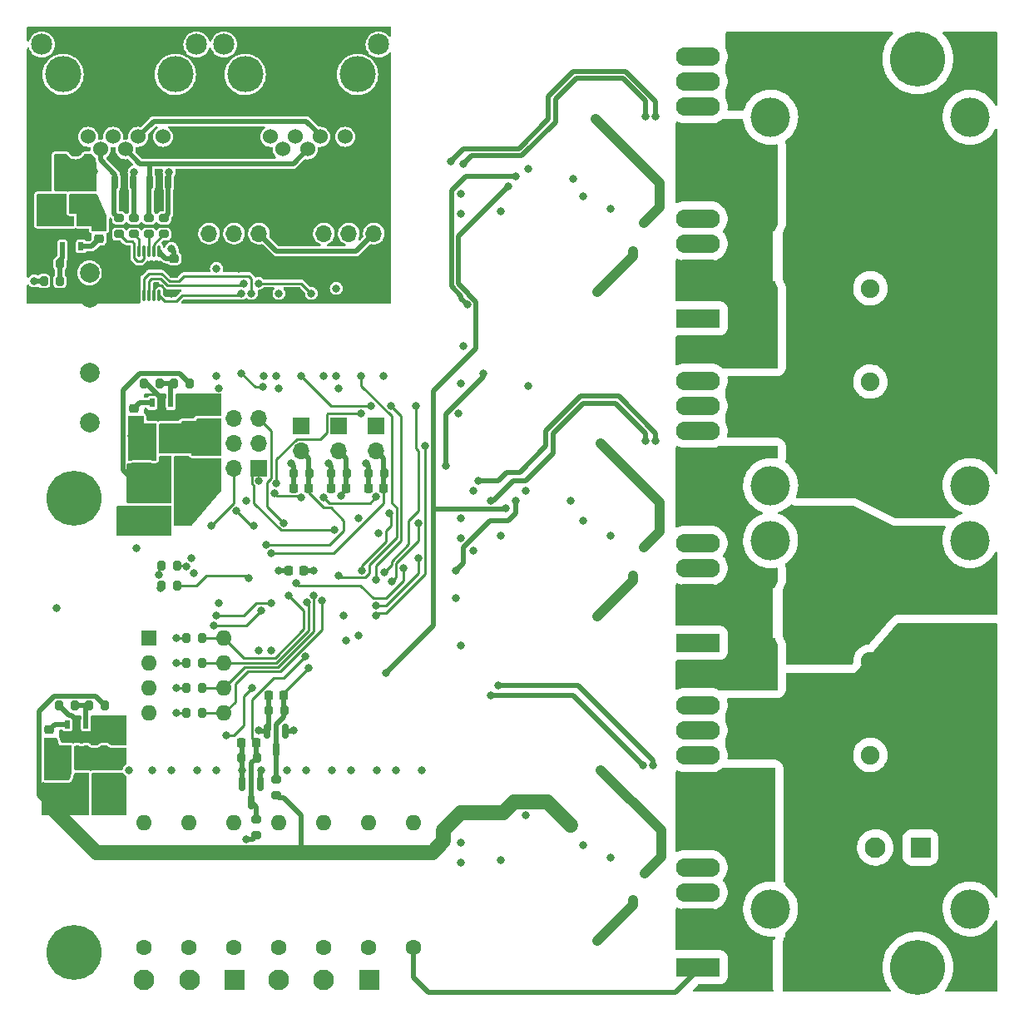
<source format=gbr>
%TF.GenerationSoftware,KiCad,Pcbnew,(6.0.9)*%
%TF.CreationDate,2023-06-09T19:15:00-04:00*%
%TF.ProjectId,HV servo drive v1,48562073-6572-4766-9f20-647269766520,rev?*%
%TF.SameCoordinates,Original*%
%TF.FileFunction,Copper,L4,Bot*%
%TF.FilePolarity,Positive*%
%FSLAX46Y46*%
G04 Gerber Fmt 4.6, Leading zero omitted, Abs format (unit mm)*
G04 Created by KiCad (PCBNEW (6.0.9)) date 2023-06-09 19:15:00*
%MOMM*%
%LPD*%
G01*
G04 APERTURE LIST*
G04 Aperture macros list*
%AMRoundRect*
0 Rectangle with rounded corners*
0 $1 Rounding radius*
0 $2 $3 $4 $5 $6 $7 $8 $9 X,Y pos of 4 corners*
0 Add a 4 corners polygon primitive as box body*
4,1,4,$2,$3,$4,$5,$6,$7,$8,$9,$2,$3,0*
0 Add four circle primitives for the rounded corners*
1,1,$1+$1,$2,$3*
1,1,$1+$1,$4,$5*
1,1,$1+$1,$6,$7*
1,1,$1+$1,$8,$9*
0 Add four rect primitives between the rounded corners*
20,1,$1+$1,$2,$3,$4,$5,0*
20,1,$1+$1,$4,$5,$6,$7,0*
20,1,$1+$1,$6,$7,$8,$9,0*
20,1,$1+$1,$8,$9,$2,$3,0*%
G04 Aperture macros list end*
%TA.AperFunction,ConnectorPad*%
%ADD10C,5.600000*%
%TD*%
%TA.AperFunction,ComponentPad*%
%ADD11C,3.600000*%
%TD*%
%TA.AperFunction,ComponentPad*%
%ADD12C,4.000000*%
%TD*%
%TA.AperFunction,ComponentPad*%
%ADD13R,1.700000X1.700000*%
%TD*%
%TA.AperFunction,ComponentPad*%
%ADD14O,1.700000X1.700000*%
%TD*%
%TA.AperFunction,SMDPad,CuDef*%
%ADD15RoundRect,0.250000X-0.250000X-0.475000X0.250000X-0.475000X0.250000X0.475000X-0.250000X0.475000X0*%
%TD*%
%TA.AperFunction,ComponentPad*%
%ADD16C,1.600000*%
%TD*%
%TA.AperFunction,ComponentPad*%
%ADD17O,1.600000X1.600000*%
%TD*%
%TA.AperFunction,SMDPad,CuDef*%
%ADD18RoundRect,0.200000X0.200000X0.275000X-0.200000X0.275000X-0.200000X-0.275000X0.200000X-0.275000X0*%
%TD*%
%TA.AperFunction,ComponentPad*%
%ADD19RoundRect,0.250001X0.799999X0.799999X-0.799999X0.799999X-0.799999X-0.799999X0.799999X-0.799999X0*%
%TD*%
%TA.AperFunction,ComponentPad*%
%ADD20C,2.100000*%
%TD*%
%TA.AperFunction,SMDPad,CuDef*%
%ADD21RoundRect,0.225000X0.225000X0.250000X-0.225000X0.250000X-0.225000X-0.250000X0.225000X-0.250000X0*%
%TD*%
%TA.AperFunction,SMDPad,CuDef*%
%ADD22RoundRect,0.225000X-0.250000X0.225000X-0.250000X-0.225000X0.250000X-0.225000X0.250000X0.225000X0*%
%TD*%
%TA.AperFunction,SMDPad,CuDef*%
%ADD23RoundRect,0.200000X0.275000X-0.200000X0.275000X0.200000X-0.275000X0.200000X-0.275000X-0.200000X0*%
%TD*%
%TA.AperFunction,SMDPad,CuDef*%
%ADD24RoundRect,0.250000X-0.850000X0.375000X-0.850000X-0.375000X0.850000X-0.375000X0.850000X0.375000X0*%
%TD*%
%TA.AperFunction,SMDPad,CuDef*%
%ADD25RoundRect,0.225000X0.250000X-0.225000X0.250000X0.225000X-0.250000X0.225000X-0.250000X-0.225000X0*%
%TD*%
%TA.AperFunction,ComponentPad*%
%ADD26R,1.600000X1.600000*%
%TD*%
%TA.AperFunction,ComponentPad*%
%ADD27C,1.524000*%
%TD*%
%TA.AperFunction,ComponentPad*%
%ADD28C,2.159000*%
%TD*%
%TA.AperFunction,ComponentPad*%
%ADD29C,3.683000*%
%TD*%
%TA.AperFunction,ComponentPad*%
%ADD30C,1.905000*%
%TD*%
%TA.AperFunction,SMDPad,CuDef*%
%ADD31R,0.508000X0.904700*%
%TD*%
%TA.AperFunction,SMDPad,CuDef*%
%ADD32RoundRect,0.200000X-0.200000X-0.275000X0.200000X-0.275000X0.200000X0.275000X-0.200000X0.275000X0*%
%TD*%
%TA.AperFunction,SMDPad,CuDef*%
%ADD33RoundRect,0.150000X-0.150000X0.587500X-0.150000X-0.587500X0.150000X-0.587500X0.150000X0.587500X0*%
%TD*%
%TA.AperFunction,ComponentPad*%
%ADD34C,2.000000*%
%TD*%
%TA.AperFunction,ComponentPad*%
%ADD35R,4.500000X1.905000*%
%TD*%
%TA.AperFunction,ComponentPad*%
%ADD36O,4.500000X1.905000*%
%TD*%
%TA.AperFunction,SMDPad,CuDef*%
%ADD37R,3.352800X5.207000*%
%TD*%
%TA.AperFunction,SMDPad,CuDef*%
%ADD38RoundRect,0.250000X0.250000X0.475000X-0.250000X0.475000X-0.250000X-0.475000X0.250000X-0.475000X0*%
%TD*%
%TA.AperFunction,SMDPad,CuDef*%
%ADD39O,0.299999X1.350000*%
%TD*%
%TA.AperFunction,SMDPad,CuDef*%
%ADD40RoundRect,0.250000X0.850000X-0.375000X0.850000X0.375000X-0.850000X0.375000X-0.850000X-0.375000X0*%
%TD*%
%TA.AperFunction,ViaPad*%
%ADD41C,0.800000*%
%TD*%
%TA.AperFunction,Conductor*%
%ADD42C,0.250000*%
%TD*%
%TA.AperFunction,Conductor*%
%ADD43C,0.500000*%
%TD*%
%TA.AperFunction,Conductor*%
%ADD44C,1.500000*%
%TD*%
%TA.AperFunction,Conductor*%
%ADD45C,1.000000*%
%TD*%
G04 APERTURE END LIST*
D10*
%TO.P,H4,1*%
%TO.N,N/C*%
X108458000Y-99822000D03*
D11*
X108458000Y-99822000D03*
%TD*%
D10*
%TO.P,H3,1*%
%TO.N,N/C*%
X108458000Y-146050000D03*
D11*
X108458000Y-146050000D03*
%TD*%
D12*
%TO.P,C9,1*%
%TO.N,+VDC*%
X199638000Y-98552000D03*
X179338000Y-98552000D03*
%TO.P,C9,2*%
%TO.N,-VDC*%
X199638000Y-61052000D03*
X179338000Y-61052000D03*
%TD*%
%TO.P,C8,1*%
%TO.N,+VDC*%
X179330000Y-104140000D03*
X199630000Y-104140000D03*
%TO.P,C8,2*%
%TO.N,-VDC*%
X179330000Y-141640000D03*
X199630000Y-141640000D03*
%TD*%
D10*
%TO.P,H2,1,1*%
%TO.N,GND*%
X194310000Y-55118000D03*
D11*
X194310000Y-55118000D03*
%TD*%
%TO.P,H1,1,1*%
%TO.N,GND*%
X194310000Y-147574000D03*
D10*
X194310000Y-147574000D03*
%TD*%
D13*
%TO.P,J3,1,Pin_1*%
%TO.N,SWDIO*%
X127254000Y-96774000D03*
D14*
%TO.P,J3,2,Pin_2*%
%TO.N,RESET*%
X124714000Y-96774000D03*
%TO.P,J3,3,Pin_3*%
%TO.N,SWCLK*%
X127254000Y-94234000D03*
%TO.P,J3,4,Pin_4*%
%TO.N,+3.3V*%
X124714000Y-94234000D03*
%TO.P,J3,5,Pin_5*%
%TO.N,SWO*%
X127254000Y-91694000D03*
%TO.P,J3,6,Pin_6*%
%TO.N,GND2*%
X124714000Y-91694000D03*
%TD*%
D13*
%TO.P,TH3,1*%
%TO.N,+3.3V*%
X139192000Y-92451000D03*
D14*
%TO.P,TH3,2*%
%TO.N,BOARD_TEMP_1_ADC*%
X139192000Y-94991000D03*
%TD*%
D13*
%TO.P,TH2,1*%
%TO.N,+3.3V*%
X131572000Y-92451000D03*
D14*
%TO.P,TH2,2*%
%TO.N,HEATSINK_TEMP_2_ADC*%
X131572000Y-94991000D03*
%TD*%
D13*
%TO.P,TH1,1*%
%TO.N,+3.3V*%
X135382000Y-92451000D03*
D14*
%TO.P,TH1,2*%
%TO.N,HEATSINK_TEMP_1_ADC*%
X135382000Y-94991000D03*
%TD*%
D15*
%TO.P,C42,1*%
%TO.N,Net-(C42-Pad1)*%
X117668000Y-96266000D03*
%TO.P,C42,2*%
%TO.N,GND2*%
X119568000Y-96266000D03*
%TD*%
D16*
%TO.P,R44,1*%
%TO.N,+VDC*%
X143002000Y-145542000D03*
D17*
%TO.P,R44,2*%
%TO.N,VBUS_ADC*%
X143002000Y-132842000D03*
%TD*%
D18*
%TO.P,R9,1*%
%TO.N,DIP_3*%
X121475000Y-119126000D03*
%TO.P,R9,2*%
%TO.N,GND2*%
X119825000Y-119126000D03*
%TD*%
D19*
%TO.P,J6,1,Pin_1*%
%TO.N,U*%
X194592000Y-135382000D03*
D20*
%TO.P,J6,2,Pin_2*%
%TO.N,V*%
X189992000Y-135382000D03*
%TO.P,J6,3,Pin_3*%
%TO.N,W*%
X185392000Y-135382000D03*
%TD*%
D18*
%TO.P,R32,1*%
%TO.N,GATE_SUPPLY_ADC*%
X129857000Y-121412000D03*
%TO.P,R32,2*%
%TO.N,GND2*%
X128207000Y-121412000D03*
%TD*%
D21*
%TO.P,C22,1*%
%TO.N,+3.3V*%
X131839000Y-107188000D03*
%TO.P,C22,2*%
%TO.N,GND2*%
X130289000Y-107188000D03*
%TD*%
D22*
%TO.P,C38,2*%
%TO.N,Net-(C38-Pad2)*%
X105918000Y-124947749D03*
%TO.P,C38,1*%
%TO.N,Net-(C38-Pad1)*%
X105918000Y-123397749D03*
%TD*%
D16*
%TO.P,R40,1*%
%TO.N,Net-(J7-Pad2)*%
X133858000Y-145542000D03*
D17*
%TO.P,R40,2*%
%TO.N,V_ADC*%
X133858000Y-132842000D03*
%TD*%
D18*
%TO.P,R8,1*%
%TO.N,DIP_2*%
X121475000Y-116586000D03*
%TO.P,R8,2*%
%TO.N,GND2*%
X119825000Y-116586000D03*
%TD*%
D16*
%TO.P,R29,1*%
%TO.N,Net-(J5-Pad3)*%
X115570000Y-145542000D03*
D17*
%TO.P,R29,2*%
%TO.N,WM_ADC*%
X115570000Y-132842000D03*
%TD*%
D18*
%TO.P,R37,1*%
%TO.N,HEATSINK_TEMP_2_ADC*%
X132397000Y-97282000D03*
%TO.P,R37,2*%
%TO.N,GND2*%
X130747000Y-97282000D03*
%TD*%
D22*
%TO.P,C37,1*%
%TO.N,Net-(C37-Pad1)*%
X114554000Y-90665000D03*
%TO.P,C37,2*%
%TO.N,Net-(C37-Pad2)*%
X114554000Y-92215000D03*
%TD*%
D23*
%TO.P,R31,1*%
%TO.N,+15V*%
X129032000Y-130111000D03*
%TO.P,R31,2*%
%TO.N,GATE_SUPPLY_ADC*%
X129032000Y-128461000D03*
%TD*%
D24*
%TO.P,L2,1,1*%
%TO.N,Net-(C37-Pad2)*%
X115316000Y-94683000D03*
%TO.P,L2,2,2*%
%TO.N,Net-(C42-Pad1)*%
X115316000Y-96833000D03*
%TD*%
D15*
%TO.P,C46,1*%
%TO.N,+3.3V*%
X117668000Y-101600000D03*
%TO.P,C46,2*%
%TO.N,GND2*%
X119568000Y-101600000D03*
%TD*%
D18*
%TO.P,R7,1*%
%TO.N,DIP_1*%
X121475000Y-114046000D03*
%TO.P,R7,2*%
%TO.N,GND2*%
X119825000Y-114046000D03*
%TD*%
D25*
%TO.P,C40,1*%
%TO.N,+24V*%
X120142000Y-92723000D03*
%TO.P,C40,2*%
%TO.N,GND2*%
X120142000Y-91173000D03*
%TD*%
D26*
%TO.P,SW1,1*%
%TO.N,+3.3V*%
X116088000Y-114056000D03*
D17*
%TO.P,SW1,2*%
X116088000Y-116596000D03*
%TO.P,SW1,3*%
X116088000Y-119136000D03*
%TO.P,SW1,4*%
X116088000Y-121676000D03*
%TO.P,SW1,5*%
%TO.N,DIP_4*%
X123708000Y-121676000D03*
%TO.P,SW1,6*%
%TO.N,DIP_3*%
X123708000Y-119136000D03*
%TO.P,SW1,7*%
%TO.N,DIP_2*%
X123708000Y-116596000D03*
%TO.P,SW1,8*%
%TO.N,DIP_1*%
X123708000Y-114056000D03*
%TD*%
D15*
%TO.P,C45,2*%
%TO.N,GND2*%
X110932000Y-128998749D03*
%TO.P,C45,1*%
%TO.N,+15V*%
X109032000Y-128998749D03*
%TD*%
D27*
%TO.P,J1,1,1*%
%TO.N,GND1*%
X127127000Y-64325500D03*
%TO.P,J1,2,2*%
%TO.N,24V_ISO*%
X128397000Y-63055500D03*
%TO.P,J1,3,3*%
%TO.N,TX-*%
X129667000Y-64325500D03*
%TO.P,J1,4,4*%
%TO.N,RX+*%
X130937000Y-63055500D03*
%TO.P,J1,5,5*%
%TO.N,RX-*%
X132207000Y-64325500D03*
%TO.P,J1,6,6*%
%TO.N,TX+*%
X133477000Y-63055500D03*
%TO.P,J1,7,7*%
%TO.N,GND1*%
X134747000Y-64325500D03*
%TO.P,J1,8,8*%
%TO.N,24V_ISO*%
X136017000Y-63055500D03*
D28*
%TO.P,J1,9*%
%TO.N,N/C*%
X123698000Y-53657500D03*
%TO.P,J1,10*%
X139446000Y-53657500D03*
D29*
%TO.P,J1,11*%
X125857000Y-56705500D03*
%TO.P,J1,12*%
X137287000Y-56705500D03*
%TD*%
D18*
%TO.P,R24,1*%
%TO.N,HEATSINK_TEMP_1_ADC*%
X136207000Y-97282000D03*
%TO.P,R24,2*%
%TO.N,GND2*%
X134557000Y-97282000D03*
%TD*%
D30*
%TO.P,J4,1,1*%
%TO.N,+VDC*%
X189484901Y-78466651D03*
%TO.P,J4,2,2*%
%TO.N,-VDC*%
X189484901Y-87966649D03*
%TO.P,J4,3,3*%
%TO.N,U*%
X189484901Y-97466648D03*
%TO.P,J4,4,4*%
%TO.N,V*%
X189484901Y-106966647D03*
%TO.P,J4,5,5*%
%TO.N,W*%
X189484901Y-116466646D03*
%TO.P,J4,6,6*%
%TO.N,GND*%
X189484901Y-125966645D03*
%TD*%
D19*
%TO.P,J5,1,Pin_1*%
%TO.N,Net-(J5-Pad1)*%
X124770000Y-148844000D03*
D20*
%TO.P,J5,2,Pin_2*%
%TO.N,Net-(J5-Pad2)*%
X120170000Y-148844000D03*
%TO.P,J5,3,Pin_3*%
%TO.N,Net-(J5-Pad3)*%
X115570000Y-148844000D03*
%TD*%
D31*
%TO.P,U8,1,BST*%
%TO.N,Net-(C37-Pad1)*%
X116397999Y-90136749D03*
%TO.P,U8,2,GND*%
%TO.N,GND2*%
X117348000Y-90136749D03*
%TO.P,U8,3,FB*%
%TO.N,Net-(R33-Pad2)*%
X118298001Y-90136749D03*
%TO.P,U8,4,EN*%
%TO.N,+24V*%
X118298001Y-92743251D03*
%TO.P,U8,5,VIN*%
X117348000Y-92743251D03*
%TO.P,U8,6,SW*%
%TO.N,Net-(C37-Pad2)*%
X116397999Y-92743251D03*
%TD*%
D18*
%TO.P,R35,2*%
%TO.N,Net-(R35-Pad2)*%
X109919000Y-120904000D03*
%TO.P,R35,1*%
%TO.N,+15V*%
X111569000Y-120904000D03*
%TD*%
D16*
%TO.P,R27,1*%
%TO.N,Net-(J5-Pad2)*%
X120142000Y-145542000D03*
D17*
%TO.P,R27,2*%
%TO.N,VM_ADC*%
X120142000Y-132842000D03*
%TD*%
D31*
%TO.P,U9,6,SW*%
%TO.N,Net-(C38-Pad2)*%
X107761999Y-125476000D03*
%TO.P,U9,5,VIN*%
%TO.N,+24V*%
X108712000Y-125476000D03*
%TO.P,U9,4,EN*%
X109662001Y-125476000D03*
%TO.P,U9,3,FB*%
%TO.N,Net-(R35-Pad2)*%
X109662001Y-122869498D03*
%TO.P,U9,2,GND*%
%TO.N,GND2*%
X108712000Y-122869498D03*
%TO.P,U9,1,BST*%
%TO.N,Net-(C38-Pad1)*%
X107761999Y-122869498D03*
%TD*%
D24*
%TO.P,L3,2,2*%
%TO.N,+15V*%
X106680000Y-129565749D03*
%TO.P,L3,1,1*%
%TO.N,Net-(C38-Pad2)*%
X106680000Y-127415749D03*
%TD*%
D18*
%TO.P,R34,1*%
%TO.N,Net-(R33-Pad2)*%
X117157000Y-88138000D03*
%TO.P,R34,2*%
%TO.N,GND2*%
X115507000Y-88138000D03*
%TD*%
D19*
%TO.P,J7,1,Pin_1*%
%TO.N,Net-(J7-Pad1)*%
X138458000Y-148844000D03*
D20*
%TO.P,J7,2,Pin_2*%
%TO.N,Net-(J7-Pad2)*%
X133858000Y-148844000D03*
%TO.P,J7,3,Pin_3*%
%TO.N,Net-(J7-Pad3)*%
X129258000Y-148844000D03*
%TD*%
D32*
%TO.P,R14,1*%
%TO.N,Net-(D6-Pad2)*%
X117285000Y-108712000D03*
%TO.P,R14,2*%
%TO.N,LED_4*%
X118935000Y-108712000D03*
%TD*%
D21*
%TO.P,C27,1*%
%TO.N,HEATSINK_TEMP_1_ADC*%
X136157000Y-98806000D03*
%TO.P,C27,2*%
%TO.N,GND2*%
X134607000Y-98806000D03*
%TD*%
%TO.P,C26,1*%
%TO.N,CONTROL_SUPPLY_ADC*%
X127013000Y-124714000D03*
%TO.P,C26,2*%
%TO.N,GND2*%
X125463000Y-124714000D03*
%TD*%
D33*
%TO.P,D11,1,A*%
%TO.N,GND2*%
X128082000Y-123522500D03*
%TO.P,D11,2,K*%
%TO.N,+3.3V*%
X129982000Y-123522500D03*
%TO.P,D11,3,common*%
%TO.N,GATE_SUPPLY_ADC*%
X129032000Y-125397500D03*
%TD*%
D15*
%TO.P,C44,1*%
%TO.N,Net-(C42-Pad1)*%
X117668000Y-98298000D03*
%TO.P,C44,2*%
%TO.N,GND2*%
X119568000Y-98298000D03*
%TD*%
D13*
%TO.P,M2,1,-*%
%TO.N,GND1*%
X131328000Y-72898000D03*
D14*
%TO.P,M2,2,+*%
%TO.N,24V_ISO*%
X133868000Y-72898000D03*
%TO.P,M2,3,Tacho*%
%TO.N,TACH_2_ISO*%
X136408000Y-72898000D03*
%TO.P,M2,4,PWM*%
%TO.N,FAN_PWM_ISO*%
X138948000Y-72898000D03*
%TD*%
D21*
%TO.P,C39,1*%
%TO.N,BOARD_TEMP_1_ADC*%
X139967000Y-98806000D03*
%TO.P,C39,2*%
%TO.N,GND2*%
X138417000Y-98806000D03*
%TD*%
D25*
%TO.P,C41,2*%
%TO.N,GND2*%
X111506000Y-123905749D03*
%TO.P,C41,1*%
%TO.N,+24V*%
X111506000Y-125455749D03*
%TD*%
D32*
%TO.P,R13,1*%
%TO.N,Net-(D5-Pad2)*%
X117285000Y-106680000D03*
%TO.P,R13,2*%
%TO.N,LED_3*%
X118935000Y-106680000D03*
%TD*%
D18*
%TO.P,R36,2*%
%TO.N,GND2*%
X106871000Y-120904000D03*
%TO.P,R36,1*%
%TO.N,Net-(R35-Pad2)*%
X108521000Y-120904000D03*
%TD*%
%TO.P,R33,1*%
%TO.N,Net-(C42-Pad1)*%
X120205000Y-88138000D03*
%TO.P,R33,2*%
%TO.N,Net-(R33-Pad2)*%
X118555000Y-88138000D03*
%TD*%
D24*
%TO.P,L4,1,1*%
%TO.N,Net-(C42-Pad1)*%
X115316000Y-99509000D03*
%TO.P,L4,2,2*%
%TO.N,+3.3V*%
X115316000Y-101659000D03*
%TD*%
D23*
%TO.P,R16,1*%
%TO.N,+24V*%
X127000000Y-134175000D03*
%TO.P,R16,2*%
%TO.N,CONTROL_SUPPLY_ADC*%
X127000000Y-132525000D03*
%TD*%
D16*
%TO.P,R25,1*%
%TO.N,Net-(J5-Pad1)*%
X124714000Y-145542000D03*
D17*
%TO.P,R25,2*%
%TO.N,UM_ADC*%
X124714000Y-132842000D03*
%TD*%
D21*
%TO.P,C31,1*%
%TO.N,GATE_SUPPLY_ADC*%
X129807000Y-119888000D03*
%TO.P,C31,2*%
%TO.N,GND2*%
X128257000Y-119888000D03*
%TD*%
D34*
%TO.P,U7,1,-VIN*%
%TO.N,GND1*%
X110007825Y-79435425D03*
%TO.P,U7,2,+VIN*%
%TO.N,24V_ISO*%
X110007825Y-76895425D03*
%TO.P,U7,4,-VOUT*%
%TO.N,GND2*%
X110007825Y-87055425D03*
%TO.P,U7,5,+VOUT*%
%TO.N,+24V*%
X110007825Y-92135425D03*
%TD*%
D13*
%TO.P,M1,1,-*%
%TO.N,GND1*%
X119644000Y-72898000D03*
D14*
%TO.P,M1,2,+*%
%TO.N,24V_ISO*%
X122184000Y-72898000D03*
%TO.P,M1,3,Tacho*%
%TO.N,TACH_1_ISO*%
X124724000Y-72898000D03*
%TO.P,M1,4,PWM*%
%TO.N,FAN_PWM_ISO*%
X127264000Y-72898000D03*
%TD*%
D18*
%TO.P,R15,1*%
%TO.N,DIP_4*%
X121475000Y-121666000D03*
%TO.P,R15,2*%
%TO.N,GND2*%
X119825000Y-121666000D03*
%TD*%
D15*
%TO.P,C43,2*%
%TO.N,GND2*%
X110932000Y-131030749D03*
%TO.P,C43,1*%
%TO.N,+15V*%
X109032000Y-131030749D03*
%TD*%
D16*
%TO.P,R42,1*%
%TO.N,Net-(J7-Pad3)*%
X129286000Y-145542000D03*
D17*
%TO.P,R42,2*%
%TO.N,W_ADC*%
X129286000Y-132842000D03*
%TD*%
D18*
%TO.P,R46,1*%
%TO.N,BOARD_TEMP_1_ADC*%
X140017000Y-97282000D03*
%TO.P,R46,2*%
%TO.N,GND2*%
X138367000Y-97282000D03*
%TD*%
D33*
%TO.P,D7,1,A*%
%TO.N,GND2*%
X125542000Y-128856500D03*
%TO.P,D7,2,K*%
%TO.N,+3.3V*%
X127442000Y-128856500D03*
%TO.P,D7,3,common*%
%TO.N,CONTROL_SUPPLY_ADC*%
X126492000Y-130731500D03*
%TD*%
D27*
%TO.P,J2,1,1*%
%TO.N,GND1*%
X108585000Y-64325500D03*
%TO.P,J2,2,2*%
%TO.N,24V_ISO*%
X109855000Y-63055500D03*
%TO.P,J2,3,3*%
%TO.N,TX-*%
X111125000Y-64325500D03*
%TO.P,J2,4,4*%
%TO.N,RX+*%
X112395000Y-63055500D03*
%TO.P,J2,5,5*%
%TO.N,RX-*%
X113665000Y-64325500D03*
%TO.P,J2,6,6*%
%TO.N,TX+*%
X114935000Y-63055500D03*
%TO.P,J2,7,7*%
%TO.N,GND1*%
X116205000Y-64325500D03*
%TO.P,J2,8,8*%
%TO.N,24V_ISO*%
X117475000Y-63055500D03*
D28*
%TO.P,J2,9*%
%TO.N,N/C*%
X105156000Y-53657500D03*
%TO.P,J2,10*%
X120904000Y-53657500D03*
D29*
%TO.P,J2,11*%
X107315000Y-56705500D03*
%TO.P,J2,12*%
X118745000Y-56705500D03*
%TD*%
D21*
%TO.P,C32,1*%
%TO.N,HEATSINK_TEMP_2_ADC*%
X132347000Y-98806000D03*
%TO.P,C32,2*%
%TO.N,GND2*%
X130797000Y-98806000D03*
%TD*%
D16*
%TO.P,R38,1*%
%TO.N,Net-(J7-Pad1)*%
X138430000Y-145542000D03*
D17*
%TO.P,R38,2*%
%TO.N,U_ADC*%
X138430000Y-132842000D03*
%TD*%
D18*
%TO.P,R17,1*%
%TO.N,CONTROL_SUPPLY_ADC*%
X127063000Y-126238000D03*
%TO.P,R17,2*%
%TO.N,GND2*%
X125413000Y-126238000D03*
%TD*%
D35*
%TO.P,Q1,1,D*%
%TO.N,+VDC*%
X171910000Y-114554000D03*
D36*
%TO.P,Q1,2,S*%
%TO.N,Net-(Q1-Pad2)*%
X171910000Y-109474000D03*
%TO.P,Q1,3,DS*%
%TO.N,Net-(C52-Pad2)*%
X171910000Y-106934000D03*
%TO.P,Q1,4,G*%
%TO.N,Net-(Q1-Pad4)*%
X171910000Y-104394000D03*
%TD*%
D37*
%TO.P,R63,1*%
%TO.N,Net-(Q3-Pad2)*%
X177863500Y-75184000D03*
%TO.P,R63,2*%
%TO.N,U*%
X182308500Y-75184000D03*
%TD*%
D25*
%TO.P,C11,1*%
%TO.N,Net-(C11-Pad1)*%
X110998000Y-73419000D03*
%TO.P,C11,2*%
%TO.N,Net-(C11-Pad2)*%
X110998000Y-71869000D03*
%TD*%
D35*
%TO.P,Q5,1,D*%
%TO.N,+VDC*%
X171910000Y-147574000D03*
D36*
%TO.P,Q5,2,S*%
%TO.N,Net-(Q5-Pad2)*%
X171910000Y-142494000D03*
%TO.P,Q5,3,DS*%
%TO.N,Net-(C57-Pad2)*%
X171910000Y-139954000D03*
%TO.P,Q5,4,G*%
%TO.N,Net-(Q5-Pad4)*%
X171910000Y-137414000D03*
%TD*%
D35*
%TO.P,Q2,1,D*%
%TO.N,Net-(Q1-Pad2)*%
X171910000Y-98044000D03*
D36*
%TO.P,Q2,2,S*%
%TO.N,-VDC*%
X171910000Y-92964000D03*
%TO.P,Q2,3,DS*%
%TO.N,Net-(C53-Pad2)*%
X171910000Y-90424000D03*
%TO.P,Q2,4,G*%
%TO.N,Net-(Q2-Pad4)*%
X171910000Y-87884000D03*
%TD*%
D31*
%TO.P,U6,1,BST*%
%TO.N,Net-(C11-Pad1)*%
X109154001Y-74201251D03*
%TO.P,U6,2,GND*%
%TO.N,GND1*%
X108204000Y-74201251D03*
%TO.P,U6,3,FB*%
%TO.N,Net-(R5-Pad2)*%
X107253999Y-74201251D03*
%TO.P,U6,4,EN*%
%TO.N,24V_ISO*%
X107253999Y-71594749D03*
%TO.P,U6,5,VIN*%
X108204000Y-71594749D03*
%TO.P,U6,6,SW*%
%TO.N,Net-(C11-Pad2)*%
X109154001Y-71594749D03*
%TD*%
D37*
%TO.P,R61,1*%
%TO.N,Net-(Q1-Pad2)*%
X177863500Y-111506000D03*
%TO.P,R61,2*%
%TO.N,V*%
X182308500Y-111506000D03*
%TD*%
D35*
%TO.P,Q4,1,D*%
%TO.N,Net-(Q3-Pad2)*%
X171910000Y-65024000D03*
D36*
%TO.P,Q4,2,S*%
%TO.N,-VDC*%
X171910000Y-59944000D03*
%TO.P,Q4,3,DS*%
%TO.N,Net-(C55-Pad2)*%
X171910000Y-57404000D03*
%TO.P,Q4,4,G*%
%TO.N,Net-(Q4-Pad4)*%
X171910000Y-54864000D03*
%TD*%
D38*
%TO.P,C19,1*%
%TO.N,+5V*%
X107376000Y-67818000D03*
%TO.P,C19,2*%
%TO.N,GND1*%
X105476000Y-67818000D03*
%TD*%
D23*
%TO.P,R1,1*%
%TO.N,Net-(R1-Pad1)*%
X117602000Y-72961000D03*
%TO.P,R1,2*%
%TO.N,RX+*%
X117602000Y-71311000D03*
%TD*%
D39*
%TO.P,U1,1,R*%
%TO.N,RX_ISO*%
X117078001Y-79186999D03*
%TO.P,U1,2,RE_N*%
%TO.N,GND1*%
X116578002Y-79186999D03*
%TO.P,U1,3,DE*%
%TO.N,TX_EN_ISO*%
X116078000Y-79186999D03*
%TO.P,U1,4,D*%
%TO.N,TX_ISO*%
X115578001Y-79186999D03*
%TO.P,U1,5,GND*%
%TO.N,GND1*%
X115077999Y-79186999D03*
%TO.P,U1,6,Y*%
%TO.N,Net-(R4-Pad1)*%
X115077999Y-74736998D03*
%TO.P,U1,7,Z*%
%TO.N,Net-(R3-Pad1)*%
X115578001Y-74736998D03*
%TO.P,U1,8,B*%
%TO.N,Net-(R2-Pad1)*%
X116078000Y-74736998D03*
%TO.P,U1,9,A*%
%TO.N,Net-(R1-Pad1)*%
X116578002Y-74736998D03*
%TO.P,U1,10,VCC*%
%TO.N,+5V*%
X117078001Y-74736998D03*
%TD*%
D35*
%TO.P,Q6,1,D*%
%TO.N,Net-(Q5-Pad2)*%
X171910000Y-131064000D03*
D36*
%TO.P,Q6,2,S*%
%TO.N,-VDC*%
X171910000Y-125984000D03*
%TO.P,Q6,3,DS*%
%TO.N,Net-(C58-Pad2)*%
X171910000Y-123444000D03*
%TO.P,Q6,4,G*%
%TO.N,Net-(Q6-Pad4)*%
X171910000Y-120904000D03*
%TD*%
D23*
%TO.P,R4,1*%
%TO.N,Net-(R4-Pad1)*%
X114554000Y-72961000D03*
%TO.P,R4,2*%
%TO.N,TX+*%
X114554000Y-71311000D03*
%TD*%
D37*
%TO.P,R65,1*%
%TO.N,Net-(Q5-Pad2)*%
X177863500Y-147320000D03*
%TO.P,R65,2*%
%TO.N,W*%
X182308500Y-147320000D03*
%TD*%
D32*
%TO.P,R5,1*%
%TO.N,+5V*%
X105347000Y-77724000D03*
%TO.P,R5,2*%
%TO.N,Net-(R5-Pad2)*%
X106997000Y-77724000D03*
%TD*%
D38*
%TO.P,C16,1*%
%TO.N,+5V*%
X107376000Y-65786000D03*
%TO.P,C16,2*%
%TO.N,GND1*%
X105476000Y-65786000D03*
%TD*%
D23*
%TO.P,R2,1*%
%TO.N,Net-(R2-Pad1)*%
X116078000Y-72961000D03*
%TO.P,R2,2*%
%TO.N,RX-*%
X116078000Y-71311000D03*
%TD*%
%TO.P,R3,1*%
%TO.N,Net-(R3-Pad1)*%
X113030000Y-72961000D03*
%TO.P,R3,2*%
%TO.N,TX-*%
X113030000Y-71311000D03*
%TD*%
D18*
%TO.P,R6,1*%
%TO.N,Net-(R5-Pad2)*%
X106997000Y-75946000D03*
%TO.P,R6,2*%
%TO.N,GND1*%
X105347000Y-75946000D03*
%TD*%
D22*
%TO.P,C1,1*%
%TO.N,+5V*%
X118618000Y-75425000D03*
%TO.P,C1,2*%
%TO.N,GND1*%
X118618000Y-76975000D03*
%TD*%
D33*
%TO.P,D2,1,A1*%
%TO.N,TX-*%
X112588000Y-67642500D03*
%TO.P,D2,2,A2*%
%TO.N,TX+*%
X114488000Y-67642500D03*
%TO.P,D2,3,common*%
%TO.N,GND1*%
X113538000Y-69517500D03*
%TD*%
D40*
%TO.P,L1,1,1*%
%TO.N,Net-(C11-Pad2)*%
X109474000Y-69909000D03*
%TO.P,L1,2,2*%
%TO.N,+5V*%
X109474000Y-67759000D03*
%TD*%
D35*
%TO.P,Q3,1,D*%
%TO.N,+VDC*%
X171910000Y-81534000D03*
D36*
%TO.P,Q3,2,S*%
%TO.N,Net-(Q3-Pad2)*%
X171910000Y-76454000D03*
%TO.P,Q3,3,DS*%
%TO.N,Net-(C54-Pad2)*%
X171910000Y-73914000D03*
%TO.P,Q3,4,G*%
%TO.N,Net-(Q3-Pad4)*%
X171910000Y-71374000D03*
%TD*%
D22*
%TO.P,C13,1*%
%TO.N,24V_ISO*%
X105410000Y-71615000D03*
%TO.P,C13,2*%
%TO.N,GND1*%
X105410000Y-73165000D03*
%TD*%
D33*
%TO.P,D1,1,A1*%
%TO.N,RX-*%
X116144000Y-67642500D03*
%TO.P,D1,2,A2*%
%TO.N,RX+*%
X118044000Y-67642500D03*
%TO.P,D1,3,common*%
%TO.N,GND1*%
X117094000Y-69517500D03*
%TD*%
D41*
%TO.N,W*%
X181102000Y-147320000D03*
%TO.N,Net-(Q5-Pad2)*%
X179070000Y-147320000D03*
%TO.N,BOOT*%
X126746000Y-102616000D03*
X124972299Y-101096299D03*
%TO.N,VM_ADC*%
X127508000Y-111233597D03*
%TO.N,UM_ADC*%
X123952000Y-123952000D03*
X126592500Y-119126000D03*
%TO.N,VM_ADC*%
X122682000Y-112776000D03*
%TO.N,WM_ADC*%
X128524000Y-110490000D03*
X122936000Y-111760000D03*
%TO.N,CONTROL_SUPPLY_ADC*%
X131967911Y-115944687D03*
%TO.N,GATE_SUPPLY_ADC*%
X132338299Y-117089701D03*
%TO.N,HEATSINK_TEMP_2_ADC*%
X127969576Y-104578364D03*
%TO.N,HEATSINK_TEMP_1_ADC*%
X135573500Y-99568000D03*
%TO.N,U_DATA*%
X133835500Y-99736403D03*
X131529864Y-99733599D03*
%TO.N,BOARD_TEMP_1_ADC*%
X128524000Y-105410000D03*
%TO.N,RESET*%
X122428000Y-102616000D03*
%TO.N,SWDIO*%
X134907201Y-103082201D03*
%TO.N,SWO*%
X129794000Y-102362000D03*
%TO.N,LED_4*%
X126238000Y-107950000D03*
%TO.N,LED_3*%
X119841576Y-106749636D03*
%TO.N,GND2*%
X118872000Y-121666000D03*
X118872000Y-119126000D03*
X118872000Y-116586000D03*
X118872000Y-114046000D03*
%TO.N,DIP_1*%
X130302000Y-109728000D03*
%TO.N,DIP_2*%
X132118000Y-110434411D03*
%TO.N,DIP_3*%
X132842500Y-109728000D03*
%TO.N,DIP_4*%
X133680487Y-110272778D03*
%TO.N,FAN_PWM*%
X137667647Y-91186354D03*
X129032000Y-98298000D03*
%TO.N,RX*%
X125476000Y-87122000D03*
X127639299Y-88514701D03*
%TO.N,TACH_1*%
X131572000Y-87376000D03*
X138679701Y-90428299D03*
X140720299Y-90419701D03*
X139151842Y-108170987D03*
%TO.N,TACH_2*%
X137668000Y-87376000D03*
X135377204Y-107709395D03*
%TO.N,TX_EN*%
X140557500Y-101378506D03*
X137750323Y-107167545D03*
%TO.N,U_DATA*%
X139195943Y-99673756D03*
X128824490Y-99314239D03*
%TO.N,UH*%
X143256000Y-90424000D03*
X140012503Y-107383497D03*
%TO.N,VH*%
X143460000Y-102362000D03*
X140753500Y-108335299D03*
%TO.N,V_DATA*%
X141934014Y-106968789D03*
X131064000Y-108458000D03*
%TO.N,VL*%
X143460000Y-105918000D03*
X139192000Y-110735402D03*
%TO.N,UL*%
X144184500Y-94488000D03*
X139192000Y-111760000D03*
%TO.N,GND2*%
X114808000Y-104902000D03*
%TO.N,Net-(D6-Pad2)*%
X117227170Y-109004099D03*
%TO.N,Net-(D5-Pad2)*%
X117089500Y-107637500D03*
%TO.N,GND2*%
X138176000Y-96266000D03*
X134366000Y-96266000D03*
X130556000Y-96266000D03*
%TO.N,+24V*%
X125984000Y-134540500D03*
%TO.N,+3.3V*%
X130810000Y-123444000D03*
%TO.N,GND2*%
X127254000Y-123444000D03*
X106680000Y-110998000D03*
%TO.N,UL*%
X148082000Y-84328000D03*
X148082000Y-65786000D03*
%TO.N,UH*%
X146812000Y-65532000D03*
X167640000Y-60960000D03*
%TO.N,UL*%
X166624000Y-60960000D03*
%TO.N,U_DATA*%
X146304000Y-96520000D03*
X150114000Y-87122000D03*
X148464483Y-80135517D03*
X153416000Y-67056000D03*
%TO.N,GND2*%
X154686000Y-88392000D03*
%TO.N,VH*%
X149606000Y-98044000D03*
X167640000Y-93980000D03*
%TO.N,VL*%
X150876000Y-100076000D03*
X166624000Y-93980000D03*
%TO.N,V_DATA*%
X153416000Y-100076000D03*
X147320000Y-107188000D03*
%TO.N,U_CLOCK*%
X152400000Y-100838000D03*
X152654000Y-68072000D03*
X140208000Y-117602000D03*
%TO.N,WH*%
X151638000Y-118872000D03*
X167386000Y-127000000D03*
%TO.N,WL*%
X150876000Y-119888000D03*
X166370000Y-127000000D03*
%TO.N,+3.3V*%
X141224000Y-127508000D03*
X136652000Y-127508000D03*
X132080000Y-127508000D03*
X127508000Y-127508000D03*
X122936000Y-127508000D03*
X118364000Y-127508000D03*
X114046000Y-127508000D03*
%TO.N,GND2*%
X116419500Y-127523543D03*
X120991500Y-127508000D03*
X125563500Y-127523543D03*
X130135500Y-127523543D03*
X134707500Y-127508000D03*
X139279500Y-127508000D03*
X143851500Y-127508000D03*
X139954000Y-87376000D03*
X133858000Y-87376000D03*
X127762000Y-87376000D03*
%TO.N,+3.3V*%
X135128000Y-87376000D03*
%TO.N,GND2*%
X135382000Y-88646000D03*
%TO.N,+3.3V*%
X129032000Y-87376000D03*
%TO.N,GND2*%
X129286000Y-88646000D03*
X123190000Y-88646000D03*
%TO.N,+3.3V*%
X122936000Y-87376000D03*
X125984000Y-100076000D03*
%TO.N,GND2*%
X127254000Y-98044000D03*
X139446000Y-103378000D03*
%TO.N,+3.3V*%
X137414000Y-101854000D03*
X123190000Y-110490000D03*
X128524000Y-115316000D03*
%TO.N,GND2*%
X127254000Y-115316000D03*
%TO.N,+3.3V*%
X135890000Y-111760000D03*
%TO.N,GND2*%
X136144000Y-114300000D03*
X137414000Y-113792000D03*
%TO.N,+3.3V*%
X132842000Y-107188000D03*
%TO.N,GND2*%
X129286000Y-107188000D03*
X120650000Y-107442000D03*
X120396000Y-105918000D03*
%TO.N,+3.3V*%
X117348000Y-103124000D03*
X116332000Y-103124000D03*
X115316000Y-103124000D03*
X114300000Y-103124000D03*
X113538000Y-102362000D03*
X113538000Y-101346000D03*
%TO.N,GND2*%
X122682000Y-98552000D03*
X122682000Y-97536000D03*
X122682000Y-96520000D03*
X120904000Y-100584000D03*
X119634000Y-99822000D03*
X120904000Y-99568000D03*
X120904000Y-98552000D03*
X120904000Y-97536000D03*
X120904000Y-96520000D03*
%TO.N,Net-(C42-Pad1)*%
X117856000Y-99822000D03*
X114554000Y-98044000D03*
X115570000Y-98044000D03*
X116586000Y-98044000D03*
%TO.N,+24V*%
X120142000Y-94742000D03*
X119126000Y-94742000D03*
X118110000Y-94742000D03*
X120650000Y-93980000D03*
X119634000Y-93980000D03*
X118618000Y-93980000D03*
X117602000Y-93980000D03*
%TO.N,Net-(C37-Pad2)*%
X114300000Y-93472000D03*
X115316000Y-93472000D03*
%TO.N,GND2*%
X121412000Y-90932000D03*
X122428000Y-90932000D03*
X122936000Y-89916000D03*
X121920000Y-89916000D03*
X120904000Y-89916000D03*
X119888000Y-89916000D03*
X118364000Y-91440000D03*
X117348000Y-91440000D03*
X116332000Y-91440000D03*
X107696000Y-124206000D03*
X108712000Y-124206000D03*
X109728000Y-124206000D03*
%TO.N,Net-(C38-Pad2)*%
X105918000Y-125984000D03*
X106934000Y-125984000D03*
%TO.N,+15V*%
X107950000Y-131064000D03*
X106934000Y-131064000D03*
X105918000Y-131064000D03*
%TO.N,GND2*%
X112776000Y-130810000D03*
X112776000Y-129286000D03*
X113284000Y-130048000D03*
X112268000Y-130048000D03*
X112268000Y-131572000D03*
X113284000Y-131572000D03*
X113284000Y-128524000D03*
X112268000Y-128524000D03*
%TO.N,+24V*%
X112014000Y-126746000D03*
X110998000Y-126746000D03*
X109982000Y-126746000D03*
X108966000Y-126746000D03*
%TO.N,GND2*%
X113030000Y-124460000D03*
X113030000Y-123444000D03*
X113030000Y-122428000D03*
X112014000Y-122428000D03*
X110998000Y-122428000D03*
X147828000Y-114808000D03*
X147320000Y-109982000D03*
X149098000Y-105156000D03*
X149098000Y-99060000D03*
X147574000Y-91186000D03*
X147828000Y-88138000D03*
%TO.N,GND1*%
X133858000Y-78740000D03*
X117094000Y-68326000D03*
X107442000Y-72898000D03*
X106172000Y-74422000D03*
X125222000Y-76491500D03*
X109474000Y-72898000D03*
X104394000Y-75946000D03*
X139954000Y-78740000D03*
X118364000Y-78994000D03*
X117685432Y-76318691D03*
X129032000Y-76962000D03*
X114808000Y-77978000D03*
X135128000Y-76962000D03*
X113538000Y-68326000D03*
X105156000Y-74422000D03*
X108458000Y-72898000D03*
X128270000Y-78994000D03*
%TO.N,+15V*%
X159004000Y-133096000D03*
X159258000Y-67310000D03*
X163068000Y-70358000D03*
X159004000Y-100076000D03*
X163068000Y-136398000D03*
X163068000Y-103632000D03*
%TO.N,GND2*%
X160256500Y-69088000D03*
X147828000Y-101854000D03*
X154432000Y-132080000D03*
X160256500Y-135128000D03*
X160256500Y-102108000D03*
X154686000Y-66294000D03*
X147828000Y-68834000D03*
X147828000Y-136906000D03*
X147828000Y-134874000D03*
X147828000Y-70866000D03*
X154432000Y-99060000D03*
X147828000Y-103886000D03*
%TO.N,+3.3V*%
X151892000Y-103632000D03*
X151892000Y-136652000D03*
X151892000Y-70612000D03*
%TO.N,U*%
X181102000Y-75184000D03*
%TO.N,Net-(Q1-Pad2)*%
X179070000Y-111506000D03*
%TO.N,V*%
X181102000Y-111506000D03*
%TO.N,Net-(Q3-Pad2)*%
X179070000Y-75184000D03*
%TO.N,+5V*%
X118364000Y-74422000D03*
X109982000Y-65786000D03*
X108966000Y-65786000D03*
X110490000Y-66548000D03*
X129286000Y-78994000D03*
X108458000Y-66548000D03*
X104394000Y-77724000D03*
X109474000Y-66548000D03*
X122936000Y-76454000D03*
X135128000Y-78486000D03*
%TO.N,24V_ISO*%
X107188000Y-70358000D03*
X106172000Y-70358000D03*
X106172000Y-69342000D03*
X105156000Y-70358000D03*
X105156000Y-69342000D03*
X107188000Y-69342000D03*
%TO.N,Net-(C52-Pad1)*%
X162052000Y-94234000D03*
X166430284Y-104841715D03*
X168056277Y-103215724D03*
%TO.N,Net-(C54-Pad1)*%
X168056277Y-70195724D03*
X166430284Y-71821715D03*
X161544000Y-61214000D03*
%TO.N,Net-(C57-Pad1)*%
X162052000Y-127508000D03*
X168183277Y-136362724D03*
X166557284Y-137988716D03*
%TO.N,Net-(C65-Pad1)*%
X165354000Y-107696000D03*
X161732000Y-111848077D03*
%TO.N,Net-(C66-Pad1)*%
X165354000Y-74676000D03*
X161732000Y-78828077D03*
%TO.N,Net-(C67-Pad1)*%
X165354000Y-140716000D03*
X161732000Y-144868077D03*
%TO.N,RX+*%
X118110000Y-66635500D03*
%TO.N,TX+*%
X114554000Y-66635500D03*
%TO.N,RX_ISO*%
X125476000Y-78994000D03*
%TO.N,TX_EN_ISO*%
X132588000Y-78994000D03*
X127216500Y-77978000D03*
X125730000Y-77978000D03*
%TO.N,TX_ISO*%
X126492000Y-78994000D03*
%TD*%
D42*
%TO.N,BOOT*%
X126746000Y-102616000D02*
X126492000Y-102616000D01*
X126492000Y-102616000D02*
X124972299Y-101096299D01*
%TO.N,VM_ADC*%
X125965597Y-112776000D02*
X127508000Y-111233597D01*
X122682000Y-112776000D02*
X125965597Y-112776000D01*
%TO.N,UM_ADC*%
X125730000Y-119988500D02*
X125730000Y-122936000D01*
X126592500Y-119126000D02*
X125730000Y-119988500D01*
X124714000Y-123952000D02*
X123952000Y-123952000D01*
X125730000Y-122936000D02*
X124714000Y-123952000D01*
%TO.N,WM_ADC*%
X125730000Y-111760000D02*
X127000000Y-110490000D01*
X122936000Y-111760000D02*
X125730000Y-111760000D01*
X127000000Y-110490000D02*
X128524000Y-110490000D01*
%TO.N,CONTROL_SUPPLY_ADC*%
X131959313Y-115944687D02*
X131967911Y-115944687D01*
X131953000Y-115951000D02*
X131959313Y-115944687D01*
%TO.N,GATE_SUPPLY_ADC*%
X132338299Y-117089701D02*
X129807000Y-119621000D01*
%TO.N,CONTROL_SUPPLY_ADC*%
X129794000Y-118110000D02*
X131953000Y-115951000D01*
X128782183Y-118110000D02*
X129794000Y-118110000D01*
X126529000Y-120363183D02*
X128782183Y-118110000D01*
X126529000Y-124230000D02*
X126529000Y-120363183D01*
X127013000Y-124714000D02*
X126529000Y-124230000D01*
%TO.N,DIP_4*%
X124833000Y-120551000D02*
X123708000Y-121676000D01*
X124833000Y-118753000D02*
X124833000Y-120551000D01*
X126100000Y-117486000D02*
X124833000Y-118753000D01*
X133680487Y-113207513D02*
X129402000Y-117486000D01*
X129402000Y-117486000D02*
X126100000Y-117486000D01*
X133680487Y-110272778D02*
X133680487Y-113207513D01*
%TO.N,DIP_3*%
X125808000Y-117036000D02*
X123708000Y-119136000D01*
X129215604Y-117036000D02*
X125808000Y-117036000D01*
X132842500Y-113409104D02*
X129215604Y-117036000D01*
X132842500Y-109728000D02*
X132842500Y-113409104D01*
%TO.N,DIP_2*%
X129029208Y-116586000D02*
X123972000Y-116586000D01*
X132334000Y-113281208D02*
X129029208Y-116586000D01*
X132334000Y-110650411D02*
X132334000Y-113281208D01*
X132118000Y-110434411D02*
X132334000Y-110650411D01*
%TO.N,DIP_1*%
X128900812Y-116078000D02*
X125730000Y-116078000D01*
X131826000Y-113152812D02*
X128900812Y-116078000D01*
X131826000Y-111252000D02*
X131826000Y-113152812D01*
X130302000Y-109728000D02*
X131826000Y-111252000D01*
X125730000Y-116078000D02*
X123708000Y-114056000D01*
%TO.N,SWDIO*%
X126529000Y-98344305D02*
X126529000Y-97499000D01*
X126741347Y-98556652D02*
X126529000Y-98344305D01*
X134902402Y-103087000D02*
X129493695Y-103087000D01*
X126741347Y-100334652D02*
X126741347Y-98556652D01*
X134907201Y-103082201D02*
X134902402Y-103087000D01*
X129493695Y-103087000D02*
X126741347Y-100334652D01*
%TO.N,HEATSINK_TEMP_2_ADC*%
X134435636Y-104578364D02*
X127969576Y-104578364D01*
X133853792Y-100780000D02*
X134562000Y-100780000D01*
X135890000Y-102108000D02*
X135890000Y-103124000D01*
X132347000Y-99273208D02*
X133853792Y-100780000D01*
X135890000Y-103124000D02*
X134435636Y-104578364D01*
X132347000Y-98806000D02*
X132347000Y-99273208D01*
X134562000Y-100780000D02*
X135890000Y-102108000D01*
%TO.N,HEATSINK_TEMP_1_ADC*%
X136157000Y-98984500D02*
X135573500Y-99568000D01*
%TO.N,U_DATA*%
X138539699Y-100330000D02*
X139195943Y-99673756D01*
X134429097Y-100330000D02*
X138539699Y-100330000D01*
X133835500Y-99736403D02*
X134429097Y-100330000D01*
X131402265Y-99606000D02*
X131529864Y-99733599D01*
X129116251Y-99606000D02*
X131402265Y-99606000D01*
%TO.N,BOARD_TEMP_1_ADC*%
X134883305Y-105410000D02*
X128524000Y-105410000D01*
X139446000Y-100847305D02*
X134883305Y-105410000D01*
X139446000Y-100838000D02*
X139446000Y-100847305D01*
X139967000Y-100317000D02*
X139446000Y-100838000D01*
X139967000Y-98806000D02*
X139967000Y-100317000D01*
%TO.N,TX_EN*%
X140208000Y-103114695D02*
X140208000Y-104265604D01*
X140208000Y-104265604D02*
X137750323Y-106723281D01*
X140716000Y-102606695D02*
X140208000Y-103114695D01*
X140716000Y-101537006D02*
X140716000Y-102606695D01*
X140557500Y-101378506D02*
X140716000Y-101537006D01*
X137750323Y-106723281D02*
X137750323Y-107167545D01*
%TO.N,TACH_2*%
X137668000Y-88392000D02*
X137668000Y-87376000D01*
X140742000Y-91466000D02*
X137668000Y-88392000D01*
X140742000Y-100304000D02*
X140742000Y-91466000D01*
X141282000Y-103828000D02*
X141282000Y-100844000D01*
X138475323Y-106634677D02*
X141282000Y-103828000D01*
X138475323Y-107467850D02*
X138475323Y-106634677D01*
X135560354Y-107892545D02*
X138050628Y-107892545D01*
X141282000Y-100844000D02*
X140742000Y-100304000D01*
X135377204Y-107709395D02*
X135560354Y-107892545D01*
X138050628Y-107892545D02*
X138475323Y-107467850D01*
%TO.N,TACH_1*%
X139151842Y-106724810D02*
X141732000Y-104144652D01*
X141732000Y-104144652D02*
X141732000Y-91431402D01*
X141732000Y-91431402D02*
X140720299Y-90419701D01*
X139151842Y-108170987D02*
X139151842Y-106724810D01*
%TO.N,U_DATA*%
X129116251Y-99606000D02*
X128824490Y-99314239D01*
%TO.N,RESET*%
X124714000Y-100330000D02*
X124714000Y-96774000D01*
X122428000Y-102616000D02*
X124714000Y-100330000D01*
%TO.N,SWO*%
X128524000Y-97780695D02*
X128099490Y-98205205D01*
X129540000Y-102108000D02*
X129794000Y-102362000D01*
X128099490Y-100667490D02*
X129540000Y-102108000D01*
X128524000Y-92964000D02*
X128524000Y-97780695D01*
X128099490Y-98205205D02*
X128099490Y-100667490D01*
X127254000Y-91694000D02*
X128524000Y-92964000D01*
%TO.N,FAN_PWM*%
X134296646Y-91186354D02*
X137667647Y-91186354D01*
X134207000Y-91276000D02*
X134296646Y-91186354D01*
X134207000Y-93123000D02*
X134207000Y-91276000D01*
X129032000Y-95869299D02*
X131085299Y-93816000D01*
X129032000Y-98298000D02*
X129032000Y-95869299D01*
X131085299Y-93816000D02*
X133514000Y-93816000D01*
X133514000Y-93816000D02*
X134207000Y-93123000D01*
%TO.N,LED_4*%
X121920000Y-107696000D02*
X120904000Y-108712000D01*
X126238000Y-107950000D02*
X125984000Y-107696000D01*
X125984000Y-107696000D02*
X121920000Y-107696000D01*
X120904000Y-108712000D02*
X118935000Y-108712000D01*
%TO.N,LED_3*%
X119771940Y-106680000D02*
X119841576Y-106749636D01*
X118935000Y-106680000D02*
X119771940Y-106680000D01*
%TO.N,GND2*%
X119825000Y-121666000D02*
X118872000Y-121666000D01*
X119825000Y-119126000D02*
X118872000Y-119126000D01*
X119825000Y-116586000D02*
X118872000Y-116586000D01*
X119825000Y-114046000D02*
X118872000Y-114046000D01*
%TO.N,DIP_1*%
X123708000Y-114056000D02*
X121485000Y-114056000D01*
%TO.N,DIP_2*%
X123708000Y-116596000D02*
X121485000Y-116596000D01*
%TO.N,DIP_3*%
X123708000Y-119136000D02*
X121485000Y-119136000D01*
%TO.N,DIP_4*%
X123708000Y-121676000D02*
X121485000Y-121676000D01*
%TO.N,V_DATA*%
X141934014Y-108255986D02*
X141934014Y-106968789D01*
X131318000Y-108712000D02*
X137593293Y-108712000D01*
X138891695Y-110010402D02*
X140179598Y-110010402D01*
X140179598Y-110010402D02*
X141934014Y-108255986D01*
X131064000Y-108458000D02*
X131318000Y-108712000D01*
X137593293Y-108712000D02*
X138891695Y-110010402D01*
%TO.N,RX*%
X126868701Y-88514701D02*
X125476000Y-87122000D01*
X127639299Y-88514701D02*
X126868701Y-88514701D01*
%TO.N,TACH_1*%
X134624299Y-90428299D02*
X131572000Y-87376000D01*
X138679701Y-90428299D02*
X134624299Y-90428299D01*
%TO.N,UH*%
X143510000Y-94996000D02*
X143256000Y-94742000D01*
X142494000Y-102108000D02*
X143510000Y-101092000D01*
X143510000Y-101092000D02*
X143510000Y-94996000D01*
X143256000Y-94742000D02*
X143256000Y-90424000D01*
X140759014Y-106636986D02*
X140759014Y-106254590D01*
X140759014Y-106254590D02*
X142494000Y-104519604D01*
X140012503Y-107383497D02*
X140759014Y-106636986D01*
X142494000Y-104519604D02*
X142494000Y-102108000D01*
%TO.N,VH*%
X141209014Y-106440986D02*
X143460000Y-104190000D01*
X143460000Y-104190000D02*
X143460000Y-102362000D01*
X141209014Y-107269094D02*
X141209014Y-106440986D01*
X141224000Y-107864799D02*
X141224000Y-107284080D01*
X141224000Y-107284080D02*
X141209014Y-107269094D01*
X140753500Y-108335299D02*
X141224000Y-107864799D01*
%TO.N,VL*%
X140216598Y-110735402D02*
X143460000Y-107492000D01*
X143460000Y-107492000D02*
X143460000Y-105918000D01*
X139192000Y-110735402D02*
X140216598Y-110735402D01*
%TO.N,UL*%
X140208000Y-111506000D02*
X144184500Y-107529500D01*
X144184500Y-107529500D02*
X144184500Y-94488000D01*
X139192000Y-111760000D02*
X139446000Y-111506000D01*
X139446000Y-111506000D02*
X140208000Y-111506000D01*
D43*
%TO.N,Net-(C42-Pad1)*%
X119189000Y-87122000D02*
X120205000Y-88138000D01*
X115128761Y-87122000D02*
X119189000Y-87122000D01*
X113450000Y-96940000D02*
X113450000Y-88800761D01*
X114554000Y-98044000D02*
X113450000Y-96940000D01*
X113450000Y-88800761D02*
X115128761Y-87122000D01*
D42*
%TO.N,Net-(D5-Pad2)*%
X117089500Y-107637500D02*
X117089500Y-106875500D01*
D43*
%TO.N,GND2*%
X138417000Y-96507000D02*
X138176000Y-96266000D01*
X138417000Y-98806000D02*
X138417000Y-96507000D01*
X134607000Y-96507000D02*
X134366000Y-96266000D01*
X134607000Y-98806000D02*
X134607000Y-96507000D01*
X130797000Y-96507000D02*
X130556000Y-96266000D01*
X130797000Y-98806000D02*
X130797000Y-96507000D01*
%TO.N,BOARD_TEMP_1_ADC*%
X139967000Y-95766000D02*
X139192000Y-94991000D01*
X139967000Y-98806000D02*
X139967000Y-95766000D01*
%TO.N,HEATSINK_TEMP_1_ADC*%
X136157000Y-98806000D02*
X136157000Y-95766000D01*
X136157000Y-95766000D02*
X135382000Y-94991000D01*
%TO.N,HEATSINK_TEMP_2_ADC*%
X132347000Y-95766000D02*
X131572000Y-94991000D01*
X132347000Y-98806000D02*
X132347000Y-95766000D01*
%TO.N,+24V*%
X125984000Y-134540500D02*
X126634500Y-134540500D01*
X126634500Y-134540500D02*
X127000000Y-134175000D01*
%TO.N,CONTROL_SUPPLY_ADC*%
X127013000Y-124714000D02*
X127013000Y-126188000D01*
X126492000Y-126809000D02*
X127063000Y-126238000D01*
X126492000Y-130731500D02*
X126492000Y-126809000D01*
%TO.N,GND2*%
X125563500Y-127523543D02*
X125563500Y-124814500D01*
X125542000Y-127545043D02*
X125563500Y-127523543D01*
X125542000Y-128856500D02*
X125542000Y-127545043D01*
%TO.N,+3.3V*%
X127442000Y-127574000D02*
X127508000Y-127508000D01*
X127442000Y-128856500D02*
X127442000Y-127574000D01*
%TO.N,CONTROL_SUPPLY_ADC*%
X127000000Y-131239500D02*
X126492000Y-130731500D01*
X127000000Y-132525000D02*
X127000000Y-131239500D01*
%TO.N,GATE_SUPPLY_ADC*%
X129032000Y-122886472D02*
X129032000Y-125397500D01*
X129807000Y-122111472D02*
X129032000Y-122886472D01*
X129807000Y-119888000D02*
X129807000Y-122111472D01*
%TO.N,GND2*%
X128257000Y-123347500D02*
X128082000Y-123522500D01*
X128257000Y-119888000D02*
X128257000Y-123347500D01*
%TO.N,+3.3V*%
X130731500Y-123522500D02*
X130810000Y-123444000D01*
X129982000Y-123522500D02*
X130731500Y-123522500D01*
%TO.N,GND2*%
X127332500Y-123522500D02*
X127254000Y-123444000D01*
X128082000Y-123522500D02*
X127332500Y-123522500D01*
%TO.N,+15V*%
X131572000Y-132080000D02*
X131572000Y-135890000D01*
D44*
X131572000Y-135890000D02*
X144902811Y-135890000D01*
X110744000Y-135890000D02*
X131572000Y-135890000D01*
D43*
X129794000Y-130302000D02*
X131572000Y-132080000D01*
X129223000Y-130302000D02*
X129794000Y-130302000D01*
X129032000Y-130111000D02*
X129223000Y-130302000D01*
%TO.N,GATE_SUPPLY_ADC*%
X129032000Y-128461000D02*
X129032000Y-125397500D01*
%TO.N,UL*%
X148906000Y-64962000D02*
X148082000Y-65786000D01*
X148906000Y-64962000D02*
X154004080Y-64962000D01*
X157418000Y-59217950D02*
X159547950Y-57088000D01*
X157418000Y-59217950D02*
X157418000Y-61548081D01*
X157418000Y-61548081D02*
X154004080Y-64962000D01*
X164302050Y-57088000D02*
X166624000Y-59409950D01*
X166624000Y-60960000D02*
X166624000Y-59409950D01*
X164302050Y-57088000D02*
X159547950Y-57088000D01*
%TO.N,U_DATA*%
X148336000Y-67056000D02*
X153416000Y-67056000D01*
X146874000Y-68518000D02*
X148336000Y-67056000D01*
X146874000Y-78294000D02*
X146874000Y-68518000D01*
X147828000Y-79499034D02*
X147828000Y-79248000D01*
X148464483Y-80135517D02*
X147828000Y-79499034D01*
X147828000Y-79248000D02*
X146874000Y-78294000D01*
%TO.N,U_CLOCK*%
X147574000Y-73152000D02*
X152654000Y-68072000D01*
X148590001Y-78977827D02*
X147574000Y-77961826D01*
X149352000Y-84582000D02*
X149352000Y-79821659D01*
X147574000Y-77961826D02*
X147574000Y-73152000D01*
X145034000Y-88900000D02*
X149352000Y-84582000D01*
X148590001Y-79059660D02*
X148590001Y-78977827D01*
X145034000Y-101092000D02*
X145034000Y-88900000D01*
X149352000Y-79821659D02*
X148590001Y-79059660D01*
%TO.N,UH*%
X148082000Y-64262000D02*
X146812000Y-65532000D01*
X148082000Y-64262000D02*
X153714131Y-64262000D01*
X156718000Y-61258131D02*
X153714131Y-64262000D01*
X156718000Y-58928000D02*
X156718000Y-61258131D01*
X159258000Y-56388000D02*
X156718000Y-58928000D01*
X164592000Y-56388000D02*
X159258000Y-56388000D01*
X167640000Y-59436000D02*
X164592000Y-56388000D01*
X167640000Y-60960000D02*
X167640000Y-59436000D01*
%TO.N,U_DATA*%
X146304000Y-91253918D02*
X146304000Y-96520000D01*
X150114000Y-87443918D02*
X146304000Y-91253918D01*
X150114000Y-87122000D02*
X150114000Y-87443918D01*
%TO.N,VL*%
X166624000Y-93218000D02*
X166624000Y-93980000D01*
X163576000Y-90170000D02*
X166624000Y-93218000D01*
X157226000Y-93218000D02*
X160274000Y-90170000D01*
X154432000Y-98044000D02*
X157226000Y-95250000D01*
X153162000Y-98044000D02*
X154432000Y-98044000D01*
X160274000Y-90170000D02*
X163576000Y-90170000D01*
X151130000Y-100076000D02*
X153162000Y-98044000D01*
X150876000Y-100076000D02*
X151130000Y-100076000D01*
X157226000Y-95250000D02*
X157226000Y-93218000D01*
%TO.N,VH*%
X167640000Y-93244051D02*
X167640000Y-93980000D01*
X163865949Y-89470000D02*
X167640000Y-93244051D01*
X159984050Y-89470000D02*
X163865949Y-89470000D01*
X156464000Y-92990050D02*
X159984050Y-89470000D01*
X156464000Y-94532131D02*
X156464000Y-92990050D01*
X152483208Y-97198792D02*
X153797339Y-97198792D01*
X153797339Y-97198792D02*
X156464000Y-94532131D01*
X151638000Y-98044000D02*
X152483208Y-97198792D01*
X149606000Y-98044000D02*
X151638000Y-98044000D01*
%TO.N,V_DATA*%
X153416000Y-101346000D02*
X153416000Y-100076000D01*
X152654000Y-102108000D02*
X153416000Y-101346000D01*
X148082000Y-106426000D02*
X148082000Y-104834082D01*
X148082000Y-104834082D02*
X150808082Y-102108000D01*
X150808082Y-102108000D02*
X152654000Y-102108000D01*
X147320000Y-107188000D02*
X148082000Y-106426000D01*
%TO.N,U_CLOCK*%
X152312000Y-100926000D02*
X145200000Y-100926000D01*
X152400000Y-100838000D02*
X152312000Y-100926000D01*
X145200000Y-100926000D02*
X145034000Y-101092000D01*
X145034000Y-112776000D02*
X145034000Y-101092000D01*
X140208000Y-117602000D02*
X145034000Y-112776000D01*
%TO.N,WH*%
X167386000Y-127000000D02*
X167386000Y-126492000D01*
X159766000Y-118872000D02*
X151638000Y-118872000D01*
X167386000Y-126492000D02*
X159766000Y-118872000D01*
%TO.N,WL*%
X166370000Y-127000000D02*
X159258000Y-119888000D01*
X159258000Y-119888000D02*
X150876000Y-119888000D01*
%TO.N,+3.3V*%
X131839000Y-107188000D02*
X132842000Y-107188000D01*
%TO.N,GND2*%
X130289000Y-107188000D02*
X129286000Y-107188000D01*
D44*
%TO.N,+15V*%
X156638000Y-130730000D02*
X159004000Y-133096000D01*
X153242000Y-130730000D02*
X156638000Y-130730000D01*
X152146000Y-131826000D02*
X153242000Y-130730000D01*
X147828000Y-131826000D02*
X152146000Y-131826000D01*
X146050000Y-133604000D02*
X147828000Y-131826000D01*
X105918000Y-131064000D02*
X110744000Y-135890000D01*
X144902811Y-135890000D02*
X146050000Y-134742811D01*
X146050000Y-134742811D02*
X146050000Y-133604000D01*
D43*
X104902000Y-130048000D02*
X105918000Y-131064000D01*
X106401761Y-119979000D02*
X104902000Y-121478761D01*
X104902000Y-121478761D02*
X104902000Y-130048000D01*
X110644000Y-119979000D02*
X106401761Y-119979000D01*
X111569000Y-120904000D02*
X110644000Y-119979000D01*
%TO.N,Net-(R35-Pad2)*%
X108521000Y-120904000D02*
X109919000Y-120904000D01*
X109662001Y-121160999D02*
X109919000Y-120904000D01*
X109662001Y-122869498D02*
X109662001Y-121160999D01*
%TO.N,Net-(C38-Pad1)*%
X106446251Y-122869498D02*
X105918000Y-123397749D01*
X107761999Y-122869498D02*
X106446251Y-122869498D01*
%TO.N,GND2*%
X108204000Y-121920000D02*
X107887000Y-121920000D01*
X108712000Y-122428000D02*
X108204000Y-121920000D01*
X108712000Y-122869498D02*
X108712000Y-122428000D01*
X107887000Y-121920000D02*
X106871000Y-120904000D01*
%TO.N,Net-(C37-Pad1)*%
X116397999Y-90136749D02*
X115082251Y-90136749D01*
X115082251Y-90136749D02*
X114554000Y-90665000D01*
%TO.N,Net-(R33-Pad2)*%
X118298001Y-88394999D02*
X118555000Y-88138000D01*
X118298001Y-90136749D02*
X118298001Y-88394999D01*
X117157000Y-88138000D02*
X118555000Y-88138000D01*
%TO.N,GND2*%
X115762761Y-88138000D02*
X115507000Y-88138000D01*
X117348000Y-89723239D02*
X115762761Y-88138000D01*
X117348000Y-90136749D02*
X117348000Y-89723239D01*
%TO.N,+VDC*%
X171910000Y-147876000D02*
X169672000Y-150114000D01*
X169672000Y-150114000D02*
X144526000Y-150114000D01*
X143002000Y-148590000D02*
X143002000Y-145542000D01*
X144526000Y-150114000D02*
X143002000Y-148590000D01*
D42*
%TO.N,GND1*%
X118110000Y-78994000D02*
X118364000Y-78994000D01*
X115077999Y-78247999D02*
X114808000Y-77978000D01*
X116578002Y-79186999D02*
X116578002Y-78490247D01*
X117302999Y-78186999D02*
X118110000Y-78994000D01*
D43*
X113538000Y-69517500D02*
X113538000Y-68326000D01*
X118618000Y-76975000D02*
X118341741Y-76975000D01*
X105347000Y-75946000D02*
X104394000Y-75946000D01*
D42*
X116578002Y-78490247D02*
X116881250Y-78186999D01*
X116881250Y-78186999D02*
X117302999Y-78186999D01*
X115077999Y-79186999D02*
X115077999Y-78247999D01*
D43*
X117094000Y-69517500D02*
X117094000Y-68326000D01*
X118341741Y-76975000D02*
X117685432Y-76318691D01*
D42*
%TO.N,Net-(R3-Pad1)*%
X115578001Y-74736998D02*
X115578001Y-75433747D01*
X113755000Y-73686000D02*
X113030000Y-72961000D01*
X114881248Y-75736998D02*
X114554000Y-75409750D01*
X114326000Y-73686000D02*
X113755000Y-73686000D01*
X115578001Y-75433747D02*
X115274750Y-75736998D01*
X114554000Y-75409750D02*
X114554000Y-73914000D01*
X115274750Y-75736998D02*
X114881248Y-75736998D01*
X114554000Y-73914000D02*
X114326000Y-73686000D01*
%TO.N,Net-(R4-Pad1)*%
X115077999Y-74736998D02*
X115077999Y-73484999D01*
X115077999Y-73484999D02*
X114554000Y-72961000D01*
D43*
%TO.N,+5V*%
X118618000Y-75425000D02*
X118618000Y-74676000D01*
X117766003Y-75425000D02*
X117178001Y-74836998D01*
X118618000Y-75425000D02*
X117766003Y-75425000D01*
X117178001Y-74836998D02*
X117178001Y-74736998D01*
X105347000Y-77724000D02*
X104394000Y-77724000D01*
X118618000Y-74676000D02*
X118364000Y-74422000D01*
D45*
%TO.N,Net-(C52-Pad1)*%
X168056277Y-100238277D02*
X168056277Y-103215724D01*
X162052000Y-94234000D02*
X168056277Y-100238277D01*
X168056277Y-103215724D02*
X166430284Y-104841715D01*
%TO.N,Net-(C54-Pad1)*%
X161544000Y-61214000D02*
X168056277Y-67726277D01*
X168056277Y-67726277D02*
X168056277Y-70195724D01*
X168056277Y-70195724D02*
X166430284Y-71821715D01*
%TO.N,Net-(C57-Pad1)*%
X162052000Y-127508000D02*
X168183277Y-133639277D01*
X168183277Y-133639277D02*
X168183277Y-136362724D01*
X168183277Y-136362724D02*
X166557284Y-137988716D01*
%TO.N,Net-(C65-Pad1)*%
X165354000Y-107696000D02*
X165354000Y-108226077D01*
X165354000Y-108226077D02*
X161732000Y-111848077D01*
%TO.N,Net-(C66-Pad1)*%
X165354000Y-75206077D02*
X161732000Y-78828077D01*
X165354000Y-74676000D02*
X165354000Y-75206077D01*
%TO.N,Net-(C67-Pad1)*%
X165354000Y-140716000D02*
X165354000Y-141246077D01*
X165354000Y-141246077D02*
X161732000Y-144868077D01*
D43*
%TO.N,TX-*%
X112588000Y-67642500D02*
X112588000Y-66868000D01*
X112588000Y-66868000D02*
X111125000Y-65405000D01*
X112967000Y-71311000D02*
X112522000Y-70866000D01*
X111125000Y-65405000D02*
X111125000Y-64325500D01*
X112522000Y-70866000D02*
X112522000Y-67708500D01*
X112522000Y-67708500D02*
X112588000Y-67642500D01*
%TO.N,RX+*%
X118044000Y-70869000D02*
X117602000Y-71311000D01*
X118110000Y-66635500D02*
X118110000Y-67576500D01*
X118110000Y-67576500D02*
X118044000Y-67642500D01*
X118044000Y-67642500D02*
X118044000Y-70869000D01*
%TO.N,RX-*%
X115125500Y-65786000D02*
X116078000Y-65786000D01*
X116144000Y-67642500D02*
X116144000Y-65852000D01*
X113665000Y-64325500D02*
X115125500Y-65786000D01*
X116078000Y-67708500D02*
X116144000Y-67642500D01*
X116144000Y-65852000D02*
X116078000Y-65786000D01*
X116078000Y-65786000D02*
X130746500Y-65786000D01*
X130746500Y-65786000D02*
X132207000Y-64325500D01*
X116078000Y-71311000D02*
X116078000Y-67708500D01*
%TO.N,TX+*%
X114488000Y-66701500D02*
X114554000Y-66635500D01*
X114554000Y-67708500D02*
X114488000Y-67642500D01*
X114488000Y-67642500D02*
X114488000Y-66701500D01*
X116522500Y-61468000D02*
X132080000Y-61468000D01*
X114554000Y-71311000D02*
X114554000Y-67708500D01*
X132080000Y-61468000D02*
X133477000Y-62865000D01*
X114935000Y-63055500D02*
X116522500Y-61468000D01*
D42*
%TO.N,RX_ISO*%
X118872000Y-79756000D02*
X119441001Y-79186999D01*
X125283001Y-79186999D02*
X125476000Y-78994000D01*
X119441001Y-79186999D02*
X125283001Y-79186999D01*
X117647002Y-79756000D02*
X117078001Y-79186999D01*
X118872000Y-79756000D02*
X117647002Y-79756000D01*
%TO.N,TX_EN_ISO*%
X116078000Y-79186999D02*
X116078000Y-77724000D01*
X117953787Y-78200000D02*
X124942000Y-78200000D01*
X116078000Y-77724000D02*
X116332000Y-77470000D01*
X116332000Y-77470000D02*
X117223787Y-77470000D01*
X131572000Y-77978000D02*
X132588000Y-78994000D01*
X127216500Y-77978000D02*
X131572000Y-77978000D01*
X117223787Y-77470000D02*
X117953787Y-78200000D01*
X124968000Y-78174000D02*
X125534000Y-78174000D01*
X125534000Y-78174000D02*
X125730000Y-77978000D01*
X124942000Y-78200000D02*
X124968000Y-78174000D01*
%TO.N,TX_ISO*%
X126238000Y-77216000D02*
X119629817Y-77216000D01*
X119629817Y-77216000D02*
X119095817Y-77750000D01*
X115578001Y-77461999D02*
X115578001Y-79186999D01*
X117352183Y-76962000D02*
X116078000Y-76962000D01*
X118140183Y-77750000D02*
X117352183Y-76962000D01*
X119095817Y-77750000D02*
X118140183Y-77750000D01*
X116078000Y-76962000D02*
X115578001Y-77461999D01*
X126492000Y-78994000D02*
X126492000Y-77470000D01*
X126492000Y-77470000D02*
X126238000Y-77216000D01*
%TO.N,Net-(R2-Pad1)*%
X116078000Y-74736998D02*
X116078000Y-72961000D01*
%TO.N,Net-(R1-Pad1)*%
X116578002Y-74736998D02*
X116578002Y-73984998D01*
X116578002Y-73984998D02*
X117602000Y-72961000D01*
D43*
%TO.N,FAN_PWM_ISO*%
X137170000Y-74676000D02*
X138948000Y-72898000D01*
X127264000Y-72898000D02*
X129042000Y-74676000D01*
X129042000Y-74676000D02*
X137170000Y-74676000D01*
%TO.N,Net-(C11-Pad1)*%
X110215749Y-74201251D02*
X110998000Y-73419000D01*
X109154001Y-74201251D02*
X110215749Y-74201251D01*
%TO.N,Net-(R5-Pad2)*%
X107253999Y-75372001D02*
X107253999Y-74201251D01*
X106997000Y-77724000D02*
X106997000Y-75946000D01*
X106997000Y-75629000D02*
X107253999Y-75372001D01*
X106997000Y-75946000D02*
X106997000Y-75629000D01*
%TD*%
%TA.AperFunction,Conductor*%
%TO.N,GND1*%
G36*
X140658121Y-51836502D02*
G01*
X140704614Y-51890158D01*
X140716000Y-51942500D01*
X140716000Y-52745869D01*
X140695998Y-52813990D01*
X140642342Y-52860483D01*
X140572068Y-52870587D01*
X140507488Y-52841093D01*
X140486788Y-52818142D01*
X140471807Y-52796746D01*
X140306754Y-52631693D01*
X140302246Y-52628536D01*
X140302243Y-52628534D01*
X140120057Y-52500966D01*
X140120055Y-52500965D01*
X140115548Y-52497809D01*
X140110566Y-52495486D01*
X140110561Y-52495483D01*
X139908980Y-52401484D01*
X139908978Y-52401483D01*
X139903998Y-52399161D01*
X139898690Y-52397739D01*
X139898688Y-52397738D01*
X139683847Y-52340172D01*
X139683845Y-52340172D01*
X139678532Y-52338748D01*
X139446000Y-52318404D01*
X139213468Y-52338748D01*
X139208155Y-52340172D01*
X139208153Y-52340172D01*
X138993312Y-52397738D01*
X138993310Y-52397739D01*
X138988002Y-52399161D01*
X138983022Y-52401483D01*
X138983020Y-52401484D01*
X138781439Y-52495483D01*
X138781434Y-52495486D01*
X138776452Y-52497809D01*
X138771945Y-52500965D01*
X138771943Y-52500966D01*
X138589757Y-52628534D01*
X138589754Y-52628536D01*
X138585246Y-52631693D01*
X138420193Y-52796746D01*
X138417036Y-52801254D01*
X138417034Y-52801257D01*
X138405213Y-52818139D01*
X138286309Y-52987952D01*
X138283986Y-52992934D01*
X138283983Y-52992939D01*
X138189984Y-53194520D01*
X138187661Y-53199502D01*
X138127248Y-53424968D01*
X138106904Y-53657500D01*
X138127248Y-53890032D01*
X138187661Y-54115498D01*
X138189983Y-54120478D01*
X138189984Y-54120480D01*
X138283983Y-54322061D01*
X138283986Y-54322066D01*
X138286309Y-54327048D01*
X138289465Y-54331555D01*
X138289466Y-54331557D01*
X138391484Y-54477253D01*
X138420193Y-54518254D01*
X138585246Y-54683307D01*
X138589754Y-54686464D01*
X138589757Y-54686466D01*
X138771943Y-54814034D01*
X138776452Y-54817191D01*
X138781434Y-54819514D01*
X138781439Y-54819517D01*
X138983020Y-54913516D01*
X138988002Y-54915839D01*
X138993310Y-54917261D01*
X138993312Y-54917262D01*
X139208153Y-54974828D01*
X139208155Y-54974828D01*
X139213468Y-54976252D01*
X139446000Y-54996596D01*
X139678532Y-54976252D01*
X139683845Y-54974828D01*
X139683847Y-54974828D01*
X139898688Y-54917262D01*
X139898690Y-54917261D01*
X139903998Y-54915839D01*
X139908980Y-54913516D01*
X140110561Y-54819517D01*
X140110566Y-54819514D01*
X140115548Y-54817191D01*
X140120057Y-54814034D01*
X140302243Y-54686466D01*
X140302246Y-54686464D01*
X140306754Y-54683307D01*
X140471807Y-54518254D01*
X140486787Y-54496860D01*
X140542243Y-54452532D01*
X140612862Y-54445223D01*
X140676223Y-54477253D01*
X140712209Y-54538454D01*
X140716000Y-54569131D01*
X140716000Y-79884000D01*
X140695998Y-79952121D01*
X140642342Y-79998614D01*
X140590000Y-80010000D01*
X119458884Y-80010000D01*
X119390763Y-79989998D01*
X119344270Y-79936342D01*
X119334166Y-79866068D01*
X119363660Y-79801488D01*
X119369789Y-79794905D01*
X119561290Y-79603404D01*
X119623602Y-79569378D01*
X119650385Y-79566499D01*
X125126685Y-79566499D01*
X125186807Y-79581768D01*
X125233293Y-79607008D01*
X125386522Y-79647207D01*
X125470477Y-79648526D01*
X125537319Y-79649576D01*
X125537322Y-79649576D01*
X125544916Y-79649695D01*
X125699332Y-79614329D01*
X125788708Y-79569378D01*
X125834072Y-79546563D01*
X125834075Y-79546561D01*
X125840855Y-79543151D01*
X125846628Y-79538220D01*
X125846633Y-79538217D01*
X125901910Y-79491006D01*
X125966699Y-79461975D01*
X126036899Y-79472580D01*
X126068538Y-79493623D01*
X126110076Y-79531419D01*
X126249293Y-79607008D01*
X126402522Y-79647207D01*
X126486477Y-79648526D01*
X126553319Y-79649576D01*
X126553322Y-79649576D01*
X126560916Y-79649695D01*
X126715332Y-79614329D01*
X126804708Y-79569378D01*
X126850072Y-79546563D01*
X126850075Y-79546561D01*
X126856855Y-79543151D01*
X126862626Y-79538222D01*
X126862629Y-79538220D01*
X126971536Y-79445204D01*
X126971536Y-79445203D01*
X126977314Y-79440269D01*
X127069755Y-79311624D01*
X127128842Y-79164641D01*
X127147972Y-79030220D01*
X127150581Y-79011891D01*
X127150581Y-79011888D01*
X127151162Y-79007807D01*
X127151307Y-78994000D01*
X127149561Y-78979567D01*
X127143837Y-78932269D01*
X127132276Y-78836733D01*
X127119717Y-78803497D01*
X127114349Y-78732704D01*
X127148106Y-78670246D01*
X127210272Y-78635954D01*
X127239561Y-78632975D01*
X127277818Y-78633576D01*
X127277821Y-78633576D01*
X127285416Y-78633695D01*
X127439832Y-78598329D01*
X127547781Y-78544037D01*
X127574572Y-78530563D01*
X127574575Y-78530561D01*
X127581355Y-78527151D01*
X127587126Y-78522222D01*
X127587129Y-78522220D01*
X127696042Y-78429199D01*
X127696043Y-78429198D01*
X127701814Y-78424269D01*
X127712086Y-78409974D01*
X127768081Y-78366326D01*
X127814409Y-78357500D01*
X128690764Y-78357500D01*
X128758885Y-78377502D01*
X128805378Y-78431158D01*
X128815482Y-78501432D01*
X128793851Y-78555951D01*
X128773913Y-78584320D01*
X128704950Y-78682444D01*
X128676178Y-78756240D01*
X128650738Y-78821492D01*
X128647406Y-78830037D01*
X128646414Y-78837570D01*
X128646414Y-78837571D01*
X128635310Y-78921919D01*
X128626729Y-78987096D01*
X128630175Y-79018309D01*
X128639085Y-79099008D01*
X128644113Y-79144553D01*
X128698553Y-79293319D01*
X128702789Y-79299622D01*
X128702789Y-79299623D01*
X128777011Y-79410076D01*
X128786908Y-79424805D01*
X128792527Y-79429918D01*
X128792528Y-79429919D01*
X128898460Y-79526309D01*
X128904076Y-79531419D01*
X129043293Y-79607008D01*
X129196522Y-79647207D01*
X129280477Y-79648526D01*
X129347319Y-79649576D01*
X129347322Y-79649576D01*
X129354916Y-79649695D01*
X129509332Y-79614329D01*
X129598708Y-79569378D01*
X129644072Y-79546563D01*
X129644075Y-79546561D01*
X129650855Y-79543151D01*
X129656626Y-79538222D01*
X129656629Y-79538220D01*
X129765536Y-79445204D01*
X129765536Y-79445203D01*
X129771314Y-79440269D01*
X129863755Y-79311624D01*
X129922842Y-79164641D01*
X129941972Y-79030220D01*
X129944581Y-79011891D01*
X129944581Y-79011888D01*
X129945162Y-79007807D01*
X129945307Y-78994000D01*
X129943561Y-78979567D01*
X129937837Y-78932269D01*
X129926276Y-78836733D01*
X129870280Y-78688546D01*
X129780553Y-78557992D01*
X129782404Y-78556720D01*
X129757079Y-78502498D01*
X129766581Y-78432140D01*
X129812613Y-78378089D01*
X129881638Y-78357500D01*
X131362616Y-78357500D01*
X131430737Y-78377502D01*
X131451711Y-78394405D01*
X131898249Y-78840943D01*
X131932275Y-78903255D01*
X131934076Y-78946482D01*
X131928729Y-78987096D01*
X131932175Y-79018309D01*
X131941085Y-79099008D01*
X131946113Y-79144553D01*
X132000553Y-79293319D01*
X132004789Y-79299622D01*
X132004789Y-79299623D01*
X132079011Y-79410076D01*
X132088908Y-79424805D01*
X132094527Y-79429918D01*
X132094528Y-79429919D01*
X132200460Y-79526309D01*
X132206076Y-79531419D01*
X132345293Y-79607008D01*
X132498522Y-79647207D01*
X132582477Y-79648526D01*
X132649319Y-79649576D01*
X132649322Y-79649576D01*
X132656916Y-79649695D01*
X132811332Y-79614329D01*
X132900708Y-79569378D01*
X132946072Y-79546563D01*
X132946075Y-79546561D01*
X132952855Y-79543151D01*
X132958626Y-79538222D01*
X132958629Y-79538220D01*
X133067536Y-79445204D01*
X133067536Y-79445203D01*
X133073314Y-79440269D01*
X133165755Y-79311624D01*
X133224842Y-79164641D01*
X133243972Y-79030220D01*
X133246581Y-79011891D01*
X133246581Y-79011888D01*
X133247162Y-79007807D01*
X133247307Y-78994000D01*
X133245561Y-78979567D01*
X133239837Y-78932269D01*
X133228276Y-78836733D01*
X133172280Y-78688546D01*
X133134087Y-78632975D01*
X133086855Y-78564251D01*
X133086854Y-78564249D01*
X133082553Y-78557992D01*
X132994001Y-78479096D01*
X134468729Y-78479096D01*
X134472568Y-78513867D01*
X134484868Y-78625274D01*
X134486113Y-78636553D01*
X134488723Y-78643684D01*
X134488723Y-78643686D01*
X134505140Y-78688546D01*
X134540553Y-78785319D01*
X134544789Y-78791622D01*
X134544789Y-78791623D01*
X134606185Y-78882989D01*
X134628908Y-78916805D01*
X134634527Y-78921918D01*
X134634528Y-78921919D01*
X134733407Y-79011891D01*
X134746076Y-79023419D01*
X134885293Y-79099008D01*
X135038522Y-79139207D01*
X135122477Y-79140526D01*
X135189319Y-79141576D01*
X135189322Y-79141576D01*
X135196916Y-79141695D01*
X135351332Y-79106329D01*
X135421742Y-79070917D01*
X135486072Y-79038563D01*
X135486075Y-79038561D01*
X135492855Y-79035151D01*
X135498626Y-79030222D01*
X135498629Y-79030220D01*
X135607536Y-78937204D01*
X135607536Y-78937203D01*
X135613314Y-78932269D01*
X135705755Y-78803624D01*
X135764842Y-78656641D01*
X135775140Y-78584278D01*
X135786581Y-78503891D01*
X135786581Y-78503888D01*
X135787162Y-78499807D01*
X135787231Y-78493265D01*
X135787264Y-78490134D01*
X135787264Y-78490128D01*
X135787307Y-78486000D01*
X135768276Y-78328733D01*
X135712280Y-78180546D01*
X135703814Y-78168228D01*
X135626855Y-78056251D01*
X135626854Y-78056249D01*
X135622553Y-78049992D01*
X135504275Y-77944611D01*
X135496889Y-77940700D01*
X135394343Y-77886405D01*
X135364274Y-77870484D01*
X135210633Y-77831892D01*
X135203034Y-77831852D01*
X135203033Y-77831852D01*
X135137181Y-77831507D01*
X135052221Y-77831062D01*
X135044841Y-77832834D01*
X135044839Y-77832834D01*
X134905563Y-77866271D01*
X134905560Y-77866272D01*
X134898184Y-77868043D01*
X134757414Y-77940700D01*
X134638039Y-78044838D01*
X134546950Y-78174444D01*
X134489406Y-78322037D01*
X134488414Y-78329570D01*
X134488414Y-78329571D01*
X134470504Y-78465617D01*
X134468729Y-78479096D01*
X132994001Y-78479096D01*
X132964275Y-78452611D01*
X132956889Y-78448700D01*
X132880643Y-78408330D01*
X132824274Y-78378484D01*
X132670633Y-78339892D01*
X132663034Y-78339852D01*
X132663033Y-78339852D01*
X132602626Y-78339536D01*
X132521335Y-78339110D01*
X132453321Y-78318752D01*
X132432901Y-78302207D01*
X131878478Y-77747784D01*
X131863336Y-77729036D01*
X131862221Y-77727811D01*
X131856571Y-77719060D01*
X131848393Y-77712613D01*
X131848391Y-77712611D01*
X131830200Y-77698271D01*
X131825759Y-77694325D01*
X131825697Y-77694398D01*
X131821733Y-77691039D01*
X131818056Y-77687362D01*
X131802308Y-77676108D01*
X131797638Y-77672602D01*
X131757353Y-77640844D01*
X131748719Y-77637812D01*
X131741266Y-77632486D01*
X131692150Y-77617797D01*
X131686508Y-77615964D01*
X131645633Y-77601610D01*
X131645632Y-77601610D01*
X131638149Y-77598982D01*
X131632584Y-77598500D01*
X131629876Y-77598500D01*
X131627242Y-77598386D01*
X131627144Y-77598357D01*
X131627151Y-77598193D01*
X131626447Y-77598149D01*
X131620222Y-77596287D01*
X131566365Y-77598403D01*
X131561418Y-77598500D01*
X127816182Y-77598500D01*
X127748061Y-77578498D01*
X127721614Y-77552860D01*
X127720378Y-77553949D01*
X127715355Y-77548251D01*
X127711053Y-77541992D01*
X127592775Y-77436611D01*
X127452774Y-77362484D01*
X127299133Y-77323892D01*
X127291534Y-77323852D01*
X127291533Y-77323852D01*
X127225681Y-77323507D01*
X127140721Y-77323062D01*
X127133341Y-77324834D01*
X127133339Y-77324834D01*
X127062492Y-77341843D01*
X126986684Y-77360043D01*
X126985136Y-77360842D01*
X126916806Y-77365664D01*
X126854526Y-77331581D01*
X126832807Y-77302382D01*
X126831642Y-77300222D01*
X126828957Y-77294951D01*
X126810212Y-77255915D01*
X126806780Y-77248768D01*
X126803186Y-77244492D01*
X126801246Y-77242552D01*
X126799493Y-77240641D01*
X126799444Y-77240551D01*
X126799567Y-77240439D01*
X126799095Y-77239904D01*
X126796010Y-77234186D01*
X126756413Y-77197583D01*
X126752848Y-77194154D01*
X126544478Y-76985784D01*
X126529336Y-76967036D01*
X126528221Y-76965811D01*
X126522571Y-76957060D01*
X126514393Y-76950613D01*
X126514391Y-76950611D01*
X126496200Y-76936271D01*
X126491759Y-76932325D01*
X126491697Y-76932398D01*
X126487733Y-76929039D01*
X126484056Y-76925362D01*
X126468308Y-76914108D01*
X126463638Y-76910602D01*
X126423353Y-76878844D01*
X126414719Y-76875812D01*
X126407266Y-76870486D01*
X126358150Y-76855797D01*
X126352508Y-76853964D01*
X126311633Y-76839610D01*
X126311632Y-76839610D01*
X126304149Y-76836982D01*
X126298584Y-76836500D01*
X126295876Y-76836500D01*
X126293242Y-76836386D01*
X126293144Y-76836357D01*
X126293151Y-76836193D01*
X126292447Y-76836149D01*
X126286222Y-76834287D01*
X126232365Y-76836403D01*
X126227418Y-76836500D01*
X123674127Y-76836500D01*
X123606006Y-76816498D01*
X123559513Y-76762842D01*
X123549409Y-76692568D01*
X123557219Y-76663505D01*
X123570007Y-76631694D01*
X123570008Y-76631692D01*
X123572842Y-76624641D01*
X123583871Y-76547145D01*
X123594581Y-76471891D01*
X123594581Y-76471888D01*
X123595162Y-76467807D01*
X123595307Y-76454000D01*
X123576276Y-76296733D01*
X123520280Y-76148546D01*
X123507189Y-76129499D01*
X123434855Y-76024251D01*
X123434854Y-76024249D01*
X123430553Y-76017992D01*
X123407942Y-75997846D01*
X123384205Y-75976698D01*
X123312275Y-75912611D01*
X123304889Y-75908700D01*
X123222490Y-75865072D01*
X123172274Y-75838484D01*
X123018633Y-75799892D01*
X123011034Y-75799852D01*
X123011033Y-75799852D01*
X122945181Y-75799507D01*
X122860221Y-75799062D01*
X122852841Y-75800834D01*
X122852839Y-75800834D01*
X122713563Y-75834271D01*
X122713560Y-75834272D01*
X122706184Y-75836043D01*
X122565414Y-75908700D01*
X122446039Y-76012838D01*
X122354950Y-76142444D01*
X122352190Y-76149524D01*
X122301996Y-76278265D01*
X122297406Y-76290037D01*
X122296414Y-76297570D01*
X122296414Y-76297571D01*
X122278180Y-76436076D01*
X122276729Y-76447096D01*
X122285421Y-76525825D01*
X122293140Y-76595737D01*
X122294113Y-76604553D01*
X122296723Y-76611684D01*
X122296723Y-76611686D01*
X122317038Y-76667199D01*
X122321664Y-76738045D01*
X122287254Y-76800145D01*
X122224733Y-76833784D01*
X122198712Y-76836500D01*
X119683737Y-76836500D01*
X119659789Y-76833951D01*
X119658124Y-76833872D01*
X119647941Y-76831680D01*
X119637600Y-76832904D01*
X119614594Y-76835627D01*
X119608663Y-76835977D01*
X119608671Y-76836072D01*
X119603493Y-76836500D01*
X119598293Y-76836500D01*
X119593164Y-76837354D01*
X119593161Y-76837354D01*
X119579252Y-76839669D01*
X119573374Y-76840506D01*
X119532816Y-76845306D01*
X119532815Y-76845306D01*
X119522476Y-76846530D01*
X119514224Y-76850493D01*
X119505191Y-76851996D01*
X119496022Y-76856943D01*
X119496020Y-76856944D01*
X119460085Y-76876334D01*
X119454792Y-76879031D01*
X119415735Y-76897785D01*
X119415731Y-76897788D01*
X119408585Y-76901219D01*
X119404309Y-76904814D01*
X119402386Y-76906737D01*
X119400454Y-76908509D01*
X119400375Y-76908552D01*
X119400262Y-76908428D01*
X119399722Y-76908904D01*
X119394003Y-76911990D01*
X119386936Y-76919635D01*
X119357401Y-76951586D01*
X119353971Y-76955152D01*
X118975528Y-77333595D01*
X118913216Y-77367621D01*
X118886433Y-77370500D01*
X118349567Y-77370500D01*
X118281446Y-77350498D01*
X118260472Y-77333595D01*
X117658661Y-76731784D01*
X117643519Y-76713036D01*
X117642404Y-76711811D01*
X117636754Y-76703060D01*
X117628576Y-76696613D01*
X117628574Y-76696611D01*
X117610383Y-76682271D01*
X117605942Y-76678325D01*
X117605880Y-76678398D01*
X117601916Y-76675039D01*
X117598239Y-76671362D01*
X117582491Y-76660108D01*
X117577821Y-76656602D01*
X117537536Y-76624844D01*
X117528902Y-76621812D01*
X117521449Y-76616486D01*
X117472333Y-76601797D01*
X117466691Y-76599964D01*
X117425816Y-76585610D01*
X117425815Y-76585610D01*
X117418332Y-76582982D01*
X117412767Y-76582500D01*
X117410059Y-76582500D01*
X117407425Y-76582386D01*
X117407327Y-76582357D01*
X117407334Y-76582193D01*
X117406630Y-76582149D01*
X117400405Y-76580287D01*
X117346548Y-76582403D01*
X117341601Y-76582500D01*
X116131920Y-76582500D01*
X116107973Y-76579951D01*
X116106307Y-76579872D01*
X116096124Y-76577680D01*
X116085782Y-76578904D01*
X116085779Y-76578904D01*
X116062787Y-76581626D01*
X116056846Y-76581977D01*
X116056854Y-76582072D01*
X116051674Y-76582500D01*
X116046476Y-76582500D01*
X116041354Y-76583353D01*
X116041349Y-76583353D01*
X116027427Y-76585671D01*
X116021550Y-76586508D01*
X116015049Y-76587277D01*
X115980997Y-76591307D01*
X115980995Y-76591308D01*
X115970659Y-76592531D01*
X115962410Y-76596492D01*
X115953374Y-76597996D01*
X115944205Y-76602943D01*
X115944203Y-76602944D01*
X115908240Y-76622348D01*
X115902951Y-76625043D01*
X115863915Y-76643788D01*
X115856768Y-76647220D01*
X115852492Y-76650814D01*
X115850552Y-76652754D01*
X115848641Y-76654507D01*
X115848551Y-76654556D01*
X115848439Y-76654433D01*
X115847904Y-76654905D01*
X115842186Y-76657990D01*
X115835119Y-76665635D01*
X115805584Y-76697586D01*
X115802154Y-76701152D01*
X115347785Y-77155521D01*
X115329037Y-77170663D01*
X115327812Y-77171778D01*
X115319061Y-77177428D01*
X115312614Y-77185606D01*
X115312612Y-77185608D01*
X115298272Y-77203799D01*
X115294326Y-77208240D01*
X115294399Y-77208302D01*
X115291040Y-77212266D01*
X115287363Y-77215943D01*
X115276109Y-77231691D01*
X115272603Y-77236361D01*
X115240845Y-77276646D01*
X115237813Y-77285280D01*
X115232487Y-77292733D01*
X115229502Y-77302714D01*
X115217800Y-77341843D01*
X115215965Y-77347491D01*
X115209583Y-77365664D01*
X115198983Y-77395850D01*
X115198501Y-77401415D01*
X115198501Y-77404123D01*
X115198387Y-77406757D01*
X115198358Y-77406855D01*
X115198194Y-77406848D01*
X115198150Y-77407552D01*
X115196288Y-77413777D01*
X115197185Y-77436611D01*
X115198404Y-77467634D01*
X115198501Y-77472581D01*
X115198501Y-78489738D01*
X115192507Y-78527587D01*
X115188504Y-78535443D01*
X115186953Y-78545236D01*
X115186952Y-78545239D01*
X115181369Y-78580494D01*
X115173502Y-78630164D01*
X115173502Y-79743834D01*
X115188504Y-79838555D01*
X115192276Y-79845957D01*
X115194278Y-79916031D01*
X115157616Y-79976829D01*
X115093904Y-80008154D01*
X115072417Y-80010000D01*
X103758500Y-80010000D01*
X103690379Y-79989998D01*
X103643886Y-79936342D01*
X103632500Y-79884000D01*
X103632500Y-78177719D01*
X103652502Y-78109598D01*
X103706158Y-78063105D01*
X103776432Y-78053001D01*
X103841012Y-78082495D01*
X103863081Y-78107443D01*
X103890667Y-78148495D01*
X103890671Y-78148499D01*
X103894908Y-78154805D01*
X103900527Y-78159918D01*
X103900528Y-78159919D01*
X103960046Y-78214076D01*
X104012076Y-78261419D01*
X104151293Y-78337008D01*
X104304522Y-78377207D01*
X104388477Y-78378526D01*
X104455319Y-78379576D01*
X104455322Y-78379576D01*
X104462916Y-78379695D01*
X104617332Y-78344329D01*
X104624118Y-78340916D01*
X104624121Y-78340915D01*
X104687008Y-78309287D01*
X104756852Y-78296549D01*
X104821327Y-78323112D01*
X104821990Y-78324010D01*
X104827495Y-78328076D01*
X104827496Y-78328077D01*
X104851794Y-78346024D01*
X104931924Y-78405209D01*
X105060873Y-78450493D01*
X105068515Y-78451215D01*
X105068518Y-78451216D01*
X105083280Y-78452611D01*
X105092685Y-78453500D01*
X105346828Y-78453500D01*
X105601314Y-78453499D01*
X105604262Y-78453220D01*
X105604271Y-78453220D01*
X105625478Y-78451216D01*
X105625480Y-78451216D01*
X105633127Y-78450493D01*
X105762076Y-78405209D01*
X105872010Y-78324010D01*
X105953209Y-78214076D01*
X105998493Y-78085127D01*
X105999314Y-78076447D01*
X106000624Y-78062579D01*
X106001500Y-78053315D01*
X106001499Y-77394686D01*
X106000818Y-77387472D01*
X105999216Y-77370522D01*
X105999215Y-77370518D01*
X105998493Y-77362873D01*
X105953209Y-77233924D01*
X105872010Y-77123990D01*
X105762076Y-77042791D01*
X105633127Y-76997507D01*
X105625485Y-76996785D01*
X105625482Y-76996784D01*
X105610579Y-76995376D01*
X105601315Y-76994500D01*
X105347172Y-76994500D01*
X105092686Y-76994501D01*
X105089738Y-76994780D01*
X105089729Y-76994780D01*
X105068522Y-76996784D01*
X105068520Y-76996784D01*
X105060873Y-76997507D01*
X104931924Y-77042791D01*
X104821990Y-77123990D01*
X104820433Y-77121882D01*
X104770568Y-77149121D01*
X104699751Y-77144066D01*
X104684814Y-77137362D01*
X104630274Y-77108484D01*
X104476633Y-77069892D01*
X104469034Y-77069852D01*
X104469033Y-77069852D01*
X104403181Y-77069507D01*
X104318221Y-77069062D01*
X104310841Y-77070834D01*
X104310839Y-77070834D01*
X104171563Y-77104271D01*
X104171560Y-77104272D01*
X104164184Y-77106043D01*
X104023414Y-77178700D01*
X103904039Y-77282838D01*
X103861587Y-77343241D01*
X103806052Y-77387472D01*
X103735420Y-77394658D01*
X103672116Y-77362517D01*
X103636238Y-77301253D01*
X103632500Y-77270790D01*
X103632500Y-74930000D01*
X103886000Y-74930000D01*
X106749499Y-74930000D01*
X106749499Y-75110840D01*
X106729497Y-75178961D01*
X106712594Y-75199935D01*
X106703643Y-75208886D01*
X106656301Y-75238672D01*
X106581924Y-75264791D01*
X106471990Y-75345990D01*
X106390791Y-75455924D01*
X106345507Y-75584873D01*
X106344785Y-75592515D01*
X106344784Y-75592518D01*
X106343376Y-75607421D01*
X106342500Y-75616685D01*
X106342501Y-76275314D01*
X106342780Y-76278262D01*
X106342780Y-76278271D01*
X106343892Y-76290037D01*
X106345507Y-76307127D01*
X106390791Y-76436076D01*
X106414228Y-76467807D01*
X106467851Y-76540406D01*
X106492234Y-76607085D01*
X106492500Y-76615266D01*
X106492500Y-77054734D01*
X106472498Y-77122855D01*
X106467854Y-77129590D01*
X106390791Y-77233924D01*
X106345507Y-77362873D01*
X106342500Y-77394685D01*
X106342501Y-78053314D01*
X106345507Y-78085127D01*
X106390791Y-78214076D01*
X106471990Y-78324010D01*
X106581924Y-78405209D01*
X106710873Y-78450493D01*
X106718515Y-78451215D01*
X106718518Y-78451216D01*
X106733280Y-78452611D01*
X106742685Y-78453500D01*
X106996828Y-78453500D01*
X107251314Y-78453499D01*
X107254262Y-78453220D01*
X107254271Y-78453220D01*
X107275478Y-78451216D01*
X107275480Y-78451216D01*
X107283127Y-78450493D01*
X107412076Y-78405209D01*
X107522010Y-78324010D01*
X107603209Y-78214076D01*
X107648493Y-78085127D01*
X107649314Y-78076447D01*
X107650624Y-78062579D01*
X107651500Y-78053315D01*
X107651499Y-77394686D01*
X107650818Y-77387472D01*
X107649216Y-77370522D01*
X107649215Y-77370518D01*
X107648493Y-77362873D01*
X107603209Y-77233924D01*
X107526149Y-77129593D01*
X107501766Y-77062915D01*
X107501500Y-77054734D01*
X107501500Y-76895425D01*
X108748533Y-76895425D01*
X108767664Y-77114099D01*
X108824478Y-77326128D01*
X108862118Y-77406848D01*
X108914920Y-77520084D01*
X108914923Y-77520089D01*
X108917246Y-77525071D01*
X108920402Y-77529578D01*
X108920403Y-77529580D01*
X109035302Y-77693672D01*
X109043151Y-77704882D01*
X109198368Y-77860099D01*
X109202876Y-77863256D01*
X109202879Y-77863258D01*
X109373670Y-77982847D01*
X109378179Y-77986004D01*
X109383161Y-77988327D01*
X109383166Y-77988330D01*
X109458202Y-78023319D01*
X109577122Y-78078772D01*
X109789151Y-78135586D01*
X110007825Y-78154717D01*
X110226499Y-78135586D01*
X110438528Y-78078772D01*
X110557448Y-78023319D01*
X110632484Y-77988330D01*
X110632489Y-77988327D01*
X110637471Y-77986004D01*
X110641980Y-77982847D01*
X110812771Y-77863258D01*
X110812774Y-77863256D01*
X110817282Y-77860099D01*
X110972499Y-77704882D01*
X110980349Y-77693672D01*
X111095247Y-77529580D01*
X111095248Y-77529578D01*
X111098404Y-77525071D01*
X111100727Y-77520089D01*
X111100730Y-77520084D01*
X111153532Y-77406848D01*
X111191172Y-77326128D01*
X111247986Y-77114099D01*
X111267117Y-76895425D01*
X111247986Y-76676751D01*
X111191172Y-76464722D01*
X111147721Y-76371541D01*
X111100730Y-76270766D01*
X111100727Y-76270761D01*
X111098404Y-76265779D01*
X111021290Y-76155649D01*
X110975658Y-76090479D01*
X110975656Y-76090476D01*
X110972499Y-76085968D01*
X110817282Y-75930751D01*
X110812774Y-75927594D01*
X110812771Y-75927592D01*
X110641980Y-75808003D01*
X110641978Y-75808002D01*
X110637471Y-75804846D01*
X110632489Y-75802523D01*
X110632484Y-75802520D01*
X110502160Y-75741750D01*
X110438528Y-75712078D01*
X110226499Y-75655264D01*
X110007825Y-75636133D01*
X109789151Y-75655264D01*
X109577122Y-75712078D01*
X109513490Y-75741750D01*
X109383166Y-75802520D01*
X109383161Y-75802523D01*
X109378179Y-75804846D01*
X109373672Y-75808002D01*
X109373670Y-75808003D01*
X109202879Y-75927592D01*
X109202876Y-75927594D01*
X109198368Y-75930751D01*
X109043151Y-76085968D01*
X109039994Y-76090476D01*
X109039992Y-76090479D01*
X108994360Y-76155649D01*
X108917246Y-76265779D01*
X108914923Y-76270761D01*
X108914920Y-76270766D01*
X108867929Y-76371541D01*
X108824478Y-76464722D01*
X108767664Y-76676751D01*
X108748533Y-76895425D01*
X107501500Y-76895425D01*
X107501500Y-76615266D01*
X107521502Y-76547145D01*
X107526149Y-76540406D01*
X107579772Y-76467807D01*
X107603209Y-76436076D01*
X107648493Y-76307127D01*
X107649397Y-76297571D01*
X107650778Y-76282957D01*
X107651500Y-76275315D01*
X107651499Y-75730584D01*
X107672187Y-75661408D01*
X107674060Y-75658557D01*
X107680000Y-75651831D01*
X107683814Y-75643708D01*
X107685660Y-75640897D01*
X107694071Y-75626898D01*
X107695685Y-75623949D01*
X107701069Y-75616766D01*
X107717541Y-75572827D01*
X107721468Y-75563507D01*
X107737601Y-75529145D01*
X107737601Y-75529144D01*
X107741416Y-75521019D01*
X107742797Y-75512148D01*
X107743782Y-75508926D01*
X107747919Y-75493155D01*
X107748643Y-75489861D01*
X107751797Y-75481449D01*
X107753034Y-75464812D01*
X107755275Y-75434651D01*
X107756425Y-75424627D01*
X107758499Y-75411304D01*
X107758499Y-75395939D01*
X107758845Y-75386602D01*
X107761841Y-75346283D01*
X107762506Y-75337335D01*
X107760633Y-75328560D01*
X107760040Y-75319864D01*
X107758499Y-75305264D01*
X107758499Y-74930000D01*
X108712000Y-74930000D01*
X108712000Y-74830325D01*
X108716517Y-74837085D01*
X108800700Y-74893335D01*
X108874934Y-74908101D01*
X109153955Y-74908101D01*
X109433067Y-74908100D01*
X109468819Y-74900989D01*
X109495127Y-74895757D01*
X109495129Y-74895756D01*
X109507302Y-74893335D01*
X109517622Y-74886440D01*
X109517623Y-74886439D01*
X109581169Y-74843978D01*
X109591485Y-74837085D01*
X109598379Y-74826768D01*
X109641825Y-74761748D01*
X109696302Y-74716221D01*
X109746589Y-74705751D01*
X110145125Y-74705751D01*
X110157130Y-74707092D01*
X110157170Y-74706596D01*
X110166117Y-74707316D01*
X110174873Y-74709297D01*
X110228131Y-74705993D01*
X110235933Y-74705751D01*
X110251975Y-74705751D01*
X110256406Y-74705116D01*
X110256411Y-74705116D01*
X110260436Y-74704539D01*
X110262206Y-74704286D01*
X110272263Y-74703255D01*
X110294725Y-74701862D01*
X110310149Y-74700905D01*
X110310151Y-74700905D01*
X110319108Y-74700349D01*
X110327548Y-74697302D01*
X110330838Y-74696621D01*
X110346687Y-74692669D01*
X110349917Y-74691724D01*
X110358801Y-74690452D01*
X110398327Y-74672481D01*
X110401512Y-74671033D01*
X110410877Y-74667221D01*
X110446586Y-74654329D01*
X110446589Y-74654327D01*
X110455033Y-74651279D01*
X110462282Y-74645983D01*
X110465239Y-74644411D01*
X110479363Y-74636158D01*
X110482186Y-74634353D01*
X110490354Y-74630639D01*
X110497151Y-74624782D01*
X110497153Y-74624781D01*
X110525902Y-74600008D01*
X110533813Y-74593726D01*
X110544693Y-74585778D01*
X110555555Y-74574916D01*
X110562402Y-74568558D01*
X110593031Y-74542166D01*
X110599831Y-74536307D01*
X110604715Y-74528772D01*
X110610448Y-74522200D01*
X110619675Y-74510796D01*
X110970067Y-74160404D01*
X111032379Y-74126378D01*
X111059162Y-74123499D01*
X111293388Y-74123499D01*
X111296782Y-74123130D01*
X111296788Y-74123130D01*
X111344166Y-74117984D01*
X111344170Y-74117983D01*
X111352024Y-74117130D01*
X111480635Y-74068917D01*
X111487814Y-74063537D01*
X111487817Y-74063535D01*
X111583367Y-73991923D01*
X111590544Y-73986544D01*
X111599493Y-73974603D01*
X111667535Y-73883817D01*
X111667537Y-73883814D01*
X111672917Y-73876635D01*
X111684737Y-73845104D01*
X111718358Y-73755419D01*
X111718358Y-73755418D01*
X111721130Y-73748024D01*
X111723086Y-73730024D01*
X111727131Y-73692786D01*
X111727131Y-73692785D01*
X111727500Y-73689389D01*
X111727499Y-73148612D01*
X111721130Y-73089976D01*
X111701359Y-73037236D01*
X111696176Y-72966429D01*
X111730097Y-72904060D01*
X111767426Y-72879071D01*
X111768291Y-72878834D01*
X111776937Y-72873911D01*
X111850899Y-72831794D01*
X111856278Y-72828731D01*
X111909934Y-72782238D01*
X111942056Y-72748949D01*
X111964164Y-72706685D01*
X112300500Y-72706685D01*
X112300501Y-73215314D01*
X112303507Y-73247127D01*
X112348791Y-73376076D01*
X112429990Y-73486010D01*
X112539924Y-73567209D01*
X112668873Y-73612493D01*
X112676515Y-73613215D01*
X112676518Y-73613216D01*
X112691421Y-73614624D01*
X112700685Y-73615500D01*
X112724713Y-73615500D01*
X113095615Y-73615499D01*
X113163735Y-73635501D01*
X113184710Y-73652404D01*
X113448522Y-73916216D01*
X113463664Y-73934964D01*
X113464779Y-73936189D01*
X113470429Y-73944940D01*
X113478607Y-73951387D01*
X113478609Y-73951389D01*
X113496800Y-73965729D01*
X113501241Y-73969675D01*
X113501303Y-73969602D01*
X113505267Y-73972961D01*
X113508944Y-73976638D01*
X113524692Y-73987892D01*
X113529362Y-73991398D01*
X113569647Y-74023156D01*
X113578281Y-74026188D01*
X113585734Y-74031514D01*
X113634850Y-74046203D01*
X113640492Y-74048036D01*
X113681367Y-74062390D01*
X113688851Y-74065018D01*
X113694416Y-74065500D01*
X113697124Y-74065500D01*
X113699758Y-74065614D01*
X113699856Y-74065643D01*
X113699849Y-74065807D01*
X113700553Y-74065851D01*
X113706778Y-74067713D01*
X113760635Y-74065597D01*
X113765582Y-74065500D01*
X114048500Y-74065500D01*
X114116621Y-74085502D01*
X114163114Y-74139158D01*
X114174500Y-74191500D01*
X114174500Y-75355830D01*
X114171951Y-75379778D01*
X114171872Y-75381443D01*
X114169680Y-75391626D01*
X114170904Y-75401967D01*
X114173627Y-75424973D01*
X114173977Y-75430904D01*
X114174072Y-75430896D01*
X114174500Y-75436074D01*
X114174500Y-75441274D01*
X114175354Y-75446403D01*
X114175354Y-75446406D01*
X114177669Y-75460315D01*
X114178506Y-75466193D01*
X114184530Y-75517091D01*
X114188493Y-75525343D01*
X114189996Y-75534376D01*
X114213333Y-75577626D01*
X114214334Y-75579482D01*
X114217031Y-75584775D01*
X114235785Y-75623832D01*
X114235788Y-75623836D01*
X114239219Y-75630982D01*
X114242814Y-75635258D01*
X114244737Y-75637181D01*
X114246509Y-75639113D01*
X114246552Y-75639192D01*
X114246428Y-75639305D01*
X114246904Y-75639845D01*
X114249990Y-75645564D01*
X114257635Y-75652631D01*
X114289586Y-75682166D01*
X114293152Y-75685596D01*
X114574770Y-75967214D01*
X114589912Y-75985962D01*
X114591027Y-75987187D01*
X114596677Y-75995938D01*
X114604855Y-76002385D01*
X114604857Y-76002387D01*
X114623048Y-76016727D01*
X114627490Y-76020674D01*
X114627552Y-76020601D01*
X114631515Y-76023959D01*
X114635192Y-76027636D01*
X114639421Y-76030658D01*
X114650894Y-76038857D01*
X114655640Y-76042420D01*
X114662952Y-76048184D01*
X114695895Y-76074154D01*
X114704531Y-76077187D01*
X114711983Y-76082512D01*
X114758648Y-76096468D01*
X114761103Y-76097202D01*
X114766750Y-76099037D01*
X114807618Y-76113389D01*
X114807620Y-76113389D01*
X114815099Y-76116016D01*
X114820664Y-76116498D01*
X114823371Y-76116498D01*
X114826003Y-76116612D01*
X114826104Y-76116642D01*
X114826097Y-76116805D01*
X114826797Y-76116849D01*
X114833026Y-76118712D01*
X114883807Y-76116716D01*
X114886898Y-76116595D01*
X114891846Y-76116498D01*
X115220830Y-76116498D01*
X115244778Y-76119047D01*
X115246443Y-76119126D01*
X115256626Y-76121318D01*
X115266967Y-76120094D01*
X115289973Y-76117371D01*
X115295904Y-76117021D01*
X115295896Y-76116926D01*
X115301074Y-76116498D01*
X115306274Y-76116498D01*
X115311403Y-76115644D01*
X115311406Y-76115644D01*
X115325315Y-76113329D01*
X115331193Y-76112492D01*
X115371751Y-76107692D01*
X115371752Y-76107692D01*
X115382091Y-76106468D01*
X115390343Y-76102505D01*
X115399376Y-76101002D01*
X115408545Y-76096055D01*
X115408547Y-76096054D01*
X115444482Y-76076664D01*
X115449775Y-76073967D01*
X115488832Y-76055213D01*
X115488836Y-76055210D01*
X115495982Y-76051779D01*
X115500258Y-76048184D01*
X115502181Y-76046261D01*
X115504113Y-76044489D01*
X115504192Y-76044446D01*
X115504305Y-76044570D01*
X115504845Y-76044094D01*
X115510564Y-76041008D01*
X115529361Y-76020674D01*
X115547166Y-76001412D01*
X115550596Y-75997846D01*
X115808217Y-75740225D01*
X115826965Y-75725083D01*
X115828190Y-75723969D01*
X115836941Y-75718318D01*
X115850763Y-75700785D01*
X115908641Y-75659673D01*
X115969421Y-75654343D01*
X116078000Y-75671540D01*
X116204555Y-75651496D01*
X116213388Y-75646995D01*
X116213392Y-75646994D01*
X116270799Y-75617744D01*
X116340576Y-75604640D01*
X116385203Y-75617744D01*
X116442610Y-75646994D01*
X116442614Y-75646995D01*
X116451447Y-75651496D01*
X116578002Y-75671540D01*
X116704557Y-75651496D01*
X116728735Y-75639177D01*
X116770799Y-75617744D01*
X116840576Y-75604640D01*
X116885206Y-75617745D01*
X116939804Y-75645564D01*
X116951446Y-75651496D01*
X117078001Y-75671540D01*
X117204556Y-75651496D01*
X117205160Y-75655307D01*
X117257142Y-75653854D01*
X117314132Y-75686600D01*
X117359326Y-75731794D01*
X117366868Y-75741234D01*
X117367248Y-75740911D01*
X117373066Y-75747747D01*
X117377856Y-75755339D01*
X117384584Y-75761281D01*
X117417862Y-75790671D01*
X117423549Y-75796017D01*
X117434883Y-75807351D01*
X117438469Y-75810038D01*
X117438474Y-75810043D01*
X117443162Y-75813557D01*
X117451000Y-75819938D01*
X117469236Y-75836043D01*
X117486173Y-75851001D01*
X117494296Y-75854815D01*
X117497107Y-75856661D01*
X117511106Y-75865072D01*
X117514055Y-75866686D01*
X117521238Y-75872070D01*
X117549420Y-75882635D01*
X117565177Y-75888542D01*
X117574497Y-75892469D01*
X117601654Y-75905219D01*
X117616985Y-75912417D01*
X117625856Y-75913798D01*
X117629078Y-75914783D01*
X117644849Y-75918920D01*
X117648143Y-75919644D01*
X117656555Y-75922798D01*
X117665513Y-75923464D01*
X117665514Y-75923464D01*
X117703353Y-75926276D01*
X117713377Y-75927426D01*
X117726700Y-75929500D01*
X117742065Y-75929500D01*
X117751402Y-75929846D01*
X117800669Y-75933507D01*
X117809444Y-75931634D01*
X117818140Y-75931041D01*
X117832740Y-75929500D01*
X117915180Y-75929500D01*
X117983301Y-75949502D01*
X118016006Y-75979935D01*
X118025456Y-75992544D01*
X118067762Y-76024251D01*
X118128183Y-76069535D01*
X118128186Y-76069537D01*
X118135365Y-76074917D01*
X118143769Y-76078067D01*
X118143770Y-76078068D01*
X118256581Y-76120358D01*
X118256582Y-76120358D01*
X118263976Y-76123130D01*
X118271826Y-76123983D01*
X118271827Y-76123983D01*
X118319205Y-76129130D01*
X118322611Y-76129500D01*
X118617956Y-76129500D01*
X118913388Y-76129499D01*
X118916782Y-76129130D01*
X118916788Y-76129130D01*
X118964166Y-76123984D01*
X118964170Y-76123983D01*
X118972024Y-76123130D01*
X119080375Y-76082512D01*
X119092230Y-76078068D01*
X119092231Y-76078067D01*
X119100635Y-76074917D01*
X119107814Y-76069537D01*
X119107817Y-76069535D01*
X119203367Y-75997923D01*
X119210544Y-75992544D01*
X119229528Y-75967214D01*
X119287535Y-75889817D01*
X119287537Y-75889814D01*
X119292917Y-75882635D01*
X119307003Y-75845060D01*
X119338358Y-75761419D01*
X119338358Y-75761418D01*
X119341130Y-75754024D01*
X119342464Y-75741750D01*
X119347131Y-75698786D01*
X119347131Y-75698785D01*
X119347500Y-75695389D01*
X119347499Y-75154612D01*
X119346126Y-75141970D01*
X119341984Y-75103834D01*
X119341983Y-75103830D01*
X119341130Y-75095976D01*
X119292917Y-74967365D01*
X119287537Y-74960186D01*
X119287535Y-74960183D01*
X119215923Y-74864633D01*
X119210544Y-74857456D01*
X119174581Y-74830503D01*
X119132066Y-74773645D01*
X119124888Y-74721991D01*
X119126046Y-74716876D01*
X119122742Y-74663618D01*
X119122500Y-74655816D01*
X119122500Y-74639774D01*
X119121035Y-74629543D01*
X119120003Y-74619477D01*
X119117654Y-74581600D01*
X119117654Y-74581598D01*
X119117098Y-74572641D01*
X119114051Y-74564201D01*
X119113370Y-74560911D01*
X119109418Y-74545062D01*
X119108473Y-74541832D01*
X119107201Y-74532948D01*
X119087774Y-74490218D01*
X119083964Y-74480860D01*
X119071075Y-74445158D01*
X119071074Y-74445157D01*
X119068027Y-74436716D01*
X119062731Y-74429467D01*
X119061146Y-74426486D01*
X119052909Y-74412390D01*
X119051103Y-74409566D01*
X119047388Y-74401395D01*
X119041496Y-74394557D01*
X119041478Y-74394515D01*
X119036693Y-74387034D01*
X119037848Y-74386295D01*
X119011866Y-74327452D01*
X119005188Y-74272272D01*
X119004276Y-74264733D01*
X118948280Y-74116546D01*
X118926903Y-74085442D01*
X118862855Y-73992251D01*
X118862854Y-73992249D01*
X118858553Y-73985992D01*
X118845911Y-73974728D01*
X118745946Y-73885664D01*
X118740275Y-73880611D01*
X118732889Y-73876700D01*
X118673214Y-73845104D01*
X118600274Y-73806484D01*
X118446633Y-73767892D01*
X118439034Y-73767852D01*
X118439033Y-73767852D01*
X118373181Y-73767507D01*
X118288221Y-73767062D01*
X118280841Y-73768834D01*
X118280839Y-73768834D01*
X118200283Y-73788174D01*
X118129375Y-73784627D01*
X118112081Y-73772250D01*
X118107535Y-73793327D01*
X118054630Y-73845104D01*
X117993414Y-73876700D01*
X117874039Y-73980838D01*
X117782950Y-74110444D01*
X117757675Y-74175271D01*
X117725893Y-74256788D01*
X117682512Y-74312989D01*
X117615633Y-74336816D01*
X117546490Y-74320703D01*
X117497034Y-74269765D01*
X117482500Y-74211018D01*
X117482500Y-74180163D01*
X117467498Y-74085442D01*
X117457494Y-74065807D01*
X117432476Y-74016707D01*
X117409327Y-73971275D01*
X117357968Y-73919916D01*
X117323942Y-73857604D01*
X117329007Y-73786789D01*
X117357968Y-73741726D01*
X117447289Y-73652405D01*
X117509601Y-73618379D01*
X117536384Y-73615500D01*
X117907255Y-73615499D01*
X117931314Y-73615499D01*
X117934262Y-73615220D01*
X117934271Y-73615220D01*
X117955476Y-73613216D01*
X117963127Y-73612493D01*
X117970007Y-73610077D01*
X118040663Y-73615004D01*
X118055428Y-73626016D01*
X118059013Y-73607652D01*
X118096009Y-73564304D01*
X118145332Y-73527873D01*
X118202010Y-73486010D01*
X118283209Y-73376076D01*
X118328493Y-73247127D01*
X118331500Y-73215315D01*
X118331499Y-72868964D01*
X121075148Y-72868964D01*
X121088424Y-73071522D01*
X121089845Y-73077118D01*
X121089846Y-73077123D01*
X121134863Y-73254374D01*
X121138392Y-73268269D01*
X121140809Y-73273512D01*
X121178007Y-73354200D01*
X121223377Y-73452616D01*
X121226710Y-73457332D01*
X121334568Y-73609948D01*
X121340533Y-73618389D01*
X121344675Y-73622424D01*
X121372572Y-73649600D01*
X121485938Y-73760035D01*
X121654720Y-73872812D01*
X121660023Y-73875090D01*
X121660026Y-73875092D01*
X121777820Y-73925700D01*
X121841228Y-73952942D01*
X121897739Y-73965729D01*
X122033579Y-73996467D01*
X122033584Y-73996468D01*
X122039216Y-73997742D01*
X122044987Y-73997969D01*
X122044989Y-73997969D01*
X122104756Y-74000317D01*
X122242053Y-74005712D01*
X122342499Y-73991148D01*
X122437231Y-73977413D01*
X122437236Y-73977412D01*
X122442945Y-73976584D01*
X122448409Y-73974729D01*
X122448414Y-73974728D01*
X122629693Y-73913192D01*
X122629698Y-73913190D01*
X122635165Y-73911334D01*
X122697125Y-73876635D01*
X122753427Y-73845104D01*
X122812276Y-73812147D01*
X122821310Y-73804634D01*
X122955791Y-73692786D01*
X122968345Y-73682345D01*
X123057014Y-73575733D01*
X123094453Y-73530718D01*
X123094455Y-73530715D01*
X123098147Y-73526276D01*
X123197334Y-73349165D01*
X123199190Y-73343698D01*
X123199192Y-73343693D01*
X123260728Y-73162414D01*
X123260729Y-73162409D01*
X123262584Y-73156945D01*
X123263412Y-73151236D01*
X123263413Y-73151231D01*
X123287497Y-72985121D01*
X123291712Y-72956053D01*
X123293232Y-72898000D01*
X123290564Y-72868964D01*
X123615148Y-72868964D01*
X123628424Y-73071522D01*
X123629845Y-73077118D01*
X123629846Y-73077123D01*
X123674863Y-73254374D01*
X123678392Y-73268269D01*
X123680809Y-73273512D01*
X123718007Y-73354200D01*
X123763377Y-73452616D01*
X123766710Y-73457332D01*
X123874568Y-73609948D01*
X123880533Y-73618389D01*
X123884675Y-73622424D01*
X123912572Y-73649600D01*
X124025938Y-73760035D01*
X124194720Y-73872812D01*
X124200023Y-73875090D01*
X124200026Y-73875092D01*
X124317820Y-73925700D01*
X124381228Y-73952942D01*
X124437739Y-73965729D01*
X124573579Y-73996467D01*
X124573584Y-73996468D01*
X124579216Y-73997742D01*
X124584987Y-73997969D01*
X124584989Y-73997969D01*
X124644756Y-74000317D01*
X124782053Y-74005712D01*
X124882499Y-73991148D01*
X124977231Y-73977413D01*
X124977236Y-73977412D01*
X124982945Y-73976584D01*
X124988409Y-73974729D01*
X124988414Y-73974728D01*
X125169693Y-73913192D01*
X125169698Y-73913190D01*
X125175165Y-73911334D01*
X125237125Y-73876635D01*
X125293427Y-73845104D01*
X125352276Y-73812147D01*
X125361310Y-73804634D01*
X125495791Y-73692786D01*
X125508345Y-73682345D01*
X125597014Y-73575733D01*
X125634453Y-73530718D01*
X125634455Y-73530715D01*
X125638147Y-73526276D01*
X125737334Y-73349165D01*
X125739190Y-73343698D01*
X125739192Y-73343693D01*
X125800728Y-73162414D01*
X125800729Y-73162409D01*
X125802584Y-73156945D01*
X125803412Y-73151236D01*
X125803413Y-73151231D01*
X125827497Y-72985121D01*
X125831712Y-72956053D01*
X125833232Y-72898000D01*
X125830564Y-72868964D01*
X126155148Y-72868964D01*
X126168424Y-73071522D01*
X126169845Y-73077118D01*
X126169846Y-73077123D01*
X126214863Y-73254374D01*
X126218392Y-73268269D01*
X126220809Y-73273512D01*
X126258007Y-73354200D01*
X126303377Y-73452616D01*
X126306710Y-73457332D01*
X126414568Y-73609948D01*
X126420533Y-73618389D01*
X126424675Y-73622424D01*
X126452572Y-73649600D01*
X126565938Y-73760035D01*
X126734720Y-73872812D01*
X126740023Y-73875090D01*
X126740026Y-73875092D01*
X126857820Y-73925700D01*
X126921228Y-73952942D01*
X126977739Y-73965729D01*
X127113579Y-73996467D01*
X127113584Y-73996468D01*
X127119216Y-73997742D01*
X127124987Y-73997969D01*
X127124989Y-73997969D01*
X127184756Y-74000317D01*
X127322053Y-74005712D01*
X127450749Y-73987052D01*
X127517223Y-73977414D01*
X127517227Y-73977413D01*
X127522945Y-73976584D01*
X127528418Y-73974726D01*
X127534033Y-73973378D01*
X127534327Y-73974603D01*
X127598935Y-73971903D01*
X127657610Y-74005081D01*
X128635323Y-74982794D01*
X128642865Y-74992234D01*
X128643245Y-74991911D01*
X128649063Y-74998747D01*
X128653853Y-75006339D01*
X128660581Y-75012281D01*
X128693859Y-75041671D01*
X128699546Y-75047017D01*
X128710880Y-75058351D01*
X128714466Y-75061038D01*
X128714471Y-75061043D01*
X128719159Y-75064557D01*
X128726997Y-75070938D01*
X128745658Y-75087418D01*
X128762170Y-75102001D01*
X128770295Y-75105816D01*
X128773116Y-75107669D01*
X128787112Y-75116077D01*
X128790050Y-75117686D01*
X128797236Y-75123071D01*
X128805641Y-75126222D01*
X128805643Y-75126223D01*
X128841178Y-75139544D01*
X128850492Y-75143468D01*
X128892982Y-75163417D01*
X128901853Y-75164798D01*
X128905075Y-75165783D01*
X128920858Y-75169923D01*
X128924142Y-75170645D01*
X128932552Y-75173798D01*
X128979357Y-75177276D01*
X128989397Y-75178429D01*
X128995666Y-75179405D01*
X128997886Y-75179751D01*
X128997887Y-75179751D01*
X129002697Y-75180500D01*
X129018066Y-75180500D01*
X129027404Y-75180847D01*
X129067716Y-75183843D01*
X129067717Y-75183843D01*
X129076667Y-75184508D01*
X129085442Y-75182635D01*
X129094126Y-75182043D01*
X129108742Y-75180500D01*
X137099376Y-75180500D01*
X137111381Y-75181841D01*
X137111421Y-75181345D01*
X137120368Y-75182065D01*
X137129124Y-75184046D01*
X137182382Y-75180742D01*
X137190184Y-75180500D01*
X137206226Y-75180500D01*
X137210657Y-75179865D01*
X137210662Y-75179865D01*
X137214687Y-75179288D01*
X137216457Y-75179035D01*
X137226514Y-75178004D01*
X137248976Y-75176611D01*
X137264400Y-75175654D01*
X137264402Y-75175654D01*
X137273359Y-75175098D01*
X137281799Y-75172051D01*
X137285089Y-75171370D01*
X137300938Y-75167418D01*
X137304168Y-75166473D01*
X137313052Y-75165201D01*
X137355763Y-75145782D01*
X137365128Y-75141970D01*
X137400837Y-75129078D01*
X137400840Y-75129076D01*
X137409284Y-75126028D01*
X137416533Y-75120732D01*
X137419490Y-75119160D01*
X137433614Y-75110907D01*
X137436437Y-75109102D01*
X137444605Y-75105388D01*
X137451402Y-75099531D01*
X137451404Y-75099530D01*
X137480153Y-75074757D01*
X137488064Y-75068475D01*
X137498944Y-75060527D01*
X137509806Y-75049665D01*
X137516653Y-75043307D01*
X137547283Y-75016914D01*
X137554082Y-75011056D01*
X137558966Y-75003522D01*
X137564699Y-74996949D01*
X137573926Y-74985545D01*
X138557156Y-74002315D01*
X138619468Y-73968289D01*
X138674059Y-73968517D01*
X138797579Y-73996467D01*
X138797585Y-73996468D01*
X138803216Y-73997742D01*
X138808987Y-73997969D01*
X138808989Y-73997969D01*
X138868756Y-74000317D01*
X139006053Y-74005712D01*
X139106499Y-73991148D01*
X139201231Y-73977413D01*
X139201236Y-73977412D01*
X139206945Y-73976584D01*
X139212409Y-73974729D01*
X139212414Y-73974728D01*
X139393693Y-73913192D01*
X139393698Y-73913190D01*
X139399165Y-73911334D01*
X139461125Y-73876635D01*
X139517427Y-73845104D01*
X139576276Y-73812147D01*
X139585310Y-73804634D01*
X139719791Y-73692786D01*
X139732345Y-73682345D01*
X139821014Y-73575733D01*
X139858453Y-73530718D01*
X139858455Y-73530715D01*
X139862147Y-73526276D01*
X139961334Y-73349165D01*
X139963190Y-73343698D01*
X139963192Y-73343693D01*
X140024728Y-73162414D01*
X140024729Y-73162409D01*
X140026584Y-73156945D01*
X140027412Y-73151236D01*
X140027413Y-73151231D01*
X140051497Y-72985121D01*
X140055712Y-72956053D01*
X140057232Y-72898000D01*
X140043169Y-72744954D01*
X140039187Y-72701613D01*
X140039186Y-72701610D01*
X140038658Y-72695859D01*
X140034897Y-72682522D01*
X139985125Y-72506046D01*
X139985124Y-72506044D01*
X139983557Y-72500487D01*
X139972978Y-72479033D01*
X139896331Y-72323609D01*
X139893776Y-72318428D01*
X139886575Y-72308784D01*
X139832936Y-72236954D01*
X139772320Y-72155779D01*
X139623258Y-72017987D01*
X139618375Y-72014906D01*
X139618371Y-72014903D01*
X139456464Y-71912748D01*
X139451581Y-71909667D01*
X139263039Y-71834446D01*
X139257379Y-71833320D01*
X139257375Y-71833319D01*
X139069613Y-71795971D01*
X139069610Y-71795971D01*
X139063946Y-71794844D01*
X139058171Y-71794768D01*
X139058167Y-71794768D01*
X138956793Y-71793441D01*
X138860971Y-71792187D01*
X138855274Y-71793166D01*
X138855273Y-71793166D01*
X138666607Y-71825585D01*
X138660910Y-71826564D01*
X138470463Y-71896824D01*
X138296010Y-72000612D01*
X138291670Y-72004418D01*
X138291666Y-72004421D01*
X138162724Y-72117501D01*
X138143392Y-72134455D01*
X138017720Y-72293869D01*
X138015031Y-72298980D01*
X138015029Y-72298983D01*
X137987309Y-72351670D01*
X137923203Y-72473515D01*
X137863007Y-72667378D01*
X137839148Y-72868964D01*
X137852424Y-73071522D01*
X137853845Y-73077118D01*
X137853846Y-73077123D01*
X137859106Y-73097834D01*
X137873322Y-73153805D01*
X137877032Y-73168414D01*
X137874414Y-73239362D01*
X137844004Y-73288525D01*
X137604656Y-73527873D01*
X137542344Y-73561899D01*
X137471529Y-73556834D01*
X137414693Y-73514287D01*
X137389882Y-73447767D01*
X137405625Y-73377215D01*
X137421334Y-73349165D01*
X137423190Y-73343698D01*
X137423192Y-73343693D01*
X137484728Y-73162414D01*
X137484729Y-73162409D01*
X137486584Y-73156945D01*
X137487412Y-73151236D01*
X137487413Y-73151231D01*
X137511497Y-72985121D01*
X137515712Y-72956053D01*
X137517232Y-72898000D01*
X137503169Y-72744954D01*
X137499187Y-72701613D01*
X137499186Y-72701610D01*
X137498658Y-72695859D01*
X137494897Y-72682522D01*
X137445125Y-72506046D01*
X137445124Y-72506044D01*
X137443557Y-72500487D01*
X137432978Y-72479033D01*
X137356331Y-72323609D01*
X137353776Y-72318428D01*
X137346575Y-72308784D01*
X137292936Y-72236954D01*
X137232320Y-72155779D01*
X137083258Y-72017987D01*
X137078375Y-72014906D01*
X137078371Y-72014903D01*
X136916464Y-71912748D01*
X136911581Y-71909667D01*
X136723039Y-71834446D01*
X136717379Y-71833320D01*
X136717375Y-71833319D01*
X136529613Y-71795971D01*
X136529610Y-71795971D01*
X136523946Y-71794844D01*
X136518171Y-71794768D01*
X136518167Y-71794768D01*
X136416793Y-71793441D01*
X136320971Y-71792187D01*
X136315274Y-71793166D01*
X136315273Y-71793166D01*
X136126607Y-71825585D01*
X136120910Y-71826564D01*
X135930463Y-71896824D01*
X135756010Y-72000612D01*
X135751670Y-72004418D01*
X135751666Y-72004421D01*
X135622724Y-72117501D01*
X135603392Y-72134455D01*
X135477720Y-72293869D01*
X135475031Y-72298980D01*
X135475029Y-72298983D01*
X135447309Y-72351670D01*
X135383203Y-72473515D01*
X135323007Y-72667378D01*
X135299148Y-72868964D01*
X135312424Y-73071522D01*
X135313845Y-73077118D01*
X135313846Y-73077123D01*
X135358863Y-73254374D01*
X135362392Y-73268269D01*
X135364809Y-73273512D01*
X135402007Y-73354200D01*
X135447377Y-73452616D01*
X135450710Y-73457332D01*
X135558568Y-73609948D01*
X135564533Y-73618389D01*
X135568675Y-73622424D01*
X135596572Y-73649600D01*
X135709938Y-73760035D01*
X135878720Y-73872812D01*
X135884023Y-73875090D01*
X135884026Y-73875092D01*
X136011205Y-73929732D01*
X136065898Y-73975000D01*
X136087435Y-74042651D01*
X136068978Y-74111207D01*
X136016387Y-74158901D01*
X135961467Y-74171500D01*
X134315911Y-74171500D01*
X134247790Y-74151498D01*
X134201297Y-74097842D01*
X134191193Y-74027568D01*
X134220687Y-73962988D01*
X134275408Y-73926187D01*
X134319165Y-73911334D01*
X134381125Y-73876635D01*
X134437427Y-73845104D01*
X134496276Y-73812147D01*
X134505310Y-73804634D01*
X134639791Y-73692786D01*
X134652345Y-73682345D01*
X134741014Y-73575733D01*
X134778453Y-73530718D01*
X134778455Y-73530715D01*
X134782147Y-73526276D01*
X134881334Y-73349165D01*
X134883190Y-73343698D01*
X134883192Y-73343693D01*
X134944728Y-73162414D01*
X134944729Y-73162409D01*
X134946584Y-73156945D01*
X134947412Y-73151236D01*
X134947413Y-73151231D01*
X134971497Y-72985121D01*
X134975712Y-72956053D01*
X134977232Y-72898000D01*
X134963169Y-72744954D01*
X134959187Y-72701613D01*
X134959186Y-72701610D01*
X134958658Y-72695859D01*
X134954897Y-72682522D01*
X134905125Y-72506046D01*
X134905124Y-72506044D01*
X134903557Y-72500487D01*
X134892978Y-72479033D01*
X134816331Y-72323609D01*
X134813776Y-72318428D01*
X134806575Y-72308784D01*
X134752936Y-72236954D01*
X134692320Y-72155779D01*
X134543258Y-72017987D01*
X134538375Y-72014906D01*
X134538371Y-72014903D01*
X134376464Y-71912748D01*
X134371581Y-71909667D01*
X134183039Y-71834446D01*
X134177379Y-71833320D01*
X134177375Y-71833319D01*
X133989613Y-71795971D01*
X133989610Y-71795971D01*
X133983946Y-71794844D01*
X133978171Y-71794768D01*
X133978167Y-71794768D01*
X133876793Y-71793441D01*
X133780971Y-71792187D01*
X133775274Y-71793166D01*
X133775273Y-71793166D01*
X133586607Y-71825585D01*
X133580910Y-71826564D01*
X133390463Y-71896824D01*
X133216010Y-72000612D01*
X133211670Y-72004418D01*
X133211666Y-72004421D01*
X133082724Y-72117501D01*
X133063392Y-72134455D01*
X132937720Y-72293869D01*
X132935031Y-72298980D01*
X132935029Y-72298983D01*
X132907309Y-72351670D01*
X132843203Y-72473515D01*
X132783007Y-72667378D01*
X132759148Y-72868964D01*
X132772424Y-73071522D01*
X132773845Y-73077118D01*
X132773846Y-73077123D01*
X132818863Y-73254374D01*
X132822392Y-73268269D01*
X132824809Y-73273512D01*
X132862007Y-73354200D01*
X132907377Y-73452616D01*
X132910710Y-73457332D01*
X133018568Y-73609948D01*
X133024533Y-73618389D01*
X133028675Y-73622424D01*
X133056572Y-73649600D01*
X133169938Y-73760035D01*
X133338720Y-73872812D01*
X133344023Y-73875090D01*
X133344026Y-73875092D01*
X133471205Y-73929732D01*
X133525898Y-73975000D01*
X133547435Y-74042651D01*
X133528978Y-74111207D01*
X133476387Y-74158901D01*
X133421467Y-74171500D01*
X129303161Y-74171500D01*
X129235040Y-74151498D01*
X129214066Y-74134595D01*
X128371081Y-73291610D01*
X128337055Y-73229298D01*
X128340510Y-73168305D01*
X128339378Y-73168033D01*
X128340726Y-73162418D01*
X128342584Y-73156945D01*
X128343793Y-73148612D01*
X128367497Y-72985121D01*
X128371712Y-72956053D01*
X128373232Y-72898000D01*
X128359169Y-72744954D01*
X128355187Y-72701613D01*
X128355186Y-72701610D01*
X128354658Y-72695859D01*
X128350897Y-72682522D01*
X128301125Y-72506046D01*
X128301124Y-72506044D01*
X128299557Y-72500487D01*
X128288978Y-72479033D01*
X128212331Y-72323609D01*
X128209776Y-72318428D01*
X128202575Y-72308784D01*
X128148936Y-72236954D01*
X128088320Y-72155779D01*
X127939258Y-72017987D01*
X127934375Y-72014906D01*
X127934371Y-72014903D01*
X127772464Y-71912748D01*
X127767581Y-71909667D01*
X127579039Y-71834446D01*
X127573379Y-71833320D01*
X127573375Y-71833319D01*
X127385613Y-71795971D01*
X127385610Y-71795971D01*
X127379946Y-71794844D01*
X127374171Y-71794768D01*
X127374167Y-71794768D01*
X127272793Y-71793441D01*
X127176971Y-71792187D01*
X127171274Y-71793166D01*
X127171273Y-71793166D01*
X126982607Y-71825585D01*
X126976910Y-71826564D01*
X126786463Y-71896824D01*
X126612010Y-72000612D01*
X126607670Y-72004418D01*
X126607666Y-72004421D01*
X126478724Y-72117501D01*
X126459392Y-72134455D01*
X126333720Y-72293869D01*
X126331031Y-72298980D01*
X126331029Y-72298983D01*
X126303309Y-72351670D01*
X126239203Y-72473515D01*
X126179007Y-72667378D01*
X126155148Y-72868964D01*
X125830564Y-72868964D01*
X125819169Y-72744954D01*
X125815187Y-72701613D01*
X125815186Y-72701610D01*
X125814658Y-72695859D01*
X125810897Y-72682522D01*
X125761125Y-72506046D01*
X125761124Y-72506044D01*
X125759557Y-72500487D01*
X125748978Y-72479033D01*
X125672331Y-72323609D01*
X125669776Y-72318428D01*
X125662575Y-72308784D01*
X125608936Y-72236954D01*
X125548320Y-72155779D01*
X125399258Y-72017987D01*
X125394375Y-72014906D01*
X125394371Y-72014903D01*
X125232464Y-71912748D01*
X125227581Y-71909667D01*
X125039039Y-71834446D01*
X125033379Y-71833320D01*
X125033375Y-71833319D01*
X124845613Y-71795971D01*
X124845610Y-71795971D01*
X124839946Y-71794844D01*
X124834171Y-71794768D01*
X124834167Y-71794768D01*
X124732793Y-71793441D01*
X124636971Y-71792187D01*
X124631274Y-71793166D01*
X124631273Y-71793166D01*
X124442607Y-71825585D01*
X124436910Y-71826564D01*
X124246463Y-71896824D01*
X124072010Y-72000612D01*
X124067670Y-72004418D01*
X124067666Y-72004421D01*
X123938724Y-72117501D01*
X123919392Y-72134455D01*
X123793720Y-72293869D01*
X123791031Y-72298980D01*
X123791029Y-72298983D01*
X123763309Y-72351670D01*
X123699203Y-72473515D01*
X123639007Y-72667378D01*
X123615148Y-72868964D01*
X123290564Y-72868964D01*
X123279169Y-72744954D01*
X123275187Y-72701613D01*
X123275186Y-72701610D01*
X123274658Y-72695859D01*
X123270897Y-72682522D01*
X123221125Y-72506046D01*
X123221124Y-72506044D01*
X123219557Y-72500487D01*
X123208978Y-72479033D01*
X123132331Y-72323609D01*
X123129776Y-72318428D01*
X123122575Y-72308784D01*
X123068936Y-72236954D01*
X123008320Y-72155779D01*
X122859258Y-72017987D01*
X122854375Y-72014906D01*
X122854371Y-72014903D01*
X122692464Y-71912748D01*
X122687581Y-71909667D01*
X122499039Y-71834446D01*
X122493379Y-71833320D01*
X122493375Y-71833319D01*
X122305613Y-71795971D01*
X122305610Y-71795971D01*
X122299946Y-71794844D01*
X122294171Y-71794768D01*
X122294167Y-71794768D01*
X122192793Y-71793441D01*
X122096971Y-71792187D01*
X122091274Y-71793166D01*
X122091273Y-71793166D01*
X121902607Y-71825585D01*
X121896910Y-71826564D01*
X121706463Y-71896824D01*
X121532010Y-72000612D01*
X121527670Y-72004418D01*
X121527666Y-72004421D01*
X121398724Y-72117501D01*
X121379392Y-72134455D01*
X121253720Y-72293869D01*
X121251031Y-72298980D01*
X121251029Y-72298983D01*
X121223309Y-72351670D01*
X121159203Y-72473515D01*
X121099007Y-72667378D01*
X121075148Y-72868964D01*
X118331499Y-72868964D01*
X118331499Y-72706686D01*
X118328493Y-72674873D01*
X118283209Y-72545924D01*
X118202010Y-72435990D01*
X118092076Y-72354791D01*
X117963127Y-72309507D01*
X117955485Y-72308785D01*
X117955482Y-72308784D01*
X117940579Y-72307376D01*
X117931315Y-72306500D01*
X117602223Y-72306500D01*
X117272686Y-72306501D01*
X117269738Y-72306780D01*
X117269729Y-72306780D01*
X117248522Y-72308784D01*
X117248520Y-72308784D01*
X117240873Y-72309507D01*
X117233623Y-72312053D01*
X117219680Y-72316949D01*
X117111924Y-72354791D01*
X117001990Y-72435990D01*
X116996398Y-72443561D01*
X116941351Y-72518088D01*
X116884790Y-72560998D01*
X116814008Y-72566518D01*
X116751479Y-72532894D01*
X116738649Y-72518088D01*
X116683602Y-72443561D01*
X116678010Y-72435990D01*
X116568076Y-72354791D01*
X116439127Y-72309507D01*
X116431485Y-72308785D01*
X116431482Y-72308784D01*
X116416579Y-72307376D01*
X116407315Y-72306500D01*
X116078223Y-72306500D01*
X115748686Y-72306501D01*
X115745738Y-72306780D01*
X115745729Y-72306780D01*
X115724522Y-72308784D01*
X115724520Y-72308784D01*
X115716873Y-72309507D01*
X115709623Y-72312053D01*
X115695680Y-72316949D01*
X115587924Y-72354791D01*
X115477990Y-72435990D01*
X115472398Y-72443561D01*
X115417351Y-72518088D01*
X115360790Y-72560998D01*
X115290008Y-72566518D01*
X115227479Y-72532894D01*
X115214649Y-72518088D01*
X115159602Y-72443561D01*
X115154010Y-72435990D01*
X115044076Y-72354791D01*
X114915127Y-72309507D01*
X114907485Y-72308785D01*
X114907482Y-72308784D01*
X114892579Y-72307376D01*
X114883315Y-72306500D01*
X114554223Y-72306500D01*
X114224686Y-72306501D01*
X114221738Y-72306780D01*
X114221729Y-72306780D01*
X114200522Y-72308784D01*
X114200520Y-72308784D01*
X114192873Y-72309507D01*
X114185623Y-72312053D01*
X114171680Y-72316949D01*
X114063924Y-72354791D01*
X113953990Y-72435990D01*
X113948398Y-72443561D01*
X113893351Y-72518088D01*
X113836790Y-72560998D01*
X113766008Y-72566518D01*
X113703479Y-72532894D01*
X113690649Y-72518088D01*
X113635602Y-72443561D01*
X113630010Y-72435990D01*
X113520076Y-72354791D01*
X113391127Y-72309507D01*
X113383485Y-72308785D01*
X113383482Y-72308784D01*
X113368579Y-72307376D01*
X113359315Y-72306500D01*
X113030223Y-72306500D01*
X112700686Y-72306501D01*
X112697738Y-72306780D01*
X112697729Y-72306780D01*
X112676522Y-72308784D01*
X112676520Y-72308784D01*
X112668873Y-72309507D01*
X112661623Y-72312053D01*
X112647680Y-72316949D01*
X112539924Y-72354791D01*
X112429990Y-72435990D01*
X112348791Y-72545924D01*
X112303507Y-72674873D01*
X112300500Y-72706685D01*
X111964164Y-72706685D01*
X111988987Y-72659230D01*
X111990730Y-72653294D01*
X112007720Y-72595432D01*
X112007721Y-72595428D01*
X112008989Y-72591109D01*
X112011096Y-72576460D01*
X112018861Y-72522448D01*
X112018861Y-72522441D01*
X112019500Y-72518000D01*
X112019500Y-71381161D01*
X112039502Y-71313040D01*
X112093158Y-71266547D01*
X112163432Y-71256443D01*
X112228012Y-71285937D01*
X112234595Y-71292066D01*
X112263596Y-71321067D01*
X112297622Y-71383379D01*
X112300501Y-71410162D01*
X112300501Y-71565314D01*
X112303507Y-71597127D01*
X112348791Y-71726076D01*
X112429990Y-71836010D01*
X112539924Y-71917209D01*
X112668873Y-71962493D01*
X112676515Y-71963215D01*
X112676518Y-71963216D01*
X112691421Y-71964624D01*
X112700685Y-71965500D01*
X113029777Y-71965500D01*
X113359314Y-71965499D01*
X113362262Y-71965220D01*
X113362271Y-71965220D01*
X113383478Y-71963216D01*
X113383480Y-71963216D01*
X113391127Y-71962493D01*
X113520076Y-71917209D01*
X113630010Y-71836010D01*
X113690649Y-71753912D01*
X113747210Y-71711002D01*
X113817992Y-71705482D01*
X113880521Y-71739106D01*
X113893351Y-71753912D01*
X113953990Y-71836010D01*
X114063924Y-71917209D01*
X114192873Y-71962493D01*
X114200515Y-71963215D01*
X114200518Y-71963216D01*
X114215421Y-71964624D01*
X114224685Y-71965500D01*
X114553777Y-71965500D01*
X114883314Y-71965499D01*
X114886262Y-71965220D01*
X114886271Y-71965220D01*
X114907478Y-71963216D01*
X114907480Y-71963216D01*
X114915127Y-71962493D01*
X115044076Y-71917209D01*
X115154010Y-71836010D01*
X115214649Y-71753912D01*
X115271210Y-71711002D01*
X115341992Y-71705482D01*
X115404521Y-71739106D01*
X115417351Y-71753912D01*
X115477990Y-71836010D01*
X115587924Y-71917209D01*
X115716873Y-71962493D01*
X115724515Y-71963215D01*
X115724518Y-71963216D01*
X115739421Y-71964624D01*
X115748685Y-71965500D01*
X116077777Y-71965500D01*
X116407314Y-71965499D01*
X116410262Y-71965220D01*
X116410271Y-71965220D01*
X116431478Y-71963216D01*
X116431480Y-71963216D01*
X116439127Y-71962493D01*
X116568076Y-71917209D01*
X116678010Y-71836010D01*
X116738649Y-71753912D01*
X116795210Y-71711002D01*
X116865992Y-71705482D01*
X116928521Y-71739106D01*
X116941351Y-71753912D01*
X117001990Y-71836010D01*
X117111924Y-71917209D01*
X117240873Y-71962493D01*
X117248515Y-71963215D01*
X117248518Y-71963216D01*
X117263421Y-71964624D01*
X117272685Y-71965500D01*
X117601777Y-71965500D01*
X117931314Y-71965499D01*
X117934262Y-71965220D01*
X117934271Y-71965220D01*
X117955478Y-71963216D01*
X117955480Y-71963216D01*
X117963127Y-71962493D01*
X118092076Y-71917209D01*
X118202010Y-71836010D01*
X118283209Y-71726076D01*
X118328493Y-71597127D01*
X118331500Y-71565315D01*
X118331499Y-71350156D01*
X118351501Y-71282036D01*
X118371935Y-71258664D01*
X118374339Y-71257147D01*
X118409672Y-71217140D01*
X118415017Y-71211454D01*
X118426351Y-71200120D01*
X118429038Y-71196534D01*
X118429043Y-71196529D01*
X118432557Y-71191841D01*
X118438938Y-71184003D01*
X118464060Y-71155557D01*
X118470001Y-71148830D01*
X118473815Y-71140707D01*
X118475661Y-71137896D01*
X118484072Y-71123897D01*
X118485686Y-71120948D01*
X118491070Y-71113765D01*
X118507542Y-71069826D01*
X118511469Y-71060506D01*
X118527602Y-71026144D01*
X118527602Y-71026143D01*
X118531417Y-71018018D01*
X118532798Y-71009147D01*
X118533783Y-71005925D01*
X118537920Y-70990154D01*
X118538644Y-70986860D01*
X118541798Y-70978448D01*
X118542474Y-70969359D01*
X118545276Y-70931650D01*
X118546426Y-70921626D01*
X118548500Y-70908303D01*
X118548500Y-70892938D01*
X118548846Y-70883601D01*
X118551842Y-70843282D01*
X118552507Y-70834334D01*
X118550634Y-70825559D01*
X118550041Y-70816863D01*
X118548500Y-70802263D01*
X118548500Y-68455493D01*
X118562233Y-68398290D01*
X118578997Y-68365389D01*
X118578997Y-68365388D01*
X118583498Y-68356555D01*
X118598500Y-68261834D01*
X118598500Y-67733591D01*
X118603974Y-67703396D01*
X118602719Y-67703120D01*
X118604646Y-67694354D01*
X118607798Y-67685948D01*
X118609574Y-67662047D01*
X118611276Y-67639143D01*
X118612430Y-67629096D01*
X118613751Y-67620614D01*
X118613751Y-67620611D01*
X118614500Y-67615803D01*
X118614500Y-67600438D01*
X118614846Y-67591101D01*
X118617842Y-67550781D01*
X118618507Y-67541833D01*
X118616634Y-67533058D01*
X118616041Y-67524362D01*
X118614500Y-67509762D01*
X118614500Y-67095644D01*
X118638176Y-67022120D01*
X118687755Y-66953124D01*
X118746842Y-66806141D01*
X118752965Y-66763115D01*
X118768581Y-66653391D01*
X118768581Y-66653388D01*
X118769162Y-66649307D01*
X118769307Y-66635500D01*
X118750276Y-66478233D01*
X118743779Y-66461039D01*
X118738409Y-66390248D01*
X118772165Y-66327790D01*
X118834330Y-66293496D01*
X118861644Y-66290500D01*
X130675876Y-66290500D01*
X130687881Y-66291841D01*
X130687921Y-66291345D01*
X130696868Y-66292065D01*
X130705624Y-66294046D01*
X130758882Y-66290742D01*
X130766684Y-66290500D01*
X130782726Y-66290500D01*
X130787157Y-66289865D01*
X130787162Y-66289865D01*
X130791187Y-66289288D01*
X130792957Y-66289035D01*
X130803014Y-66288004D01*
X130825476Y-66286611D01*
X130840900Y-66285654D01*
X130840902Y-66285654D01*
X130849859Y-66285098D01*
X130858299Y-66282051D01*
X130861589Y-66281370D01*
X130877438Y-66277418D01*
X130880668Y-66276473D01*
X130889552Y-66275201D01*
X130932263Y-66255782D01*
X130941628Y-66251970D01*
X130977337Y-66239078D01*
X130977340Y-66239076D01*
X130985784Y-66236028D01*
X130993033Y-66230732D01*
X130995990Y-66229160D01*
X131010114Y-66220907D01*
X131012937Y-66219102D01*
X131021105Y-66215388D01*
X131027902Y-66209531D01*
X131027904Y-66209530D01*
X131045534Y-66194338D01*
X131056658Y-66184753D01*
X131064564Y-66178475D01*
X131075444Y-66170527D01*
X131086306Y-66159665D01*
X131093153Y-66153307D01*
X131123782Y-66126915D01*
X131130582Y-66121056D01*
X131135466Y-66113521D01*
X131141199Y-66106949D01*
X131150426Y-66095545D01*
X131886519Y-65359452D01*
X131948831Y-65325426D01*
X131990533Y-65323433D01*
X132185609Y-65346694D01*
X132191744Y-65346222D01*
X132191746Y-65346222D01*
X132378226Y-65331873D01*
X132378231Y-65331872D01*
X132384367Y-65331400D01*
X132390297Y-65329744D01*
X132390299Y-65329744D01*
X132563089Y-65281500D01*
X132576370Y-65277792D01*
X132581870Y-65275014D01*
X132748802Y-65190691D01*
X132748804Y-65190690D01*
X132754303Y-65187912D01*
X132903566Y-65071295D01*
X132906534Y-65068976D01*
X132911390Y-65065182D01*
X132934840Y-65038015D01*
X133037618Y-64918946D01*
X133037619Y-64918944D01*
X133041647Y-64914278D01*
X133140112Y-64740948D01*
X133203035Y-64551794D01*
X133216714Y-64443513D01*
X133227578Y-64357523D01*
X133227579Y-64357513D01*
X133228020Y-64354020D01*
X133228418Y-64325500D01*
X133216338Y-64202303D01*
X133229597Y-64132558D01*
X133278460Y-64081050D01*
X133347412Y-64064137D01*
X133356655Y-64064895D01*
X133432192Y-64073902D01*
X133455609Y-64076694D01*
X133461744Y-64076222D01*
X133461746Y-64076222D01*
X133648226Y-64061873D01*
X133648231Y-64061872D01*
X133654367Y-64061400D01*
X133660297Y-64059744D01*
X133660299Y-64059744D01*
X133774999Y-64027719D01*
X133846370Y-64007792D01*
X133851870Y-64005014D01*
X134018802Y-63920691D01*
X134018804Y-63920690D01*
X134024303Y-63917912D01*
X134181390Y-63795182D01*
X134203962Y-63769032D01*
X134307618Y-63648946D01*
X134307619Y-63648944D01*
X134311647Y-63644278D01*
X134410112Y-63470948D01*
X134473035Y-63281794D01*
X134485389Y-63184006D01*
X134497578Y-63087523D01*
X134497579Y-63087513D01*
X134498020Y-63084020D01*
X134498418Y-63055500D01*
X134497020Y-63041239D01*
X134995682Y-63041239D01*
X135012362Y-63239886D01*
X135067310Y-63431509D01*
X135158430Y-63608811D01*
X135282253Y-63765037D01*
X135434063Y-63894237D01*
X135439441Y-63897243D01*
X135439443Y-63897244D01*
X135481397Y-63920691D01*
X135608076Y-63991489D01*
X135613935Y-63993393D01*
X135613938Y-63993394D01*
X135649701Y-64005014D01*
X135797665Y-64053091D01*
X135803775Y-64053820D01*
X135803777Y-64053820D01*
X135871314Y-64061873D01*
X135995609Y-64076694D01*
X136001744Y-64076222D01*
X136001746Y-64076222D01*
X136188226Y-64061873D01*
X136188231Y-64061872D01*
X136194367Y-64061400D01*
X136200297Y-64059744D01*
X136200299Y-64059744D01*
X136314999Y-64027719D01*
X136386370Y-64007792D01*
X136391870Y-64005014D01*
X136558802Y-63920691D01*
X136558804Y-63920690D01*
X136564303Y-63917912D01*
X136721390Y-63795182D01*
X136743962Y-63769032D01*
X136847618Y-63648946D01*
X136847619Y-63648944D01*
X136851647Y-63644278D01*
X136950112Y-63470948D01*
X137013035Y-63281794D01*
X137025389Y-63184006D01*
X137037578Y-63087523D01*
X137037579Y-63087513D01*
X137038020Y-63084020D01*
X137038418Y-63055500D01*
X137018965Y-62857106D01*
X137017184Y-62851207D01*
X137017183Y-62851202D01*
X136963129Y-62672167D01*
X136961348Y-62666268D01*
X136867761Y-62490256D01*
X136863871Y-62485486D01*
X136863868Y-62485482D01*
X136745663Y-62340549D01*
X136745660Y-62340546D01*
X136741768Y-62335774D01*
X136588170Y-62208706D01*
X136412815Y-62113892D01*
X136222385Y-62054944D01*
X136216260Y-62054300D01*
X136216259Y-62054300D01*
X136030260Y-62034751D01*
X136030258Y-62034751D01*
X136024131Y-62034107D01*
X135901252Y-62045290D01*
X135831746Y-62051615D01*
X135831745Y-62051615D01*
X135825605Y-62052174D01*
X135819691Y-62053915D01*
X135819689Y-62053915D01*
X135750577Y-62074256D01*
X135634370Y-62108458D01*
X135457709Y-62200814D01*
X135452909Y-62204674D01*
X135452908Y-62204674D01*
X135447893Y-62208706D01*
X135302351Y-62325725D01*
X135174214Y-62478433D01*
X135078179Y-62653121D01*
X135017902Y-62843135D01*
X134995682Y-63041239D01*
X134497020Y-63041239D01*
X134478965Y-62857106D01*
X134477184Y-62851207D01*
X134477183Y-62851202D01*
X134423129Y-62672167D01*
X134421348Y-62666268D01*
X134327761Y-62490256D01*
X134323871Y-62485486D01*
X134323868Y-62485482D01*
X134205663Y-62340549D01*
X134205660Y-62340546D01*
X134201768Y-62335774D01*
X134048170Y-62208706D01*
X133872815Y-62113892D01*
X133682385Y-62054944D01*
X133676260Y-62054300D01*
X133676259Y-62054300D01*
X133490260Y-62034751D01*
X133490258Y-62034751D01*
X133484131Y-62034107D01*
X133428745Y-62039148D01*
X133359093Y-62025401D01*
X133328232Y-62002761D01*
X132486677Y-61161206D01*
X132479135Y-61151766D01*
X132478755Y-61152089D01*
X132472937Y-61145253D01*
X132468147Y-61137661D01*
X132428140Y-61102328D01*
X132422454Y-61096983D01*
X132411120Y-61085649D01*
X132402845Y-61079447D01*
X132395000Y-61073060D01*
X132394422Y-61072549D01*
X132359830Y-61041999D01*
X132351708Y-61038186D01*
X132348907Y-61036346D01*
X132334912Y-61027937D01*
X132331949Y-61026315D01*
X132324764Y-61020930D01*
X132316354Y-61017777D01*
X132316352Y-61017776D01*
X132280818Y-61004454D01*
X132271502Y-61000529D01*
X132271055Y-61000319D01*
X132229018Y-60980583D01*
X132220144Y-60979201D01*
X132216917Y-60978215D01*
X132201134Y-60974075D01*
X132197856Y-60973354D01*
X132189448Y-60970202D01*
X132175691Y-60969180D01*
X132142643Y-60966724D01*
X132132596Y-60965570D01*
X132124114Y-60964249D01*
X132124111Y-60964249D01*
X132119303Y-60963500D01*
X132103938Y-60963500D01*
X132094601Y-60963154D01*
X132087048Y-60962593D01*
X132045333Y-60959493D01*
X132036558Y-60961366D01*
X132027862Y-60961959D01*
X132013262Y-60963500D01*
X116593124Y-60963500D01*
X116581119Y-60962159D01*
X116581079Y-60962655D01*
X116572132Y-60961935D01*
X116563376Y-60959954D01*
X116519838Y-60962655D01*
X116510118Y-60963258D01*
X116502316Y-60963500D01*
X116486274Y-60963500D01*
X116481843Y-60964135D01*
X116481838Y-60964135D01*
X116477813Y-60964712D01*
X116476043Y-60964965D01*
X116465986Y-60965996D01*
X116443524Y-60967389D01*
X116428100Y-60968346D01*
X116428098Y-60968346D01*
X116419141Y-60968902D01*
X116410701Y-60971949D01*
X116407411Y-60972630D01*
X116391562Y-60976582D01*
X116388332Y-60977527D01*
X116379448Y-60978799D01*
X116336722Y-60998225D01*
X116327360Y-61002036D01*
X116291658Y-61014925D01*
X116291657Y-61014926D01*
X116283216Y-61017973D01*
X116275967Y-61023269D01*
X116272986Y-61024854D01*
X116258908Y-61033080D01*
X116256069Y-61034896D01*
X116247895Y-61038612D01*
X116241091Y-61044475D01*
X116212348Y-61069242D01*
X116204430Y-61075530D01*
X116193556Y-61083473D01*
X116182694Y-61094335D01*
X116175848Y-61100693D01*
X116138418Y-61132944D01*
X116133534Y-61140479D01*
X116127801Y-61147051D01*
X116118574Y-61158455D01*
X115255635Y-62021394D01*
X115193323Y-62055420D01*
X115142880Y-62055716D01*
X115140385Y-62054944D01*
X115134267Y-62054301D01*
X115134262Y-62054300D01*
X114948260Y-62034751D01*
X114948258Y-62034751D01*
X114942131Y-62034107D01*
X114819252Y-62045290D01*
X114749746Y-62051615D01*
X114749745Y-62051615D01*
X114743605Y-62052174D01*
X114737691Y-62053915D01*
X114737689Y-62053915D01*
X114668577Y-62074256D01*
X114552370Y-62108458D01*
X114375709Y-62200814D01*
X114370909Y-62204674D01*
X114370908Y-62204674D01*
X114365893Y-62208706D01*
X114220351Y-62325725D01*
X114092214Y-62478433D01*
X113996179Y-62653121D01*
X113935902Y-62843135D01*
X113913682Y-63041239D01*
X113924895Y-63174769D01*
X113925358Y-63180288D01*
X113911126Y-63249843D01*
X113861549Y-63300663D01*
X113786630Y-63316141D01*
X113678260Y-63304751D01*
X113678258Y-63304751D01*
X113672131Y-63304107D01*
X113634584Y-63307524D01*
X113540981Y-63316042D01*
X113471328Y-63302296D01*
X113420164Y-63253075D01*
X113403733Y-63184006D01*
X113404556Y-63174769D01*
X113415577Y-63087523D01*
X113416020Y-63084020D01*
X113416418Y-63055500D01*
X113396965Y-62857106D01*
X113395184Y-62851207D01*
X113395183Y-62851202D01*
X113341129Y-62672167D01*
X113339348Y-62666268D01*
X113245761Y-62490256D01*
X113241871Y-62485486D01*
X113241868Y-62485482D01*
X113123663Y-62340549D01*
X113123660Y-62340546D01*
X113119768Y-62335774D01*
X112966170Y-62208706D01*
X112790815Y-62113892D01*
X112600385Y-62054944D01*
X112594260Y-62054300D01*
X112594259Y-62054300D01*
X112408260Y-62034751D01*
X112408258Y-62034751D01*
X112402131Y-62034107D01*
X112279252Y-62045290D01*
X112209746Y-62051615D01*
X112209745Y-62051615D01*
X112203605Y-62052174D01*
X112197691Y-62053915D01*
X112197689Y-62053915D01*
X112128577Y-62074256D01*
X112012370Y-62108458D01*
X111835709Y-62200814D01*
X111830909Y-62204674D01*
X111830908Y-62204674D01*
X111825893Y-62208706D01*
X111680351Y-62325725D01*
X111552214Y-62478433D01*
X111456179Y-62653121D01*
X111395902Y-62843135D01*
X111373682Y-63041239D01*
X111384895Y-63174769D01*
X111385358Y-63180288D01*
X111371126Y-63249843D01*
X111321549Y-63300663D01*
X111246630Y-63316141D01*
X111138260Y-63304751D01*
X111138258Y-63304751D01*
X111132131Y-63304107D01*
X111094584Y-63307524D01*
X111000981Y-63316042D01*
X110931328Y-63302296D01*
X110880164Y-63253075D01*
X110863733Y-63184006D01*
X110864556Y-63174769D01*
X110875577Y-63087523D01*
X110876020Y-63084020D01*
X110876418Y-63055500D01*
X110856965Y-62857106D01*
X110855184Y-62851207D01*
X110855183Y-62851202D01*
X110801129Y-62672167D01*
X110799348Y-62666268D01*
X110705761Y-62490256D01*
X110701871Y-62485486D01*
X110701868Y-62485482D01*
X110583663Y-62340549D01*
X110583660Y-62340546D01*
X110579768Y-62335774D01*
X110426170Y-62208706D01*
X110250815Y-62113892D01*
X110060385Y-62054944D01*
X110054260Y-62054300D01*
X110054259Y-62054300D01*
X109868260Y-62034751D01*
X109868258Y-62034751D01*
X109862131Y-62034107D01*
X109739252Y-62045290D01*
X109669746Y-62051615D01*
X109669745Y-62051615D01*
X109663605Y-62052174D01*
X109657691Y-62053915D01*
X109657689Y-62053915D01*
X109588577Y-62074256D01*
X109472370Y-62108458D01*
X109295709Y-62200814D01*
X109290909Y-62204674D01*
X109290908Y-62204674D01*
X109285893Y-62208706D01*
X109140351Y-62325725D01*
X109012214Y-62478433D01*
X108916179Y-62653121D01*
X108855902Y-62843135D01*
X108833682Y-63041239D01*
X108850362Y-63239886D01*
X108905310Y-63431509D01*
X108996430Y-63608811D01*
X109120253Y-63765037D01*
X109272063Y-63894237D01*
X109277441Y-63897243D01*
X109277443Y-63897244D01*
X109319397Y-63920691D01*
X109446076Y-63991489D01*
X109451935Y-63993393D01*
X109451938Y-63993394D01*
X109487701Y-64005014D01*
X109635665Y-64053091D01*
X109641775Y-64053820D01*
X109641777Y-64053820D01*
X109709314Y-64061873D01*
X109833609Y-64076694D01*
X109839744Y-64076222D01*
X109839746Y-64076222D01*
X109980711Y-64065375D01*
X110050166Y-64080092D01*
X110100638Y-64130023D01*
X110115593Y-64205048D01*
X110103682Y-64311239D01*
X110104198Y-64317383D01*
X110104198Y-64317384D01*
X110108948Y-64373958D01*
X110094716Y-64443513D01*
X110045138Y-64494332D01*
X109983390Y-64510500D01*
X109574941Y-64510500D01*
X109571169Y-64510958D01*
X109571163Y-64510958D01*
X109540295Y-64514704D01*
X109512880Y-64518030D01*
X109509195Y-64518938D01*
X109509193Y-64518938D01*
X109500777Y-64521011D01*
X109454363Y-64532443D01*
X109421165Y-64543030D01*
X109336043Y-64597858D01*
X109331595Y-64602159D01*
X109331591Y-64602162D01*
X109298889Y-64633782D01*
X109285006Y-64647206D01*
X109239753Y-64705583D01*
X109227833Y-64726567D01*
X109212682Y-64753237D01*
X109198506Y-64773332D01*
X109122041Y-64861918D01*
X109117648Y-64867007D01*
X109099848Y-64883958D01*
X109002321Y-64960155D01*
X108981565Y-64973327D01*
X108871110Y-65029122D01*
X108848183Y-65038015D01*
X108728986Y-65071295D01*
X108704769Y-65075565D01*
X108673755Y-65077952D01*
X108581390Y-65085059D01*
X108556805Y-65084544D01*
X108473550Y-65074617D01*
X108433921Y-65069892D01*
X108409906Y-65064611D01*
X108292212Y-65026370D01*
X108269680Y-65016525D01*
X108161657Y-64956153D01*
X108141464Y-64942119D01*
X108047228Y-64861918D01*
X108030146Y-64844229D01*
X108009807Y-64818568D01*
X107953274Y-64747241D01*
X107939951Y-64726567D01*
X107938353Y-64723457D01*
X107936469Y-64719791D01*
X107929332Y-64709490D01*
X107900146Y-64667369D01*
X107897793Y-64663973D01*
X107866878Y-64629922D01*
X107855489Y-64617377D01*
X107855482Y-64617370D01*
X107853847Y-64615569D01*
X107824547Y-64587944D01*
X107816887Y-64583937D01*
X107816884Y-64583935D01*
X107775031Y-64562043D01*
X107734828Y-64541013D01*
X107707804Y-64533078D01*
X107671030Y-64522280D01*
X107671026Y-64522279D01*
X107666707Y-64521011D01*
X107662259Y-64520371D01*
X107662252Y-64520370D01*
X107598046Y-64511139D01*
X107598039Y-64511139D01*
X107593598Y-64510500D01*
X106552000Y-64510500D01*
X106548654Y-64510860D01*
X106548649Y-64510860D01*
X106500205Y-64516068D01*
X106500199Y-64516069D01*
X106496841Y-64516430D01*
X106493541Y-64517148D01*
X106493540Y-64517148D01*
X106480650Y-64519952D01*
X106444499Y-64527816D01*
X106442877Y-64528261D01*
X106442873Y-64528262D01*
X106425312Y-64533080D01*
X106417709Y-64535166D01*
X106410858Y-64539067D01*
X106410856Y-64539068D01*
X106388508Y-64551794D01*
X106329722Y-64585269D01*
X106276066Y-64631762D01*
X106243944Y-64665051D01*
X106197013Y-64754770D01*
X106192541Y-64770000D01*
X103886000Y-64770000D01*
X103886000Y-74930000D01*
X103632500Y-74930000D01*
X103632500Y-56683500D01*
X105214217Y-56683500D01*
X105230668Y-56968812D01*
X105231493Y-56973017D01*
X105231494Y-56973025D01*
X105242648Y-57029877D01*
X105285688Y-57249252D01*
X105287075Y-57253302D01*
X105287076Y-57253307D01*
X105376871Y-57515575D01*
X105378260Y-57519631D01*
X105506669Y-57774944D01*
X105668540Y-58010468D01*
X105860878Y-58221845D01*
X105864166Y-58224594D01*
X106076831Y-58402410D01*
X106076836Y-58402414D01*
X106080123Y-58405162D01*
X106201171Y-58481096D01*
X106318579Y-58554746D01*
X106318583Y-58554748D01*
X106322219Y-58557029D01*
X106582686Y-58674634D01*
X106586805Y-58675854D01*
X106852590Y-58754584D01*
X106852595Y-58754585D01*
X106856703Y-58755802D01*
X106860937Y-58756450D01*
X106860942Y-58756451D01*
X107134959Y-58798381D01*
X107134961Y-58798381D01*
X107139201Y-58799030D01*
X107284688Y-58801316D01*
X107420662Y-58803452D01*
X107420668Y-58803452D01*
X107424953Y-58803519D01*
X107708669Y-58769185D01*
X107985101Y-58696665D01*
X107989061Y-58695025D01*
X107989066Y-58695023D01*
X108131048Y-58636212D01*
X108249133Y-58587299D01*
X108495880Y-58443112D01*
X108720775Y-58266771D01*
X108919658Y-58061541D01*
X109088847Y-57831217D01*
X109225212Y-57580063D01*
X109326231Y-57312726D01*
X109390032Y-57034153D01*
X109415437Y-56749498D01*
X109415898Y-56705500D01*
X109414398Y-56683500D01*
X116644217Y-56683500D01*
X116660668Y-56968812D01*
X116661493Y-56973017D01*
X116661494Y-56973025D01*
X116672648Y-57029877D01*
X116715688Y-57249252D01*
X116717075Y-57253302D01*
X116717076Y-57253307D01*
X116806871Y-57515575D01*
X116808260Y-57519631D01*
X116936669Y-57774944D01*
X117098540Y-58010468D01*
X117290878Y-58221845D01*
X117294166Y-58224594D01*
X117506831Y-58402410D01*
X117506836Y-58402414D01*
X117510123Y-58405162D01*
X117631171Y-58481096D01*
X117748579Y-58554746D01*
X117748583Y-58554748D01*
X117752219Y-58557029D01*
X118012686Y-58674634D01*
X118016805Y-58675854D01*
X118282590Y-58754584D01*
X118282595Y-58754585D01*
X118286703Y-58755802D01*
X118290937Y-58756450D01*
X118290942Y-58756451D01*
X118564959Y-58798381D01*
X118564961Y-58798381D01*
X118569201Y-58799030D01*
X118714688Y-58801316D01*
X118850662Y-58803452D01*
X118850668Y-58803452D01*
X118854953Y-58803519D01*
X119138669Y-58769185D01*
X119415101Y-58696665D01*
X119419061Y-58695025D01*
X119419066Y-58695023D01*
X119561048Y-58636212D01*
X119679133Y-58587299D01*
X119925880Y-58443112D01*
X120150775Y-58266771D01*
X120349658Y-58061541D01*
X120518847Y-57831217D01*
X120655212Y-57580063D01*
X120756231Y-57312726D01*
X120820032Y-57034153D01*
X120845437Y-56749498D01*
X120845898Y-56705500D01*
X120844398Y-56683500D01*
X123756217Y-56683500D01*
X123772668Y-56968812D01*
X123773493Y-56973017D01*
X123773494Y-56973025D01*
X123784648Y-57029877D01*
X123827688Y-57249252D01*
X123829075Y-57253302D01*
X123829076Y-57253307D01*
X123918871Y-57515575D01*
X123920260Y-57519631D01*
X124048669Y-57774944D01*
X124210540Y-58010468D01*
X124402878Y-58221845D01*
X124406166Y-58224594D01*
X124618831Y-58402410D01*
X124618836Y-58402414D01*
X124622123Y-58405162D01*
X124743171Y-58481096D01*
X124860579Y-58554746D01*
X124860583Y-58554748D01*
X124864219Y-58557029D01*
X125124686Y-58674634D01*
X125128805Y-58675854D01*
X125394590Y-58754584D01*
X125394595Y-58754585D01*
X125398703Y-58755802D01*
X125402937Y-58756450D01*
X125402942Y-58756451D01*
X125676959Y-58798381D01*
X125676961Y-58798381D01*
X125681201Y-58799030D01*
X125826688Y-58801316D01*
X125962662Y-58803452D01*
X125962668Y-58803452D01*
X125966953Y-58803519D01*
X126250669Y-58769185D01*
X126527101Y-58696665D01*
X126531061Y-58695025D01*
X126531066Y-58695023D01*
X126673048Y-58636212D01*
X126791133Y-58587299D01*
X127037880Y-58443112D01*
X127262775Y-58266771D01*
X127461658Y-58061541D01*
X127630847Y-57831217D01*
X127767212Y-57580063D01*
X127868231Y-57312726D01*
X127932032Y-57034153D01*
X127957437Y-56749498D01*
X127957898Y-56705500D01*
X127956398Y-56683500D01*
X135186217Y-56683500D01*
X135202668Y-56968812D01*
X135203493Y-56973017D01*
X135203494Y-56973025D01*
X135214648Y-57029877D01*
X135257688Y-57249252D01*
X135259075Y-57253302D01*
X135259076Y-57253307D01*
X135348871Y-57515575D01*
X135350260Y-57519631D01*
X135478669Y-57774944D01*
X135640540Y-58010468D01*
X135832878Y-58221845D01*
X135836166Y-58224594D01*
X136048831Y-58402410D01*
X136048836Y-58402414D01*
X136052123Y-58405162D01*
X136173171Y-58481096D01*
X136290579Y-58554746D01*
X136290583Y-58554748D01*
X136294219Y-58557029D01*
X136554686Y-58674634D01*
X136558805Y-58675854D01*
X136824590Y-58754584D01*
X136824595Y-58754585D01*
X136828703Y-58755802D01*
X136832937Y-58756450D01*
X136832942Y-58756451D01*
X137106959Y-58798381D01*
X137106961Y-58798381D01*
X137111201Y-58799030D01*
X137256688Y-58801316D01*
X137392662Y-58803452D01*
X137392668Y-58803452D01*
X137396953Y-58803519D01*
X137680669Y-58769185D01*
X137957101Y-58696665D01*
X137961061Y-58695025D01*
X137961066Y-58695023D01*
X138103048Y-58636212D01*
X138221133Y-58587299D01*
X138467880Y-58443112D01*
X138692775Y-58266771D01*
X138891658Y-58061541D01*
X139060847Y-57831217D01*
X139197212Y-57580063D01*
X139298231Y-57312726D01*
X139362032Y-57034153D01*
X139387437Y-56749498D01*
X139387898Y-56705500D01*
X139368460Y-56420375D01*
X139363083Y-56394408D01*
X139311375Y-56144724D01*
X139310506Y-56140527D01*
X139215109Y-55871133D01*
X139084033Y-55617178D01*
X138919704Y-55383362D01*
X138725164Y-55174011D01*
X138504011Y-54993000D01*
X138260338Y-54843677D01*
X138237351Y-54833586D01*
X138002590Y-54730533D01*
X137998654Y-54728805D01*
X137723801Y-54650512D01*
X137440866Y-54610244D01*
X137290949Y-54609459D01*
X137159371Y-54608770D01*
X137159365Y-54608770D01*
X137155084Y-54608748D01*
X137150840Y-54609307D01*
X137150836Y-54609307D01*
X137026652Y-54625656D01*
X136871742Y-54646050D01*
X136867602Y-54647183D01*
X136867600Y-54647183D01*
X136851140Y-54651686D01*
X136596085Y-54721462D01*
X136333212Y-54833586D01*
X136329531Y-54835789D01*
X136091671Y-54978145D01*
X136091667Y-54978148D01*
X136087989Y-54980349D01*
X136084646Y-54983027D01*
X136084642Y-54983030D01*
X136068307Y-54996117D01*
X135864953Y-55159035D01*
X135862009Y-55162137D01*
X135862005Y-55162141D01*
X135850741Y-55174011D01*
X135668230Y-55366337D01*
X135501462Y-55598420D01*
X135367734Y-55850988D01*
X135269521Y-56119368D01*
X135208640Y-56398594D01*
X135186217Y-56683500D01*
X127956398Y-56683500D01*
X127938460Y-56420375D01*
X127933083Y-56394408D01*
X127881375Y-56144724D01*
X127880506Y-56140527D01*
X127785109Y-55871133D01*
X127654033Y-55617178D01*
X127489704Y-55383362D01*
X127295164Y-55174011D01*
X127074011Y-54993000D01*
X126830338Y-54843677D01*
X126807351Y-54833586D01*
X126572590Y-54730533D01*
X126568654Y-54728805D01*
X126293801Y-54650512D01*
X126010866Y-54610244D01*
X125860949Y-54609459D01*
X125729371Y-54608770D01*
X125729365Y-54608770D01*
X125725084Y-54608748D01*
X125720840Y-54609307D01*
X125720836Y-54609307D01*
X125596652Y-54625656D01*
X125441742Y-54646050D01*
X125437602Y-54647183D01*
X125437600Y-54647183D01*
X125421140Y-54651686D01*
X125166085Y-54721462D01*
X124903212Y-54833586D01*
X124899531Y-54835789D01*
X124661671Y-54978145D01*
X124661667Y-54978148D01*
X124657989Y-54980349D01*
X124654646Y-54983027D01*
X124654642Y-54983030D01*
X124638307Y-54996117D01*
X124434953Y-55159035D01*
X124432009Y-55162137D01*
X124432005Y-55162141D01*
X124420741Y-55174011D01*
X124238230Y-55366337D01*
X124071462Y-55598420D01*
X123937734Y-55850988D01*
X123839521Y-56119368D01*
X123778640Y-56398594D01*
X123756217Y-56683500D01*
X120844398Y-56683500D01*
X120826460Y-56420375D01*
X120821083Y-56394408D01*
X120769375Y-56144724D01*
X120768506Y-56140527D01*
X120673109Y-55871133D01*
X120542033Y-55617178D01*
X120377704Y-55383362D01*
X120183164Y-55174011D01*
X119962011Y-54993000D01*
X119718338Y-54843677D01*
X119695351Y-54833586D01*
X119460590Y-54730533D01*
X119456654Y-54728805D01*
X119181801Y-54650512D01*
X118898866Y-54610244D01*
X118748949Y-54609459D01*
X118617371Y-54608770D01*
X118617365Y-54608770D01*
X118613084Y-54608748D01*
X118608840Y-54609307D01*
X118608836Y-54609307D01*
X118484652Y-54625656D01*
X118329742Y-54646050D01*
X118325602Y-54647183D01*
X118325600Y-54647183D01*
X118309140Y-54651686D01*
X118054085Y-54721462D01*
X117791212Y-54833586D01*
X117787531Y-54835789D01*
X117549671Y-54978145D01*
X117549667Y-54978148D01*
X117545989Y-54980349D01*
X117542646Y-54983027D01*
X117542642Y-54983030D01*
X117526307Y-54996117D01*
X117322953Y-55159035D01*
X117320009Y-55162137D01*
X117320005Y-55162141D01*
X117308741Y-55174011D01*
X117126230Y-55366337D01*
X116959462Y-55598420D01*
X116825734Y-55850988D01*
X116727521Y-56119368D01*
X116666640Y-56398594D01*
X116644217Y-56683500D01*
X109414398Y-56683500D01*
X109396460Y-56420375D01*
X109391083Y-56394408D01*
X109339375Y-56144724D01*
X109338506Y-56140527D01*
X109243109Y-55871133D01*
X109112033Y-55617178D01*
X108947704Y-55383362D01*
X108753164Y-55174011D01*
X108532011Y-54993000D01*
X108288338Y-54843677D01*
X108265351Y-54833586D01*
X108030590Y-54730533D01*
X108026654Y-54728805D01*
X107751801Y-54650512D01*
X107468866Y-54610244D01*
X107318949Y-54609459D01*
X107187371Y-54608770D01*
X107187365Y-54608770D01*
X107183084Y-54608748D01*
X107178840Y-54609307D01*
X107178836Y-54609307D01*
X107054652Y-54625656D01*
X106899742Y-54646050D01*
X106895602Y-54647183D01*
X106895600Y-54647183D01*
X106879140Y-54651686D01*
X106624085Y-54721462D01*
X106361212Y-54833586D01*
X106357531Y-54835789D01*
X106119671Y-54978145D01*
X106119667Y-54978148D01*
X106115989Y-54980349D01*
X106112646Y-54983027D01*
X106112642Y-54983030D01*
X106096307Y-54996117D01*
X105892953Y-55159035D01*
X105890009Y-55162137D01*
X105890005Y-55162141D01*
X105878741Y-55174011D01*
X105696230Y-55366337D01*
X105529462Y-55598420D01*
X105395734Y-55850988D01*
X105297521Y-56119368D01*
X105236640Y-56398594D01*
X105214217Y-56683500D01*
X103632500Y-56683500D01*
X103632500Y-54082969D01*
X103652502Y-54014848D01*
X103706158Y-53968355D01*
X103776432Y-53958251D01*
X103841012Y-53987745D01*
X103880207Y-54050358D01*
X103897661Y-54115498D01*
X103899983Y-54120478D01*
X103899984Y-54120480D01*
X103993983Y-54322061D01*
X103993986Y-54322066D01*
X103996309Y-54327048D01*
X103999465Y-54331555D01*
X103999466Y-54331557D01*
X104101484Y-54477253D01*
X104130193Y-54518254D01*
X104295246Y-54683307D01*
X104299754Y-54686464D01*
X104299757Y-54686466D01*
X104481943Y-54814034D01*
X104486452Y-54817191D01*
X104491434Y-54819514D01*
X104491439Y-54819517D01*
X104693020Y-54913516D01*
X104698002Y-54915839D01*
X104703310Y-54917261D01*
X104703312Y-54917262D01*
X104918153Y-54974828D01*
X104918155Y-54974828D01*
X104923468Y-54976252D01*
X105156000Y-54996596D01*
X105388532Y-54976252D01*
X105393845Y-54974828D01*
X105393847Y-54974828D01*
X105608688Y-54917262D01*
X105608690Y-54917261D01*
X105613998Y-54915839D01*
X105618980Y-54913516D01*
X105820561Y-54819517D01*
X105820566Y-54819514D01*
X105825548Y-54817191D01*
X105830057Y-54814034D01*
X106012243Y-54686466D01*
X106012246Y-54686464D01*
X106016754Y-54683307D01*
X106181807Y-54518254D01*
X106210517Y-54477253D01*
X106312534Y-54331557D01*
X106312535Y-54331555D01*
X106315691Y-54327048D01*
X106318014Y-54322066D01*
X106318017Y-54322061D01*
X106412016Y-54120480D01*
X106412017Y-54120478D01*
X106414339Y-54115498D01*
X106474752Y-53890032D01*
X106495096Y-53657500D01*
X119564904Y-53657500D01*
X119585248Y-53890032D01*
X119645661Y-54115498D01*
X119647983Y-54120478D01*
X119647984Y-54120480D01*
X119741983Y-54322061D01*
X119741986Y-54322066D01*
X119744309Y-54327048D01*
X119747465Y-54331555D01*
X119747466Y-54331557D01*
X119849484Y-54477253D01*
X119878193Y-54518254D01*
X120043246Y-54683307D01*
X120047754Y-54686464D01*
X120047757Y-54686466D01*
X120229943Y-54814034D01*
X120234452Y-54817191D01*
X120239434Y-54819514D01*
X120239439Y-54819517D01*
X120441020Y-54913516D01*
X120446002Y-54915839D01*
X120451310Y-54917261D01*
X120451312Y-54917262D01*
X120666153Y-54974828D01*
X120666155Y-54974828D01*
X120671468Y-54976252D01*
X120904000Y-54996596D01*
X121136532Y-54976252D01*
X121141845Y-54974828D01*
X121141847Y-54974828D01*
X121356688Y-54917262D01*
X121356690Y-54917261D01*
X121361998Y-54915839D01*
X121366980Y-54913516D01*
X121568561Y-54819517D01*
X121568566Y-54819514D01*
X121573548Y-54817191D01*
X121578057Y-54814034D01*
X121760243Y-54686466D01*
X121760246Y-54686464D01*
X121764754Y-54683307D01*
X121929807Y-54518254D01*
X121958517Y-54477253D01*
X122060534Y-54331557D01*
X122060535Y-54331555D01*
X122063691Y-54327048D01*
X122066014Y-54322066D01*
X122066017Y-54322061D01*
X122160016Y-54120480D01*
X122160017Y-54120478D01*
X122162339Y-54115498D01*
X122179293Y-54052224D01*
X122216244Y-53991601D01*
X122280105Y-53960580D01*
X122350600Y-53969008D01*
X122405347Y-54014211D01*
X122422707Y-54052223D01*
X122439661Y-54115498D01*
X122441983Y-54120478D01*
X122441984Y-54120480D01*
X122535983Y-54322061D01*
X122535986Y-54322066D01*
X122538309Y-54327048D01*
X122541465Y-54331555D01*
X122541466Y-54331557D01*
X122643484Y-54477253D01*
X122672193Y-54518254D01*
X122837246Y-54683307D01*
X122841754Y-54686464D01*
X122841757Y-54686466D01*
X123023943Y-54814034D01*
X123028452Y-54817191D01*
X123033434Y-54819514D01*
X123033439Y-54819517D01*
X123235020Y-54913516D01*
X123240002Y-54915839D01*
X123245310Y-54917261D01*
X123245312Y-54917262D01*
X123460153Y-54974828D01*
X123460155Y-54974828D01*
X123465468Y-54976252D01*
X123698000Y-54996596D01*
X123930532Y-54976252D01*
X123935845Y-54974828D01*
X123935847Y-54974828D01*
X124150688Y-54917262D01*
X124150690Y-54917261D01*
X124155998Y-54915839D01*
X124160980Y-54913516D01*
X124362561Y-54819517D01*
X124362566Y-54819514D01*
X124367548Y-54817191D01*
X124372057Y-54814034D01*
X124554243Y-54686466D01*
X124554246Y-54686464D01*
X124558754Y-54683307D01*
X124723807Y-54518254D01*
X124752517Y-54477253D01*
X124854534Y-54331557D01*
X124854535Y-54331555D01*
X124857691Y-54327048D01*
X124860014Y-54322066D01*
X124860017Y-54322061D01*
X124954016Y-54120480D01*
X124954017Y-54120478D01*
X124956339Y-54115498D01*
X125016752Y-53890032D01*
X125037096Y-53657500D01*
X125016752Y-53424968D01*
X124956339Y-53199502D01*
X124954016Y-53194520D01*
X124860017Y-52992939D01*
X124860014Y-52992934D01*
X124857691Y-52987952D01*
X124738787Y-52818139D01*
X124726966Y-52801257D01*
X124726964Y-52801254D01*
X124723807Y-52796746D01*
X124558754Y-52631693D01*
X124554246Y-52628536D01*
X124554243Y-52628534D01*
X124372057Y-52500966D01*
X124372055Y-52500965D01*
X124367548Y-52497809D01*
X124362566Y-52495486D01*
X124362561Y-52495483D01*
X124160980Y-52401484D01*
X124160978Y-52401483D01*
X124155998Y-52399161D01*
X124150690Y-52397739D01*
X124150688Y-52397738D01*
X123935847Y-52340172D01*
X123935845Y-52340172D01*
X123930532Y-52338748D01*
X123698000Y-52318404D01*
X123465468Y-52338748D01*
X123460155Y-52340172D01*
X123460153Y-52340172D01*
X123245312Y-52397738D01*
X123245310Y-52397739D01*
X123240002Y-52399161D01*
X123235022Y-52401483D01*
X123235020Y-52401484D01*
X123033439Y-52495483D01*
X123033434Y-52495486D01*
X123028452Y-52497809D01*
X123023945Y-52500965D01*
X123023943Y-52500966D01*
X122841757Y-52628534D01*
X122841754Y-52628536D01*
X122837246Y-52631693D01*
X122672193Y-52796746D01*
X122669036Y-52801254D01*
X122669034Y-52801257D01*
X122657213Y-52818139D01*
X122538309Y-52987952D01*
X122535986Y-52992934D01*
X122535983Y-52992939D01*
X122441984Y-53194520D01*
X122439661Y-53199502D01*
X122438239Y-53204810D01*
X122438238Y-53204812D01*
X122422707Y-53262776D01*
X122385756Y-53323399D01*
X122321895Y-53354420D01*
X122251400Y-53345992D01*
X122196653Y-53300789D01*
X122179293Y-53262776D01*
X122163762Y-53204812D01*
X122163761Y-53204810D01*
X122162339Y-53199502D01*
X122160016Y-53194520D01*
X122066017Y-52992939D01*
X122066014Y-52992934D01*
X122063691Y-52987952D01*
X121944787Y-52818139D01*
X121932966Y-52801257D01*
X121932964Y-52801254D01*
X121929807Y-52796746D01*
X121764754Y-52631693D01*
X121760246Y-52628536D01*
X121760243Y-52628534D01*
X121578057Y-52500966D01*
X121578055Y-52500965D01*
X121573548Y-52497809D01*
X121568566Y-52495486D01*
X121568561Y-52495483D01*
X121366980Y-52401484D01*
X121366978Y-52401483D01*
X121361998Y-52399161D01*
X121356690Y-52397739D01*
X121356688Y-52397738D01*
X121141847Y-52340172D01*
X121141845Y-52340172D01*
X121136532Y-52338748D01*
X120904000Y-52318404D01*
X120671468Y-52338748D01*
X120666155Y-52340172D01*
X120666153Y-52340172D01*
X120451312Y-52397738D01*
X120451310Y-52397739D01*
X120446002Y-52399161D01*
X120441022Y-52401483D01*
X120441020Y-52401484D01*
X120239439Y-52495483D01*
X120239434Y-52495486D01*
X120234452Y-52497809D01*
X120229945Y-52500965D01*
X120229943Y-52500966D01*
X120047757Y-52628534D01*
X120047754Y-52628536D01*
X120043246Y-52631693D01*
X119878193Y-52796746D01*
X119875036Y-52801254D01*
X119875034Y-52801257D01*
X119863213Y-52818139D01*
X119744309Y-52987952D01*
X119741986Y-52992934D01*
X119741983Y-52992939D01*
X119647984Y-53194520D01*
X119645661Y-53199502D01*
X119585248Y-53424968D01*
X119564904Y-53657500D01*
X106495096Y-53657500D01*
X106474752Y-53424968D01*
X106414339Y-53199502D01*
X106412016Y-53194520D01*
X106318017Y-52992939D01*
X106318014Y-52992934D01*
X106315691Y-52987952D01*
X106196787Y-52818139D01*
X106184966Y-52801257D01*
X106184964Y-52801254D01*
X106181807Y-52796746D01*
X106016754Y-52631693D01*
X106012246Y-52628536D01*
X106012243Y-52628534D01*
X105830057Y-52500966D01*
X105830055Y-52500965D01*
X105825548Y-52497809D01*
X105820566Y-52495486D01*
X105820561Y-52495483D01*
X105618980Y-52401484D01*
X105618978Y-52401483D01*
X105613998Y-52399161D01*
X105608690Y-52397739D01*
X105608688Y-52397738D01*
X105393847Y-52340172D01*
X105393845Y-52340172D01*
X105388532Y-52338748D01*
X105156000Y-52318404D01*
X104923468Y-52338748D01*
X104918155Y-52340172D01*
X104918153Y-52340172D01*
X104703312Y-52397738D01*
X104703310Y-52397739D01*
X104698002Y-52399161D01*
X104693022Y-52401483D01*
X104693020Y-52401484D01*
X104491439Y-52495483D01*
X104491434Y-52495486D01*
X104486452Y-52497809D01*
X104481945Y-52500965D01*
X104481943Y-52500966D01*
X104299757Y-52628534D01*
X104299754Y-52628536D01*
X104295246Y-52631693D01*
X104130193Y-52796746D01*
X104127036Y-52801254D01*
X104127034Y-52801257D01*
X104115213Y-52818139D01*
X103996309Y-52987952D01*
X103993986Y-52992934D01*
X103993983Y-52992939D01*
X103899984Y-53194520D01*
X103897661Y-53199502D01*
X103896239Y-53204810D01*
X103896238Y-53204812D01*
X103880207Y-53264642D01*
X103843255Y-53325265D01*
X103779395Y-53356286D01*
X103708900Y-53347858D01*
X103654153Y-53302655D01*
X103632500Y-53232031D01*
X103632500Y-51942500D01*
X103652502Y-51874379D01*
X103706158Y-51827886D01*
X103758500Y-51816500D01*
X140590000Y-51816500D01*
X140658121Y-51836502D01*
G37*
%TD.AperFunction*%
%TA.AperFunction,Conductor*%
G36*
X117425747Y-66310502D02*
G01*
X117472240Y-66364158D01*
X117482344Y-66434432D01*
X117475019Y-66462269D01*
X117474167Y-66464454D01*
X117474166Y-66464457D01*
X117471406Y-66471537D01*
X117470414Y-66479070D01*
X117470414Y-66479071D01*
X117452899Y-66612114D01*
X117450729Y-66628596D01*
X117468113Y-66786053D01*
X117470725Y-66793190D01*
X117498011Y-66867756D01*
X117504134Y-66930766D01*
X117489500Y-67023166D01*
X117489500Y-68261834D01*
X117504502Y-68356555D01*
X117509003Y-68365388D01*
X117509003Y-68365389D01*
X117525767Y-68398290D01*
X117539500Y-68455493D01*
X117539500Y-70530501D01*
X117519498Y-70598622D01*
X117465842Y-70645115D01*
X117413500Y-70656501D01*
X117272686Y-70656501D01*
X117269738Y-70656780D01*
X117269729Y-70656780D01*
X117248522Y-70658784D01*
X117248520Y-70658784D01*
X117240873Y-70659507D01*
X117111924Y-70704791D01*
X117001990Y-70785990D01*
X116996398Y-70793561D01*
X116941351Y-70868088D01*
X116884790Y-70910998D01*
X116814008Y-70916518D01*
X116751479Y-70882894D01*
X116738649Y-70868088D01*
X116683606Y-70793566D01*
X116683605Y-70793565D01*
X116678010Y-70785990D01*
X116633639Y-70753217D01*
X116590729Y-70696656D01*
X116582500Y-70651867D01*
X116582500Y-68565739D01*
X116602502Y-68497618D01*
X116616376Y-68480403D01*
X116618315Y-68477734D01*
X116625326Y-68470723D01*
X116683498Y-68356555D01*
X116698500Y-68261834D01*
X116698500Y-67023166D01*
X116683498Y-66928445D01*
X116662233Y-66886710D01*
X116648500Y-66829507D01*
X116648500Y-66416500D01*
X116668502Y-66348379D01*
X116722158Y-66301886D01*
X116774500Y-66290500D01*
X117357626Y-66290500D01*
X117425747Y-66310502D01*
G37*
%TD.AperFunction*%
%TA.AperFunction,Conductor*%
G36*
X112274655Y-64064895D02*
G01*
X112350192Y-64073902D01*
X112373609Y-64076694D01*
X112379744Y-64076222D01*
X112379746Y-64076222D01*
X112520711Y-64065375D01*
X112590166Y-64080092D01*
X112640638Y-64130023D01*
X112655593Y-64205048D01*
X112643682Y-64311239D01*
X112660362Y-64509886D01*
X112671157Y-64547532D01*
X112707146Y-64673037D01*
X112715310Y-64701509D01*
X112718125Y-64706986D01*
X112800364Y-64867007D01*
X112806430Y-64878811D01*
X112930253Y-65035037D01*
X113082063Y-65164237D01*
X113087441Y-65167243D01*
X113087443Y-65167244D01*
X113128023Y-65189923D01*
X113256076Y-65261489D01*
X113261935Y-65263393D01*
X113261938Y-65263394D01*
X113306251Y-65277792D01*
X113445665Y-65323091D01*
X113451775Y-65323820D01*
X113451777Y-65323820D01*
X113519314Y-65331873D01*
X113643609Y-65346694D01*
X113649744Y-65346222D01*
X113649746Y-65346222D01*
X113836225Y-65331873D01*
X113836229Y-65331872D01*
X113842367Y-65331400D01*
X113861399Y-65326086D01*
X113932388Y-65327031D01*
X113984378Y-65358349D01*
X114422647Y-65796618D01*
X114456673Y-65858930D01*
X114451608Y-65929745D01*
X114409061Y-65986581D01*
X114362967Y-66008231D01*
X114331570Y-66015769D01*
X114331564Y-66015771D01*
X114324184Y-66017543D01*
X114183414Y-66090200D01*
X114064039Y-66194338D01*
X113972950Y-66323944D01*
X113970190Y-66331024D01*
X113918168Y-66464454D01*
X113915406Y-66471537D01*
X113914414Y-66479070D01*
X113914414Y-66479071D01*
X113896899Y-66612114D01*
X113894729Y-66628596D01*
X113912113Y-66786053D01*
X113914725Y-66793190D01*
X113942011Y-66867756D01*
X113948134Y-66930766D01*
X113933500Y-67023166D01*
X113933500Y-68261834D01*
X113948502Y-68356555D01*
X114006674Y-68470723D01*
X114013686Y-68477735D01*
X114019513Y-68485755D01*
X114018122Y-68486766D01*
X114046621Y-68538956D01*
X114049500Y-68565739D01*
X114049500Y-70651867D01*
X114029498Y-70719988D01*
X113998361Y-70753217D01*
X113953990Y-70785990D01*
X113948395Y-70793565D01*
X113948394Y-70793566D01*
X113893351Y-70868088D01*
X113836790Y-70910998D01*
X113766008Y-70916518D01*
X113703479Y-70882894D01*
X113690649Y-70868088D01*
X113635602Y-70793561D01*
X113630010Y-70785990D01*
X113520076Y-70704791D01*
X113391127Y-70659507D01*
X113383485Y-70658785D01*
X113383482Y-70658784D01*
X113368579Y-70657376D01*
X113359315Y-70656500D01*
X113351666Y-70656500D01*
X113152500Y-70656501D01*
X113084380Y-70636499D01*
X113037887Y-70582844D01*
X113026500Y-70530501D01*
X113026500Y-68565739D01*
X113046502Y-68497618D01*
X113060376Y-68480403D01*
X113062315Y-68477734D01*
X113069326Y-68470723D01*
X113127498Y-68356555D01*
X113142500Y-68261834D01*
X113142500Y-67023166D01*
X113127498Y-66928445D01*
X113106046Y-66886343D01*
X113092631Y-66838093D01*
X113092500Y-66836254D01*
X113092500Y-66831774D01*
X113091035Y-66821543D01*
X113090003Y-66811477D01*
X113087654Y-66773600D01*
X113087654Y-66773598D01*
X113087098Y-66764641D01*
X113084051Y-66756201D01*
X113083370Y-66752911D01*
X113079416Y-66737054D01*
X113078473Y-66733829D01*
X113077201Y-66724948D01*
X113057773Y-66682218D01*
X113053969Y-66672875D01*
X113038027Y-66628715D01*
X113032732Y-66621467D01*
X113031147Y-66618486D01*
X113022907Y-66604387D01*
X113021103Y-66601567D01*
X113017388Y-66593395D01*
X113011530Y-66586596D01*
X112986751Y-66557838D01*
X112980469Y-66549926D01*
X112975404Y-66542993D01*
X112975393Y-66542980D01*
X112972526Y-66539056D01*
X112961672Y-66528202D01*
X112955314Y-66521355D01*
X112928916Y-66490718D01*
X112928913Y-66490716D01*
X112923056Y-66483918D01*
X112915523Y-66479036D01*
X112908955Y-66473306D01*
X112897542Y-66464072D01*
X112292400Y-65858930D01*
X111744419Y-65310948D01*
X111710394Y-65248638D01*
X111715459Y-65177823D01*
X111755942Y-65122566D01*
X111824534Y-65068976D01*
X111829390Y-65065182D01*
X111852840Y-65038015D01*
X111955618Y-64918946D01*
X111955619Y-64918944D01*
X111959647Y-64914278D01*
X112058112Y-64740948D01*
X112121035Y-64551794D01*
X112134714Y-64443513D01*
X112145578Y-64357523D01*
X112145579Y-64357513D01*
X112146020Y-64354020D01*
X112146418Y-64325500D01*
X112134338Y-64202303D01*
X112147597Y-64132558D01*
X112196460Y-64081050D01*
X112265412Y-64064137D01*
X112274655Y-64064895D01*
G37*
%TD.AperFunction*%
%TA.AperFunction,Conductor*%
G36*
X116911170Y-61992502D02*
G01*
X116957663Y-62046158D01*
X116967767Y-62116432D01*
X116938273Y-62181012D01*
X116915668Y-62200763D01*
X116915709Y-62200814D01*
X116760351Y-62325725D01*
X116632214Y-62478433D01*
X116536179Y-62653121D01*
X116475902Y-62843135D01*
X116453682Y-63041239D01*
X116470362Y-63239886D01*
X116525310Y-63431509D01*
X116616430Y-63608811D01*
X116740253Y-63765037D01*
X116892063Y-63894237D01*
X116897441Y-63897243D01*
X116897443Y-63897244D01*
X116939397Y-63920691D01*
X117066076Y-63991489D01*
X117071935Y-63993393D01*
X117071938Y-63993394D01*
X117107701Y-64005014D01*
X117255665Y-64053091D01*
X117261775Y-64053820D01*
X117261777Y-64053820D01*
X117329314Y-64061873D01*
X117453609Y-64076694D01*
X117459744Y-64076222D01*
X117459746Y-64076222D01*
X117646226Y-64061873D01*
X117646231Y-64061872D01*
X117652367Y-64061400D01*
X117658297Y-64059744D01*
X117658299Y-64059744D01*
X117772999Y-64027719D01*
X117844370Y-64007792D01*
X117849870Y-64005014D01*
X118016802Y-63920691D01*
X118016804Y-63920690D01*
X118022303Y-63917912D01*
X118179390Y-63795182D01*
X118201962Y-63769032D01*
X118305618Y-63648946D01*
X118305619Y-63648944D01*
X118309647Y-63644278D01*
X118408112Y-63470948D01*
X118471035Y-63281794D01*
X118483389Y-63184006D01*
X118495578Y-63087523D01*
X118495579Y-63087513D01*
X118496020Y-63084020D01*
X118496418Y-63055500D01*
X118476965Y-62857106D01*
X118475184Y-62851207D01*
X118475183Y-62851202D01*
X118421129Y-62672167D01*
X118419348Y-62666268D01*
X118325761Y-62490256D01*
X118321871Y-62485486D01*
X118321868Y-62485482D01*
X118203663Y-62340549D01*
X118203660Y-62340546D01*
X118199768Y-62335774D01*
X118046170Y-62208706D01*
X118040751Y-62205776D01*
X118036572Y-62202957D01*
X117991284Y-62148280D01*
X117982745Y-62077799D01*
X118013667Y-62013890D01*
X118074232Y-61976844D01*
X118107033Y-61972500D01*
X127765049Y-61972500D01*
X127833170Y-61992502D01*
X127879663Y-62046158D01*
X127889767Y-62116432D01*
X127860273Y-62181012D01*
X127837668Y-62200763D01*
X127837709Y-62200814D01*
X127682351Y-62325725D01*
X127554214Y-62478433D01*
X127458179Y-62653121D01*
X127397902Y-62843135D01*
X127375682Y-63041239D01*
X127392362Y-63239886D01*
X127447310Y-63431509D01*
X127538430Y-63608811D01*
X127662253Y-63765037D01*
X127814063Y-63894237D01*
X127819441Y-63897243D01*
X127819443Y-63897244D01*
X127861397Y-63920691D01*
X127988076Y-63991489D01*
X127993935Y-63993393D01*
X127993938Y-63993394D01*
X128029701Y-64005014D01*
X128177665Y-64053091D01*
X128183775Y-64053820D01*
X128183777Y-64053820D01*
X128251314Y-64061873D01*
X128375609Y-64076694D01*
X128381744Y-64076222D01*
X128381746Y-64076222D01*
X128522711Y-64065375D01*
X128592166Y-64080092D01*
X128642638Y-64130023D01*
X128657593Y-64205048D01*
X128645682Y-64311239D01*
X128662362Y-64509886D01*
X128673157Y-64547532D01*
X128709146Y-64673037D01*
X128717310Y-64701509D01*
X128720125Y-64706986D01*
X128802364Y-64867007D01*
X128808430Y-64878811D01*
X128932253Y-65035037D01*
X128936946Y-65039031D01*
X128936947Y-65039032D01*
X128961051Y-65059546D01*
X128999964Y-65118929D01*
X129000595Y-65189923D01*
X128962743Y-65249988D01*
X128898427Y-65280053D01*
X128879388Y-65281500D01*
X116101938Y-65281500D01*
X116092601Y-65281154D01*
X116069642Y-65279448D01*
X116043333Y-65277493D01*
X116034558Y-65279366D01*
X116025862Y-65279959D01*
X116011262Y-65281500D01*
X115386661Y-65281500D01*
X115318540Y-65261498D01*
X115297566Y-65244595D01*
X114698371Y-64645400D01*
X114664345Y-64583088D01*
X114662460Y-64540513D01*
X114664764Y-64522280D01*
X114674714Y-64443513D01*
X114685578Y-64357523D01*
X114685579Y-64357513D01*
X114686020Y-64354020D01*
X114686418Y-64325500D01*
X114674338Y-64202303D01*
X114687597Y-64132558D01*
X114736460Y-64081050D01*
X114805412Y-64064137D01*
X114814655Y-64064895D01*
X114890192Y-64073902D01*
X114913609Y-64076694D01*
X114919744Y-64076222D01*
X114919746Y-64076222D01*
X115106226Y-64061873D01*
X115106231Y-64061872D01*
X115112367Y-64061400D01*
X115118297Y-64059744D01*
X115118299Y-64059744D01*
X115232999Y-64027719D01*
X115304370Y-64007792D01*
X115309870Y-64005014D01*
X115476802Y-63920691D01*
X115476804Y-63920690D01*
X115482303Y-63917912D01*
X115639390Y-63795182D01*
X115661962Y-63769032D01*
X115765618Y-63648946D01*
X115765619Y-63648944D01*
X115769647Y-63644278D01*
X115868112Y-63470948D01*
X115931035Y-63281794D01*
X115943389Y-63184006D01*
X115955578Y-63087523D01*
X115955579Y-63087513D01*
X115956020Y-63084020D01*
X115956418Y-63055500D01*
X115936965Y-62857106D01*
X115935183Y-62851202D01*
X115934629Y-62848404D01*
X115941020Y-62777695D01*
X115969135Y-62734836D01*
X116694566Y-62009405D01*
X116756878Y-61975379D01*
X116783661Y-61972500D01*
X116843049Y-61972500D01*
X116911170Y-61992502D01*
G37*
%TD.AperFunction*%
%TA.AperFunction,Conductor*%
G36*
X117666281Y-78457607D02*
G01*
X117677677Y-78465610D01*
X117695595Y-78479735D01*
X117700028Y-78483675D01*
X117700090Y-78483602D01*
X117704054Y-78486961D01*
X117707731Y-78490638D01*
X117723479Y-78501892D01*
X117728149Y-78505398D01*
X117768434Y-78537156D01*
X117777068Y-78540188D01*
X117784521Y-78545514D01*
X117833637Y-78560203D01*
X117839279Y-78562036D01*
X117880154Y-78576390D01*
X117887638Y-78579018D01*
X117893203Y-78579500D01*
X117895911Y-78579500D01*
X117898545Y-78579614D01*
X117898643Y-78579643D01*
X117898636Y-78579807D01*
X117899340Y-78579851D01*
X117905565Y-78581713D01*
X117959422Y-78579597D01*
X117964369Y-78579500D01*
X119275842Y-78579500D01*
X119343963Y-78599502D01*
X119390456Y-78653158D01*
X119400560Y-78723432D01*
X119371066Y-78788012D01*
X119320116Y-78822373D01*
X119316375Y-78822995D01*
X119303324Y-78830037D01*
X119271269Y-78847333D01*
X119265976Y-78850030D01*
X119226919Y-78868784D01*
X119226915Y-78868787D01*
X119219769Y-78872218D01*
X119215493Y-78875813D01*
X119213570Y-78877736D01*
X119211638Y-78879508D01*
X119211559Y-78879551D01*
X119211446Y-78879427D01*
X119210906Y-78879903D01*
X119205187Y-78882989D01*
X119198120Y-78890634D01*
X119168585Y-78922585D01*
X119165155Y-78926151D01*
X118751711Y-79339595D01*
X118689399Y-79373621D01*
X118662616Y-79376500D01*
X117856386Y-79376500D01*
X117788265Y-79356498D01*
X117767291Y-79339595D01*
X117519405Y-79091709D01*
X117485379Y-79029397D01*
X117482500Y-79002614D01*
X117482500Y-78630164D01*
X117475232Y-78584276D01*
X117484331Y-78513867D01*
X117530053Y-78459553D01*
X117597881Y-78438580D01*
X117666281Y-78457607D01*
G37*
%TD.AperFunction*%
%TA.AperFunction,Conductor*%
G36*
X117082524Y-77869502D02*
G01*
X117103498Y-77886405D01*
X117269029Y-78051936D01*
X117303055Y-78114248D01*
X117297990Y-78185063D01*
X117255443Y-78241899D01*
X117188923Y-78266710D01*
X117160228Y-78265480D01*
X117078001Y-78252457D01*
X116951446Y-78272501D01*
X116837279Y-78330672D01*
X116746675Y-78421276D01*
X116703799Y-78505426D01*
X116695767Y-78521189D01*
X116647019Y-78572804D01*
X116578104Y-78589870D01*
X116510902Y-78566969D01*
X116466750Y-78511372D01*
X116457500Y-78463986D01*
X116457500Y-77975500D01*
X116477502Y-77907379D01*
X116531158Y-77860886D01*
X116583500Y-77849500D01*
X117014403Y-77849500D01*
X117082524Y-77869502D01*
G37*
%TD.AperFunction*%
%TD*%
%TA.AperFunction,Conductor*%
%TO.N,Net-(C11-Pad2)*%
G36*
X110730237Y-68854002D02*
G01*
X110777256Y-68908827D01*
X111749140Y-71095565D01*
X111760000Y-71146738D01*
X111760000Y-72518000D01*
X111739998Y-72586121D01*
X111686342Y-72632614D01*
X111634000Y-72644000D01*
X110362000Y-72644000D01*
X110293879Y-72623998D01*
X110247386Y-72570342D01*
X110236000Y-72518000D01*
X110236000Y-72136000D01*
X108838500Y-72136000D01*
X108770379Y-72115998D01*
X108723886Y-72062342D01*
X108712500Y-72010000D01*
X108712499Y-71122431D01*
X108712499Y-71117333D01*
X108712167Y-71115663D01*
X108712000Y-71112265D01*
X108712000Y-70866000D01*
X108076000Y-70866000D01*
X108007879Y-70845998D01*
X107961386Y-70792342D01*
X107950000Y-70740000D01*
X107950000Y-68960000D01*
X107970002Y-68891879D01*
X108023658Y-68845386D01*
X108076000Y-68834000D01*
X110662116Y-68834000D01*
X110730237Y-68854002D01*
G37*
%TD.AperFunction*%
%TD*%
%TA.AperFunction,Conductor*%
%TO.N,GND1*%
G36*
X106177011Y-64822891D02*
G01*
X106176371Y-64827339D01*
X106176370Y-64827346D01*
X106167139Y-64891552D01*
X106166500Y-64896000D01*
X106166500Y-68448500D01*
X106146498Y-68516621D01*
X106092842Y-68563114D01*
X106040500Y-68574500D01*
X104774000Y-68574500D01*
X104770654Y-68574860D01*
X104770649Y-68574860D01*
X104722205Y-68580068D01*
X104722199Y-68580069D01*
X104718841Y-68580430D01*
X104666499Y-68591816D01*
X104639709Y-68599166D01*
X104632858Y-68603067D01*
X104632856Y-68603068D01*
X104557101Y-68646206D01*
X104551722Y-68649269D01*
X104547046Y-68653321D01*
X104510409Y-68685067D01*
X104498066Y-68695762D01*
X104465944Y-68729051D01*
X104419013Y-68818770D01*
X104399011Y-68886891D01*
X104388500Y-68960000D01*
X104388500Y-72010000D01*
X104394430Y-72065159D01*
X104405816Y-72117501D01*
X104413166Y-72144291D01*
X104463269Y-72232278D01*
X104509762Y-72285934D01*
X104543051Y-72318056D01*
X104632770Y-72364987D01*
X104638706Y-72366730D01*
X104696568Y-72383720D01*
X104696572Y-72383721D01*
X104700891Y-72384989D01*
X104705339Y-72385629D01*
X104705346Y-72385630D01*
X104769552Y-72394861D01*
X104769559Y-72394861D01*
X104774000Y-72395500D01*
X108327000Y-72395500D01*
X108330346Y-72395140D01*
X108330351Y-72395140D01*
X108378795Y-72389932D01*
X108378801Y-72389931D01*
X108382159Y-72389570D01*
X108434501Y-72378184D01*
X108461291Y-72370834D01*
X108519842Y-72337493D01*
X108588932Y-72321167D01*
X108640589Y-72335338D01*
X108660297Y-72345647D01*
X108691790Y-72362121D01*
X108691794Y-72362123D01*
X108697270Y-72364987D01*
X108703206Y-72366730D01*
X108761068Y-72383720D01*
X108761072Y-72383721D01*
X108765391Y-72384989D01*
X108769839Y-72385629D01*
X108769846Y-72385630D01*
X108834052Y-72394861D01*
X108834059Y-72394861D01*
X108838500Y-72395500D01*
X109850688Y-72395500D01*
X109918809Y-72415502D01*
X109965302Y-72469158D01*
X109976500Y-72514727D01*
X109976500Y-72518000D01*
X109982430Y-72573159D01*
X109993816Y-72625501D01*
X110001166Y-72652291D01*
X110051269Y-72740278D01*
X110097762Y-72793934D01*
X110131051Y-72826056D01*
X110220770Y-72872987D01*
X110225129Y-72874267D01*
X110236000Y-72882868D01*
X110236000Y-73466468D01*
X110231596Y-73471933D01*
X110043683Y-73659846D01*
X110043401Y-73660000D01*
X109661417Y-73660000D01*
X109641825Y-73640754D01*
X109598379Y-73575734D01*
X109598378Y-73575733D01*
X109591485Y-73565417D01*
X109507302Y-73509167D01*
X109433068Y-73494401D01*
X109154047Y-73494401D01*
X108874935Y-73494402D01*
X108839183Y-73501513D01*
X108812875Y-73506745D01*
X108812873Y-73506746D01*
X108800700Y-73509167D01*
X108790380Y-73516062D01*
X108790379Y-73516063D01*
X108729986Y-73556417D01*
X108716517Y-73565417D01*
X108660267Y-73649600D01*
X108645501Y-73723834D01*
X108645502Y-74678667D01*
X108660267Y-74752902D01*
X108712000Y-74830325D01*
X108712000Y-74930000D01*
X107758499Y-74930000D01*
X107758499Y-74711188D01*
X107760920Y-74686606D01*
X107761291Y-74684739D01*
X107762499Y-74678668D01*
X107762498Y-73723835D01*
X107747733Y-73649600D01*
X107691483Y-73565417D01*
X107607300Y-73509167D01*
X107533066Y-73494401D01*
X107254045Y-73494401D01*
X106974933Y-73494402D01*
X106939181Y-73501513D01*
X106912873Y-73506745D01*
X106912871Y-73506746D01*
X106900698Y-73509167D01*
X106890378Y-73516062D01*
X106890377Y-73516063D01*
X106829984Y-73556417D01*
X106816515Y-73565417D01*
X106760265Y-73649600D01*
X106745499Y-73723834D01*
X106745500Y-74678667D01*
X106746708Y-74684739D01*
X106747078Y-74686601D01*
X106749499Y-74711180D01*
X106749499Y-74930000D01*
X103886000Y-74930000D01*
X103886000Y-64770000D01*
X106192541Y-64770000D01*
X106177011Y-64822891D01*
G37*
%TD.AperFunction*%
%TD*%
%TA.AperFunction,Conductor*%
%TO.N,W*%
G36*
X202341621Y-112542002D02*
G01*
X202388114Y-112595658D01*
X202399500Y-112648000D01*
X202399500Y-140378211D01*
X202379498Y-140446332D01*
X202325842Y-140492825D01*
X202255568Y-140502929D01*
X202190988Y-140473435D01*
X202157602Y-140427645D01*
X202144114Y-140396023D01*
X202142692Y-140392689D01*
X201982677Y-140112154D01*
X201980533Y-140109235D01*
X201793622Y-139854786D01*
X201793620Y-139854783D01*
X201791479Y-139851869D01*
X201571632Y-139615285D01*
X201504415Y-139557876D01*
X201328805Y-139407892D01*
X201326049Y-139405538D01*
X201057986Y-139225407D01*
X200970363Y-139180181D01*
X200774216Y-139078942D01*
X200770996Y-139077280D01*
X200468883Y-138963121D01*
X200465362Y-138962237D01*
X200465357Y-138962235D01*
X200289240Y-138917998D01*
X200155651Y-138884443D01*
X200135805Y-138881830D01*
X199839055Y-138842762D01*
X199839047Y-138842761D01*
X199835451Y-138842288D01*
X199701081Y-138840177D01*
X199516170Y-138837272D01*
X199516166Y-138837272D01*
X199512528Y-138837215D01*
X199508913Y-138837576D01*
X199508908Y-138837576D01*
X199281132Y-138860311D01*
X199191163Y-138869291D01*
X198875614Y-138938092D01*
X198872187Y-138939265D01*
X198872181Y-138939267D01*
X198573495Y-139041530D01*
X198573490Y-139041532D01*
X198570064Y-139042705D01*
X198566796Y-139044264D01*
X198566788Y-139044267D01*
X198494091Y-139078942D01*
X198278562Y-139181744D01*
X198004974Y-139353366D01*
X198002140Y-139355636D01*
X198002135Y-139355640D01*
X197936914Y-139407892D01*
X197752924Y-139555296D01*
X197525754Y-139784858D01*
X197326474Y-140039008D01*
X197157727Y-140314379D01*
X197021748Y-140607320D01*
X197020608Y-140610767D01*
X196994485Y-140689757D01*
X196920340Y-140913949D01*
X196919604Y-140917504D01*
X196919603Y-140917507D01*
X196855583Y-141226651D01*
X196854848Y-141230201D01*
X196826138Y-141551885D01*
X196826233Y-141555515D01*
X196826233Y-141555516D01*
X196828709Y-141650056D01*
X196834592Y-141874737D01*
X196880098Y-142194477D01*
X196962053Y-142506869D01*
X197079369Y-142807770D01*
X197081073Y-142810988D01*
X197205320Y-143045649D01*
X197230493Y-143093193D01*
X197232545Y-143096178D01*
X197232550Y-143096187D01*
X197411364Y-143356363D01*
X197411370Y-143356370D01*
X197413421Y-143359355D01*
X197625728Y-143602728D01*
X197864601Y-143820086D01*
X198126874Y-144008548D01*
X198409070Y-144165616D01*
X198707448Y-144289208D01*
X198710942Y-144290203D01*
X198710944Y-144290204D01*
X199014554Y-144376690D01*
X199014559Y-144376691D01*
X199018055Y-144377687D01*
X199237264Y-144413584D01*
X199333192Y-144429293D01*
X199333196Y-144429293D01*
X199336772Y-144429879D01*
X199340398Y-144430050D01*
X199655749Y-144444921D01*
X199655750Y-144444921D01*
X199659376Y-144445092D01*
X199671707Y-144444251D01*
X199977960Y-144423374D01*
X199977968Y-144423373D01*
X199981591Y-144423126D01*
X199985167Y-144422463D01*
X199985169Y-144422463D01*
X200295580Y-144364932D01*
X200295584Y-144364931D01*
X200299145Y-144364271D01*
X200607830Y-144269307D01*
X200840884Y-144167003D01*
X200900232Y-144140951D01*
X200900236Y-144140949D01*
X200903555Y-144139492D01*
X201059780Y-144048202D01*
X201179259Y-143978384D01*
X201179261Y-143978383D01*
X201182399Y-143976549D01*
X201198347Y-143964575D01*
X201437761Y-143784819D01*
X201437765Y-143784816D01*
X201440668Y-143782636D01*
X201674936Y-143560323D01*
X201882101Y-143312557D01*
X201884089Y-143309531D01*
X202057427Y-143045649D01*
X202057432Y-143045640D01*
X202059414Y-143042623D01*
X202160935Y-142840771D01*
X202209412Y-142788901D01*
X202278237Y-142771474D01*
X202345558Y-142794023D01*
X202390000Y-142849389D01*
X202399500Y-142897385D01*
X202399500Y-149949500D01*
X202379498Y-150017621D01*
X202325842Y-150064114D01*
X202273500Y-150075500D01*
X197181467Y-150075500D01*
X197113346Y-150055498D01*
X197066853Y-150001842D01*
X197056749Y-149931568D01*
X197083547Y-149870206D01*
X197224777Y-149695801D01*
X197226863Y-149693225D01*
X197432403Y-149376720D01*
X197457877Y-149326726D01*
X197602236Y-149043405D01*
X197603734Y-149040465D01*
X197738978Y-148688143D01*
X197836653Y-148323613D01*
X197895690Y-147950871D01*
X197915441Y-147574000D01*
X197895690Y-147197129D01*
X197836653Y-146824387D01*
X197738978Y-146459857D01*
X197603734Y-146107535D01*
X197602236Y-146104595D01*
X197433902Y-145774221D01*
X197433898Y-145774214D01*
X197432403Y-145771280D01*
X197226863Y-145454775D01*
X196989365Y-145161489D01*
X196722511Y-144894635D01*
X196429225Y-144657137D01*
X196227292Y-144526000D01*
X196115490Y-144453395D01*
X196115487Y-144453393D01*
X196112721Y-144451597D01*
X196109787Y-144450102D01*
X196109780Y-144450098D01*
X195779405Y-144281764D01*
X195776465Y-144280266D01*
X195562041Y-144197956D01*
X195427233Y-144146208D01*
X195427231Y-144146207D01*
X195424143Y-144145022D01*
X195059613Y-144047347D01*
X194861647Y-144015992D01*
X194690119Y-143988824D01*
X194690111Y-143988823D01*
X194686871Y-143988310D01*
X194310000Y-143968559D01*
X193933129Y-143988310D01*
X193929889Y-143988823D01*
X193929881Y-143988824D01*
X193758353Y-144015992D01*
X193560387Y-144047347D01*
X193195857Y-144145022D01*
X193192769Y-144146207D01*
X193192767Y-144146208D01*
X193057959Y-144197956D01*
X192843535Y-144280266D01*
X192840595Y-144281764D01*
X192510221Y-144450098D01*
X192510214Y-144450102D01*
X192507280Y-144451597D01*
X192504514Y-144453393D01*
X192504511Y-144453395D01*
X192360760Y-144546748D01*
X192190775Y-144657137D01*
X191897489Y-144894635D01*
X191630635Y-145161489D01*
X191393137Y-145454775D01*
X191187597Y-145771280D01*
X191186102Y-145774214D01*
X191186098Y-145774221D01*
X191017764Y-146104595D01*
X191016266Y-146107535D01*
X190881022Y-146459857D01*
X190783347Y-146824387D01*
X190724310Y-147197129D01*
X190704559Y-147574000D01*
X190724310Y-147950871D01*
X190783347Y-148323613D01*
X190881022Y-148688143D01*
X191016266Y-149040465D01*
X191017764Y-149043405D01*
X191162124Y-149326726D01*
X191187597Y-149376720D01*
X191393137Y-149693225D01*
X191395223Y-149695801D01*
X191536453Y-149870206D01*
X191563779Y-149935733D01*
X191551339Y-150005632D01*
X191503085Y-150057709D01*
X191438533Y-150075500D01*
X180674721Y-150075500D01*
X180606600Y-150055498D01*
X180560107Y-150001842D01*
X180550003Y-149931568D01*
X180576888Y-149872700D01*
X180581300Y-149872700D01*
X180581300Y-144965266D01*
X180586404Y-144929768D01*
X180604472Y-144868234D01*
X180616904Y-144820541D01*
X180632531Y-144681854D01*
X180633882Y-144674902D01*
X180635766Y-144675010D01*
X180635957Y-144671696D01*
X180636957Y-144648554D01*
X180636969Y-144648125D01*
X180636986Y-144647662D01*
X180637249Y-144647671D01*
X180658802Y-144581025D01*
X180713700Y-144536007D01*
X180762910Y-144526000D01*
X180848000Y-144526000D01*
X180848000Y-144065335D01*
X180868002Y-143997214D01*
X180898347Y-143964575D01*
X181137761Y-143784819D01*
X181137765Y-143784816D01*
X181140668Y-143782636D01*
X181374936Y-143560323D01*
X181582101Y-143312557D01*
X181584089Y-143309531D01*
X181757427Y-143045649D01*
X181757432Y-143045640D01*
X181759414Y-143042623D01*
X181860935Y-142840771D01*
X181902900Y-142757334D01*
X181902903Y-142757326D01*
X181904527Y-142754098D01*
X181993765Y-142510246D01*
X182014269Y-142454216D01*
X182014270Y-142454212D01*
X182015517Y-142450805D01*
X182016362Y-142447283D01*
X182016365Y-142447275D01*
X182090064Y-142140295D01*
X182090065Y-142140291D01*
X182090911Y-142136766D01*
X182122185Y-141878328D01*
X182129374Y-141818922D01*
X182129374Y-141818916D01*
X182129710Y-141816143D01*
X182135246Y-141640000D01*
X182130375Y-141555516D01*
X182116864Y-141321193D01*
X182116863Y-141321188D01*
X182116655Y-141317573D01*
X182061128Y-140999420D01*
X182050095Y-140962171D01*
X181970434Y-140693242D01*
X181969402Y-140689757D01*
X181842692Y-140392689D01*
X181682677Y-140112154D01*
X181680533Y-140109235D01*
X181493622Y-139854786D01*
X181493620Y-139854783D01*
X181491479Y-139851869D01*
X181271632Y-139615285D01*
X181204415Y-139557876D01*
X181028805Y-139407892D01*
X181026049Y-139405538D01*
X180903724Y-139323339D01*
X180858339Y-139268743D01*
X180848000Y-139218757D01*
X180848000Y-138938000D01*
X180755921Y-138938000D01*
X180687800Y-138917998D01*
X180641307Y-138864342D01*
X180630713Y-138797893D01*
X180637104Y-138741166D01*
X180637500Y-138737654D01*
X180637500Y-135323726D01*
X188137688Y-135323726D01*
X188147977Y-135585582D01*
X188195058Y-135843376D01*
X188277994Y-136091965D01*
X188279987Y-136095953D01*
X188357018Y-136250116D01*
X188395128Y-136326387D01*
X188397657Y-136330046D01*
X188530180Y-136521791D01*
X188544124Y-136541967D01*
X188650230Y-136656751D01*
X188665321Y-136673076D01*
X188722010Y-136734402D01*
X188725464Y-136737214D01*
X188921778Y-136897039D01*
X188921782Y-136897042D01*
X188925235Y-136899853D01*
X189149745Y-137035019D01*
X189262545Y-137082784D01*
X189386962Y-137135468D01*
X189386966Y-137135469D01*
X189391060Y-137137203D01*
X189395352Y-137138341D01*
X189395355Y-137138342D01*
X189496125Y-137165061D01*
X189644365Y-137204366D01*
X189648789Y-137204890D01*
X189648791Y-137204890D01*
X189799572Y-137222736D01*
X189904607Y-137235167D01*
X190166592Y-137228993D01*
X190170986Y-137228262D01*
X190170993Y-137228261D01*
X190420692Y-137186700D01*
X190420696Y-137186699D01*
X190425094Y-137185967D01*
X190589061Y-137134111D01*
X190670709Y-137108289D01*
X190670711Y-137108288D01*
X190674955Y-137106946D01*
X190678966Y-137105020D01*
X190678971Y-137105018D01*
X190907169Y-136995439D01*
X190907170Y-136995438D01*
X190911188Y-136993509D01*
X191116433Y-136856369D01*
X191125380Y-136850391D01*
X191125384Y-136850388D01*
X191129082Y-136847917D01*
X191324287Y-136673076D01*
X191434496Y-136541967D01*
X191490043Y-136475886D01*
X191490045Y-136475884D01*
X191492910Y-136472475D01*
X191611492Y-136282336D01*
X192741500Y-136282336D01*
X192741821Y-136288672D01*
X192782541Y-136490622D01*
X192861711Y-136680816D01*
X192976316Y-136852010D01*
X193121990Y-136997684D01*
X193293184Y-137112289D01*
X193483378Y-137191459D01*
X193647777Y-137224607D01*
X193665897Y-137228261D01*
X193685328Y-137232179D01*
X193689994Y-137232415D01*
X193689999Y-137232416D01*
X193690076Y-137232420D01*
X193690094Y-137232420D01*
X193691664Y-137232500D01*
X195492336Y-137232500D01*
X195493906Y-137232420D01*
X195493924Y-137232420D01*
X195494001Y-137232416D01*
X195494006Y-137232415D01*
X195498672Y-137232179D01*
X195518104Y-137228261D01*
X195536223Y-137224607D01*
X195700622Y-137191459D01*
X195890816Y-137112289D01*
X196062010Y-136997684D01*
X196207684Y-136852010D01*
X196322289Y-136680816D01*
X196401459Y-136490622D01*
X196442179Y-136288672D01*
X196442500Y-136282336D01*
X196442500Y-134481664D01*
X196442179Y-134475328D01*
X196401459Y-134273378D01*
X196322289Y-134083184D01*
X196207684Y-133911990D01*
X196062010Y-133766316D01*
X195890816Y-133651711D01*
X195700622Y-133572541D01*
X195498672Y-133531821D01*
X195494006Y-133531585D01*
X195494001Y-133531584D01*
X195493924Y-133531580D01*
X195493906Y-133531580D01*
X195492336Y-133531500D01*
X193691664Y-133531500D01*
X193690094Y-133531580D01*
X193690076Y-133531580D01*
X193689999Y-133531584D01*
X193689994Y-133531585D01*
X193685328Y-133531821D01*
X193483378Y-133572541D01*
X193293184Y-133651711D01*
X193121990Y-133766316D01*
X192976316Y-133911990D01*
X192861711Y-134083184D01*
X192782541Y-134273378D01*
X192741821Y-134475328D01*
X192741500Y-134481664D01*
X192741500Y-136282336D01*
X191611492Y-136282336D01*
X191631586Y-136250116D01*
X191653790Y-136199893D01*
X191735749Y-136014503D01*
X191737547Y-136010436D01*
X191808681Y-135758216D01*
X191831280Y-135589962D01*
X191843139Y-135501673D01*
X191843140Y-135501665D01*
X191843566Y-135498491D01*
X191847227Y-135382000D01*
X191828719Y-135120596D01*
X191773563Y-134864408D01*
X191754610Y-134813032D01*
X191684401Y-134622724D01*
X191682860Y-134618547D01*
X191558420Y-134387920D01*
X191525283Y-134343055D01*
X191405370Y-134180706D01*
X191402726Y-134177126D01*
X191218884Y-133990374D01*
X191116176Y-133911990D01*
X191014107Y-133834093D01*
X191014103Y-133834090D01*
X191010562Y-133831388D01*
X190781917Y-133703340D01*
X190777768Y-133701735D01*
X190777764Y-133701733D01*
X190630196Y-133644644D01*
X190537512Y-133608787D01*
X190533191Y-133607785D01*
X190533183Y-133607783D01*
X190365069Y-133568817D01*
X190282221Y-133549614D01*
X190021141Y-133527002D01*
X190016706Y-133527246D01*
X190016702Y-133527246D01*
X189763921Y-133541157D01*
X189763914Y-133541158D01*
X189759478Y-133541402D01*
X189502456Y-133592527D01*
X189498246Y-133594005D01*
X189498244Y-133594006D01*
X189353497Y-133644838D01*
X189255201Y-133679357D01*
X189251250Y-133681410D01*
X189251244Y-133681412D01*
X189123894Y-133747566D01*
X189022647Y-133800159D01*
X189019032Y-133802742D01*
X189019026Y-133802746D01*
X188813055Y-133949935D01*
X188813051Y-133949938D01*
X188809434Y-133952523D01*
X188769756Y-133990374D01*
X188672466Y-134083184D01*
X188619816Y-134133409D01*
X188457578Y-134339208D01*
X188455346Y-134343050D01*
X188455343Y-134343055D01*
X188381178Y-134470740D01*
X188325955Y-134565813D01*
X188324290Y-134569925D01*
X188324287Y-134569930D01*
X188229248Y-134804570D01*
X188227574Y-134808703D01*
X188164399Y-135063032D01*
X188137688Y-135323726D01*
X180637500Y-135323726D01*
X180637500Y-127380000D01*
X180620675Y-127223499D01*
X180619455Y-127212147D01*
X180619454Y-127212141D01*
X180619093Y-127208783D01*
X180607707Y-127156441D01*
X180597954Y-127116537D01*
X180531486Y-126948855D01*
X180429371Y-126800169D01*
X180382878Y-126746513D01*
X180313918Y-126676131D01*
X180167346Y-126571005D01*
X180001055Y-126501130D01*
X179932934Y-126481128D01*
X179932015Y-126480889D01*
X179931999Y-126480884D01*
X179889589Y-126469829D01*
X179889584Y-126469828D01*
X179885241Y-126468696D01*
X179880777Y-126468193D01*
X179709510Y-126448895D01*
X179709501Y-126448895D01*
X179706000Y-126448500D01*
X175056210Y-126448500D01*
X174988089Y-126428498D01*
X174941596Y-126374842D01*
X174931849Y-126302246D01*
X174957974Y-126141836D01*
X174957975Y-126141822D01*
X174958726Y-126137212D01*
X174961561Y-125920628D01*
X187727588Y-125920628D01*
X187740089Y-126180881D01*
X187790921Y-126436427D01*
X187878966Y-126681653D01*
X188002291Y-126911172D01*
X188158186Y-127119941D01*
X188161495Y-127123221D01*
X188161500Y-127123227D01*
X188339910Y-127300086D01*
X188343227Y-127303374D01*
X188346989Y-127306132D01*
X188346992Y-127306135D01*
X188463125Y-127391287D01*
X188553348Y-127457441D01*
X188557483Y-127459617D01*
X188557487Y-127459619D01*
X188687047Y-127527784D01*
X188783934Y-127578759D01*
X188788353Y-127580302D01*
X189025502Y-127663118D01*
X189025508Y-127663120D01*
X189029919Y-127664660D01*
X189285899Y-127713260D01*
X189409619Y-127718121D01*
X189541583Y-127723306D01*
X189541588Y-127723306D01*
X189546251Y-127723489D01*
X189647607Y-127712389D01*
X189800603Y-127695634D01*
X189800609Y-127695633D01*
X189805256Y-127695124D01*
X190057222Y-127628786D01*
X190178736Y-127576580D01*
X190292313Y-127527784D01*
X190292316Y-127527782D01*
X190296616Y-127525935D01*
X190300596Y-127523472D01*
X190300600Y-127523470D01*
X190514205Y-127391287D01*
X190514209Y-127391284D01*
X190518178Y-127388828D01*
X190615859Y-127306135D01*
X190713473Y-127223499D01*
X190713475Y-127223497D01*
X190717040Y-127220479D01*
X190888834Y-127024585D01*
X190909684Y-126992171D01*
X191027262Y-126809375D01*
X191029787Y-126805450D01*
X191136801Y-126567887D01*
X191207525Y-126317117D01*
X191240407Y-126058647D01*
X191242816Y-125966645D01*
X191242582Y-125963496D01*
X191223853Y-125711461D01*
X191223852Y-125711457D01*
X191223507Y-125706809D01*
X191204575Y-125623140D01*
X191167034Y-125457237D01*
X191166003Y-125452680D01*
X191150721Y-125413382D01*
X191073262Y-125214196D01*
X191073261Y-125214194D01*
X191071569Y-125209843D01*
X191069251Y-125205787D01*
X190944598Y-124987688D01*
X190944596Y-124987686D01*
X190942279Y-124983631D01*
X190780972Y-124779015D01*
X190591193Y-124600488D01*
X190587350Y-124597822D01*
X190380948Y-124454636D01*
X190380943Y-124454633D01*
X190377110Y-124451974D01*
X190372928Y-124449911D01*
X190372920Y-124449907D01*
X190147616Y-124338800D01*
X190147613Y-124338799D01*
X190143428Y-124336735D01*
X189895278Y-124257301D01*
X189890671Y-124256551D01*
X189890668Y-124256550D01*
X189642724Y-124216170D01*
X189642725Y-124216170D01*
X189638113Y-124215419D01*
X189511775Y-124213765D01*
X189382260Y-124212070D01*
X189382257Y-124212070D01*
X189377583Y-124212009D01*
X189119410Y-124247145D01*
X188869266Y-124320055D01*
X188632647Y-124429138D01*
X188628742Y-124431698D01*
X188628737Y-124431701D01*
X188418663Y-124569431D01*
X188418658Y-124569435D01*
X188414750Y-124571997D01*
X188411258Y-124575114D01*
X188254381Y-124715133D01*
X188220363Y-124745495D01*
X188053755Y-124945819D01*
X187918587Y-125168568D01*
X187916778Y-125172882D01*
X187916776Y-125172886D01*
X187834806Y-125368365D01*
X187817829Y-125408850D01*
X187753693Y-125661386D01*
X187727588Y-125920628D01*
X174961561Y-125920628D01*
X174962136Y-125876682D01*
X174927000Y-125618509D01*
X174854090Y-125368365D01*
X174834317Y-125325473D01*
X174763574Y-125172021D01*
X174752000Y-125119270D01*
X174752000Y-124305101D01*
X174764994Y-124249373D01*
X174835345Y-124106715D01*
X174835346Y-124106712D01*
X174837410Y-124102527D01*
X174916844Y-123854377D01*
X174958726Y-123597212D01*
X174962136Y-123336682D01*
X174927000Y-123078509D01*
X174854090Y-122828365D01*
X174834317Y-122785473D01*
X174763574Y-122632021D01*
X174752000Y-122579270D01*
X174752000Y-121765101D01*
X174764994Y-121709373D01*
X174835345Y-121566715D01*
X174835346Y-121566712D01*
X174837410Y-121562527D01*
X174916844Y-121314377D01*
X174958726Y-121057212D01*
X174962136Y-120796682D01*
X174927000Y-120538509D01*
X174871110Y-120346758D01*
X174871251Y-120275762D01*
X174909753Y-120216112D01*
X174974392Y-120186747D01*
X174992076Y-120185500D01*
X179960000Y-120185500D01*
X179963346Y-120185140D01*
X179963351Y-120185140D01*
X180127853Y-120167455D01*
X180127859Y-120167454D01*
X180131217Y-120167093D01*
X180134518Y-120166375D01*
X180182774Y-120155878D01*
X180182792Y-120155874D01*
X180183559Y-120155707D01*
X180184331Y-120155518D01*
X180184367Y-120155510D01*
X180219246Y-120146985D01*
X180219250Y-120146984D01*
X180223463Y-120145954D01*
X180391145Y-120079486D01*
X180539831Y-119977371D01*
X180593487Y-119930878D01*
X180663869Y-119861918D01*
X180768995Y-119715346D01*
X180838870Y-119549055D01*
X180858872Y-119480934D01*
X180871304Y-119433241D01*
X180891500Y-119254000D01*
X180891500Y-117728000D01*
X180911502Y-117659879D01*
X180965158Y-117613386D01*
X181017500Y-117602000D01*
X187960000Y-117602000D01*
X192240264Y-112566395D01*
X192299621Y-112527447D01*
X192336267Y-112522000D01*
X202273500Y-112522000D01*
X202341621Y-112542002D01*
G37*
%TD.AperFunction*%
%TD*%
%TA.AperFunction,Conductor*%
%TO.N,Net-(Q1-Pad2)*%
G36*
X180028121Y-94508002D02*
G01*
X180074614Y-94561658D01*
X180086000Y-94614000D01*
X180086000Y-95690730D01*
X180065998Y-95758851D01*
X180012342Y-95805344D01*
X179942068Y-95815448D01*
X179929305Y-95812934D01*
X179921159Y-95810888D01*
X179863651Y-95796443D01*
X179843805Y-95793830D01*
X179547055Y-95754762D01*
X179547047Y-95754761D01*
X179543451Y-95754288D01*
X179409081Y-95752177D01*
X179224170Y-95749272D01*
X179224166Y-95749272D01*
X179220528Y-95749215D01*
X179216913Y-95749576D01*
X179216908Y-95749576D01*
X178989132Y-95772311D01*
X178899163Y-95781291D01*
X178583614Y-95850092D01*
X178580187Y-95851265D01*
X178580181Y-95851267D01*
X178281495Y-95953530D01*
X178281490Y-95953532D01*
X178278064Y-95954705D01*
X178274796Y-95956264D01*
X178274788Y-95956267D01*
X178126297Y-96027094D01*
X177986562Y-96093744D01*
X177712974Y-96265366D01*
X177710140Y-96267636D01*
X177710135Y-96267640D01*
X177552340Y-96394058D01*
X177460924Y-96467296D01*
X177233754Y-96696858D01*
X177034474Y-96951008D01*
X176865727Y-97226379D01*
X176729748Y-97519320D01*
X176728608Y-97522767D01*
X176702485Y-97601757D01*
X176628340Y-97825949D01*
X176562848Y-98142201D01*
X176534138Y-98463885D01*
X176542592Y-98786737D01*
X176588098Y-99106477D01*
X176670053Y-99418869D01*
X176787369Y-99719770D01*
X176789073Y-99722988D01*
X176911718Y-99954623D01*
X176938493Y-100005193D01*
X176940545Y-100008178D01*
X176940550Y-100008187D01*
X177119364Y-100268363D01*
X177119370Y-100268370D01*
X177121421Y-100271355D01*
X177333728Y-100514728D01*
X177572601Y-100732086D01*
X177834874Y-100920548D01*
X178117070Y-101077616D01*
X178415448Y-101201208D01*
X178418942Y-101202203D01*
X178418944Y-101202204D01*
X178493855Y-101223543D01*
X178553890Y-101261442D01*
X178583904Y-101325782D01*
X178574369Y-101396135D01*
X178528312Y-101450165D01*
X178500150Y-101463929D01*
X178273495Y-101541530D01*
X178273490Y-101541532D01*
X178270064Y-101542705D01*
X178266796Y-101544264D01*
X178266788Y-101544267D01*
X178118297Y-101615094D01*
X177978562Y-101681744D01*
X177704974Y-101853366D01*
X177702140Y-101855636D01*
X177702135Y-101855640D01*
X177544340Y-101982058D01*
X177452924Y-102055296D01*
X177225754Y-102284858D01*
X177026474Y-102539008D01*
X176857727Y-102814379D01*
X176721748Y-103107320D01*
X176720608Y-103110767D01*
X176648844Y-103327762D01*
X176620340Y-103413949D01*
X176554848Y-103730201D01*
X176526138Y-104051885D01*
X176534592Y-104374737D01*
X176580098Y-104694477D01*
X176662053Y-105006869D01*
X176779369Y-105307770D01*
X176781073Y-105310988D01*
X176903718Y-105542623D01*
X176930493Y-105593193D01*
X176932545Y-105596178D01*
X176932550Y-105596187D01*
X177111364Y-105856363D01*
X177111370Y-105856370D01*
X177113421Y-105859355D01*
X177325728Y-106102728D01*
X177564601Y-106320086D01*
X177826874Y-106508548D01*
X178109070Y-106665616D01*
X178407448Y-106789208D01*
X178410942Y-106790203D01*
X178410944Y-106790204D01*
X178714554Y-106876690D01*
X178714559Y-106876691D01*
X178718055Y-106877687D01*
X178937264Y-106913584D01*
X179033192Y-106929293D01*
X179033196Y-106929293D01*
X179036772Y-106929879D01*
X179040398Y-106930050D01*
X179355749Y-106944921D01*
X179355750Y-106944921D01*
X179359376Y-106945092D01*
X179371707Y-106944251D01*
X179677960Y-106923374D01*
X179677968Y-106923373D01*
X179681591Y-106923126D01*
X179685167Y-106922463D01*
X179685169Y-106922463D01*
X179937038Y-106875782D01*
X180007664Y-106883035D01*
X180063156Y-106927320D01*
X180086000Y-106999672D01*
X180086000Y-108259293D01*
X180065998Y-108327414D01*
X180058471Y-108337901D01*
X179950436Y-108473234D01*
X179872273Y-108634923D01*
X179831874Y-108809911D01*
X179831600Y-108814663D01*
X179831600Y-108827300D01*
X179811598Y-108895421D01*
X179757942Y-108941914D01*
X179705600Y-108953300D01*
X179590700Y-108953300D01*
X179590700Y-114058700D01*
X179705601Y-114058700D01*
X179773722Y-114078702D01*
X179820215Y-114132358D01*
X179831601Y-114184700D01*
X179831601Y-114197336D01*
X179831874Y-114202089D01*
X179872273Y-114377077D01*
X179950436Y-114538766D01*
X179954833Y-114544274D01*
X180058471Y-114674098D01*
X180085339Y-114739814D01*
X180086000Y-114752707D01*
X180086000Y-119254000D01*
X180065998Y-119322121D01*
X180012342Y-119368614D01*
X179960000Y-119380000D01*
X174110548Y-119380000D01*
X174045182Y-119361719D01*
X174009575Y-119340112D01*
X174009574Y-119340112D01*
X174005577Y-119337686D01*
X174001263Y-119335877D01*
X174001259Y-119335875D01*
X173769609Y-119238737D01*
X173765295Y-119236928D01*
X173512759Y-119172792D01*
X173296348Y-119151000D01*
X170546360Y-119151000D01*
X170544035Y-119151173D01*
X170544029Y-119151173D01*
X170357316Y-119165048D01*
X170357312Y-119165049D01*
X170352664Y-119165394D01*
X170348116Y-119166423D01*
X170348110Y-119166424D01*
X170162745Y-119208369D01*
X170098535Y-119222898D01*
X170094183Y-119224590D01*
X170094181Y-119224591D01*
X169860058Y-119315636D01*
X169860052Y-119315639D01*
X169855698Y-119317332D01*
X169852106Y-119319385D01*
X169782153Y-119330637D01*
X169717089Y-119302227D01*
X169677713Y-119243150D01*
X169672000Y-119205638D01*
X169672000Y-116433000D01*
X169692002Y-116364879D01*
X169745658Y-116318386D01*
X169798000Y-116307000D01*
X174211007Y-116306999D01*
X174247836Y-116306999D01*
X174252589Y-116306726D01*
X174427577Y-116266327D01*
X174589266Y-116188164D01*
X174729620Y-116076120D01*
X174841664Y-115935766D01*
X174919827Y-115774077D01*
X174960226Y-115599089D01*
X174960500Y-115594337D01*
X174960499Y-113513664D01*
X174960226Y-113508911D01*
X174919827Y-113333923D01*
X174841664Y-113172234D01*
X174729620Y-113031880D01*
X174589266Y-112919836D01*
X174427577Y-112841673D01*
X174420716Y-112840089D01*
X174257788Y-112802474D01*
X174257785Y-112802474D01*
X174252589Y-112801274D01*
X174247837Y-112801000D01*
X174210376Y-112801000D01*
X169798000Y-112801001D01*
X169729879Y-112780999D01*
X169683386Y-112727343D01*
X169672000Y-112675001D01*
X169672000Y-108630056D01*
X169692002Y-108561935D01*
X169745658Y-108515442D01*
X169815932Y-108505338D01*
X169846723Y-108513858D01*
X170054705Y-108601072D01*
X170307241Y-108665208D01*
X170523652Y-108687000D01*
X173273640Y-108687000D01*
X173275965Y-108686827D01*
X173275971Y-108686827D01*
X173462684Y-108672952D01*
X173462688Y-108672951D01*
X173467336Y-108672606D01*
X173471884Y-108671577D01*
X173471890Y-108671576D01*
X173661897Y-108628581D01*
X173721465Y-108615102D01*
X173725819Y-108613409D01*
X173959949Y-108522361D01*
X173959951Y-108522360D01*
X173964302Y-108520668D01*
X173973446Y-108515442D01*
X174186457Y-108393697D01*
X174186459Y-108393695D01*
X174190514Y-108391378D01*
X174292822Y-108310724D01*
X174391462Y-108232963D01*
X174391465Y-108232960D01*
X174395130Y-108230071D01*
X174573657Y-108040292D01*
X174598729Y-108004151D01*
X174719509Y-107830047D01*
X174719512Y-107830042D01*
X174722171Y-107826209D01*
X174724234Y-107822027D01*
X174724238Y-107822019D01*
X174835345Y-107596715D01*
X174835346Y-107596712D01*
X174837410Y-107592527D01*
X174916844Y-107344377D01*
X174958726Y-107087212D01*
X174960882Y-106922463D01*
X174962075Y-106831359D01*
X174962075Y-106831356D01*
X174962136Y-106826682D01*
X174927000Y-106568509D01*
X174854090Y-106318365D01*
X174834317Y-106275473D01*
X174755806Y-106105171D01*
X174745007Y-106081746D01*
X174730962Y-106060323D01*
X174604714Y-105867762D01*
X174604710Y-105867757D01*
X174602148Y-105863849D01*
X174498651Y-105747891D01*
X174468213Y-105683750D01*
X174477284Y-105613336D01*
X174500879Y-105577657D01*
X174570453Y-105503698D01*
X174573657Y-105500292D01*
X174598729Y-105464151D01*
X174719509Y-105290047D01*
X174719512Y-105290042D01*
X174722171Y-105286209D01*
X174724234Y-105282027D01*
X174724238Y-105282019D01*
X174835345Y-105056715D01*
X174835346Y-105056712D01*
X174837410Y-105052527D01*
X174916844Y-104804377D01*
X174958726Y-104547212D01*
X174960380Y-104420874D01*
X174962075Y-104291359D01*
X174962075Y-104291356D01*
X174962136Y-104286682D01*
X174927000Y-104028509D01*
X174854090Y-103778365D01*
X174834317Y-103735473D01*
X174746964Y-103545992D01*
X174745007Y-103541746D01*
X174742444Y-103537836D01*
X174604714Y-103327762D01*
X174604710Y-103327757D01*
X174602148Y-103323849D01*
X174428650Y-103129462D01*
X174228326Y-102962854D01*
X174005577Y-102827686D01*
X174001263Y-102825877D01*
X174001259Y-102825875D01*
X173769609Y-102728737D01*
X173765295Y-102726928D01*
X173512759Y-102662792D01*
X173296348Y-102641000D01*
X170546360Y-102641000D01*
X170544035Y-102641173D01*
X170544029Y-102641173D01*
X170357316Y-102655048D01*
X170357312Y-102655049D01*
X170352664Y-102655394D01*
X170348116Y-102656423D01*
X170348110Y-102656424D01*
X170162745Y-102698369D01*
X170098535Y-102712898D01*
X170094183Y-102714590D01*
X170094181Y-102714591D01*
X169860058Y-102805636D01*
X169860052Y-102805639D01*
X169855698Y-102807332D01*
X169852106Y-102809385D01*
X169782153Y-102820637D01*
X169717089Y-102792227D01*
X169677713Y-102733150D01*
X169672000Y-102695638D01*
X169672000Y-94660056D01*
X169692002Y-94591935D01*
X169745658Y-94545442D01*
X169815932Y-94535338D01*
X169846723Y-94543858D01*
X170054705Y-94631072D01*
X170307241Y-94695208D01*
X170523652Y-94717000D01*
X173273640Y-94717000D01*
X173275965Y-94716827D01*
X173275971Y-94716827D01*
X173462684Y-94702952D01*
X173462688Y-94702951D01*
X173467336Y-94702606D01*
X173471884Y-94701577D01*
X173471890Y-94701576D01*
X173657255Y-94659631D01*
X173721465Y-94645102D01*
X173725819Y-94643409D01*
X173959949Y-94552361D01*
X173959951Y-94552360D01*
X173964302Y-94550668D01*
X173973446Y-94545442D01*
X174044893Y-94504607D01*
X174107416Y-94488000D01*
X179960000Y-94488000D01*
X180028121Y-94508002D01*
G37*
%TD.AperFunction*%
%TD*%
%TA.AperFunction,Conductor*%
%TO.N,24V_ISO*%
G36*
X107632621Y-68854002D02*
G01*
X107679114Y-68907658D01*
X107690500Y-68960000D01*
X107690500Y-70740000D01*
X107696430Y-70795159D01*
X107707816Y-70847501D01*
X107715166Y-70874291D01*
X107765269Y-70962278D01*
X107811762Y-71015934D01*
X107845051Y-71048056D01*
X107934770Y-71094987D01*
X107940706Y-71096730D01*
X107998568Y-71113720D01*
X107998572Y-71113721D01*
X108002891Y-71114989D01*
X108007339Y-71115629D01*
X108007346Y-71115630D01*
X108071552Y-71124861D01*
X108071559Y-71124861D01*
X108076000Y-71125500D01*
X108326999Y-71125500D01*
X108395120Y-71145502D01*
X108441613Y-71199158D01*
X108452999Y-71251500D01*
X108453000Y-72010000D01*
X108432998Y-72078121D01*
X108379342Y-72124614D01*
X108327000Y-72136000D01*
X104774000Y-72136000D01*
X104705879Y-72115998D01*
X104659386Y-72062342D01*
X104648000Y-72010000D01*
X104648000Y-68960000D01*
X104668002Y-68891879D01*
X104721658Y-68845386D01*
X104774000Y-68834000D01*
X107564500Y-68834000D01*
X107632621Y-68854002D01*
G37*
%TD.AperFunction*%
%TD*%
%TA.AperFunction,Conductor*%
%TO.N,U*%
G36*
X191737555Y-52382502D02*
G01*
X191784048Y-52436158D01*
X191794152Y-52506432D01*
X191764658Y-52571012D01*
X191758529Y-52577595D01*
X191630635Y-52705489D01*
X191393137Y-52998775D01*
X191391335Y-53001550D01*
X191199023Y-53297686D01*
X191187597Y-53315280D01*
X191186102Y-53318214D01*
X191186098Y-53318221D01*
X191042799Y-53599462D01*
X191016266Y-53651535D01*
X190881022Y-54003857D01*
X190783347Y-54368387D01*
X190762738Y-54498509D01*
X190729116Y-54710788D01*
X190724310Y-54741129D01*
X190704559Y-55118000D01*
X190724310Y-55494871D01*
X190724823Y-55498111D01*
X190724824Y-55498119D01*
X190751949Y-55669373D01*
X190783347Y-55867613D01*
X190881022Y-56232143D01*
X191016266Y-56584465D01*
X191017764Y-56587405D01*
X191120159Y-56788365D01*
X191187597Y-56920720D01*
X191189393Y-56923486D01*
X191189395Y-56923489D01*
X191261175Y-57034021D01*
X191393137Y-57237225D01*
X191630635Y-57530511D01*
X191897489Y-57797365D01*
X192190775Y-58034863D01*
X192507279Y-58240403D01*
X192510213Y-58241898D01*
X192510220Y-58241902D01*
X192769939Y-58374235D01*
X192843535Y-58411734D01*
X193195857Y-58546978D01*
X193560387Y-58644653D01*
X193738522Y-58672867D01*
X193929881Y-58703176D01*
X193929889Y-58703177D01*
X193933129Y-58703690D01*
X194310000Y-58723441D01*
X194686871Y-58703690D01*
X194690111Y-58703177D01*
X194690119Y-58703176D01*
X194881478Y-58672867D01*
X195059613Y-58644653D01*
X195424143Y-58546978D01*
X195776465Y-58411734D01*
X195850061Y-58374235D01*
X196109780Y-58241902D01*
X196109787Y-58241898D01*
X196112721Y-58240403D01*
X196429225Y-58034863D01*
X196722511Y-57797365D01*
X196989365Y-57530511D01*
X197226863Y-57237225D01*
X197358825Y-57034021D01*
X197430605Y-56923489D01*
X197430607Y-56923486D01*
X197432403Y-56920720D01*
X197499842Y-56788365D01*
X197602236Y-56587405D01*
X197603734Y-56584465D01*
X197738978Y-56232143D01*
X197836653Y-55867613D01*
X197868051Y-55669373D01*
X197895176Y-55498119D01*
X197895177Y-55498111D01*
X197895690Y-55494871D01*
X197915441Y-55118000D01*
X197895690Y-54741129D01*
X197890885Y-54710788D01*
X197857262Y-54498509D01*
X197836653Y-54368387D01*
X197738978Y-54003857D01*
X197603734Y-53651535D01*
X197577201Y-53599462D01*
X197433902Y-53318221D01*
X197433898Y-53318214D01*
X197432403Y-53315280D01*
X197420978Y-53297686D01*
X197228665Y-53001550D01*
X197226863Y-52998775D01*
X196989365Y-52705489D01*
X196861471Y-52577595D01*
X196827445Y-52515283D01*
X196832510Y-52444468D01*
X196875057Y-52387632D01*
X196941577Y-52362821D01*
X196950566Y-52362500D01*
X202273500Y-52362500D01*
X202341621Y-52382502D01*
X202388114Y-52436158D01*
X202399500Y-52488500D01*
X202399500Y-59771455D01*
X202379498Y-59839576D01*
X202325842Y-59886069D01*
X202255568Y-59896173D01*
X202190988Y-59866679D01*
X202157603Y-59820890D01*
X202152118Y-59808032D01*
X202152114Y-59808023D01*
X202150692Y-59804689D01*
X201990677Y-59524154D01*
X201988533Y-59521235D01*
X201801622Y-59266786D01*
X201801620Y-59266783D01*
X201799479Y-59263869D01*
X201579632Y-59027285D01*
X201512415Y-58969876D01*
X201336805Y-58819892D01*
X201334049Y-58817538D01*
X201065986Y-58637407D01*
X200978363Y-58592181D01*
X200782216Y-58490942D01*
X200778996Y-58489280D01*
X200476883Y-58375121D01*
X200473362Y-58374237D01*
X200473357Y-58374235D01*
X200323433Y-58336577D01*
X200163651Y-58296443D01*
X200143805Y-58293830D01*
X199847055Y-58254762D01*
X199847047Y-58254761D01*
X199843451Y-58254288D01*
X199709081Y-58252177D01*
X199524170Y-58249272D01*
X199524166Y-58249272D01*
X199520528Y-58249215D01*
X199516913Y-58249576D01*
X199516908Y-58249576D01*
X199289132Y-58272311D01*
X199199163Y-58281291D01*
X198883614Y-58350092D01*
X198880187Y-58351265D01*
X198880181Y-58351267D01*
X198581495Y-58453530D01*
X198581490Y-58453532D01*
X198578064Y-58454705D01*
X198574796Y-58456264D01*
X198574788Y-58456267D01*
X198502091Y-58490942D01*
X198286562Y-58593744D01*
X198012974Y-58765366D01*
X198010140Y-58767636D01*
X198010135Y-58767640D01*
X197944914Y-58819892D01*
X197760924Y-58967296D01*
X197533754Y-59196858D01*
X197334474Y-59451008D01*
X197165727Y-59726379D01*
X197029748Y-60019320D01*
X197028608Y-60022767D01*
X197002485Y-60101757D01*
X196928340Y-60325949D01*
X196927604Y-60329504D01*
X196927603Y-60329507D01*
X196879946Y-60559635D01*
X196862848Y-60642201D01*
X196834138Y-60963885D01*
X196834233Y-60967515D01*
X196834233Y-60967516D01*
X196839763Y-61178710D01*
X196842592Y-61286737D01*
X196888098Y-61606477D01*
X196970053Y-61918869D01*
X197087369Y-62219770D01*
X197089073Y-62222988D01*
X197213320Y-62457649D01*
X197238493Y-62505193D01*
X197240545Y-62508178D01*
X197240550Y-62508187D01*
X197419364Y-62768363D01*
X197419370Y-62768370D01*
X197421421Y-62771355D01*
X197633728Y-63014728D01*
X197872601Y-63232086D01*
X198134874Y-63420548D01*
X198417070Y-63577616D01*
X198715448Y-63701208D01*
X198718942Y-63702203D01*
X198718944Y-63702204D01*
X199022554Y-63788690D01*
X199022559Y-63788691D01*
X199026055Y-63789687D01*
X199245264Y-63825584D01*
X199341192Y-63841293D01*
X199341196Y-63841293D01*
X199344772Y-63841879D01*
X199348398Y-63842050D01*
X199663749Y-63856921D01*
X199663750Y-63856921D01*
X199667376Y-63857092D01*
X199679707Y-63856251D01*
X199985960Y-63835374D01*
X199985968Y-63835373D01*
X199989591Y-63835126D01*
X199993167Y-63834463D01*
X199993169Y-63834463D01*
X200303580Y-63776932D01*
X200303584Y-63776931D01*
X200307145Y-63776271D01*
X200615830Y-63681307D01*
X200848884Y-63579003D01*
X200908232Y-63552951D01*
X200908236Y-63552949D01*
X200911555Y-63551492D01*
X201068906Y-63459544D01*
X201187259Y-63390384D01*
X201187261Y-63390383D01*
X201190399Y-63388549D01*
X201193308Y-63386365D01*
X201445761Y-63196819D01*
X201445765Y-63196816D01*
X201448668Y-63194636D01*
X201682936Y-62972323D01*
X201890101Y-62724557D01*
X201892089Y-62721531D01*
X202065427Y-62457649D01*
X202065432Y-62457640D01*
X202067414Y-62454623D01*
X202160935Y-62268677D01*
X202209412Y-62216807D01*
X202278237Y-62199380D01*
X202345558Y-62221929D01*
X202390000Y-62277295D01*
X202399500Y-62325291D01*
X202399500Y-97271455D01*
X202379498Y-97339576D01*
X202325842Y-97386069D01*
X202255568Y-97396173D01*
X202190988Y-97366679D01*
X202157603Y-97320890D01*
X202152118Y-97308032D01*
X202152114Y-97308023D01*
X202150692Y-97304689D01*
X201990677Y-97024154D01*
X201950733Y-96969777D01*
X201801622Y-96766786D01*
X201801620Y-96766783D01*
X201799479Y-96763869D01*
X201579632Y-96527285D01*
X201512415Y-96469876D01*
X201336805Y-96319892D01*
X201334049Y-96317538D01*
X201065986Y-96137407D01*
X200978363Y-96092181D01*
X200782216Y-95990942D01*
X200778996Y-95989280D01*
X200476883Y-95875121D01*
X200473362Y-95874237D01*
X200473357Y-95874235D01*
X200323433Y-95836577D01*
X200163651Y-95796443D01*
X200143805Y-95793830D01*
X199847055Y-95754762D01*
X199847047Y-95754761D01*
X199843451Y-95754288D01*
X199709081Y-95752177D01*
X199524170Y-95749272D01*
X199524166Y-95749272D01*
X199520528Y-95749215D01*
X199516913Y-95749576D01*
X199516908Y-95749576D01*
X199289132Y-95772311D01*
X199199163Y-95781291D01*
X198883614Y-95850092D01*
X198880187Y-95851265D01*
X198880181Y-95851267D01*
X198581495Y-95953530D01*
X198581490Y-95953532D01*
X198578064Y-95954705D01*
X198574796Y-95956264D01*
X198574788Y-95956267D01*
X198502091Y-95990942D01*
X198286562Y-96093744D01*
X198012974Y-96265366D01*
X198010140Y-96267636D01*
X198010135Y-96267640D01*
X197944914Y-96319892D01*
X197760924Y-96467296D01*
X197533754Y-96696858D01*
X197334474Y-96951008D01*
X197165727Y-97226379D01*
X197029748Y-97519320D01*
X197028608Y-97522767D01*
X197002485Y-97601757D01*
X196928340Y-97825949D01*
X196862848Y-98142201D01*
X196834138Y-98463885D01*
X196834233Y-98467515D01*
X196834233Y-98467516D01*
X196840985Y-98725352D01*
X196842592Y-98786737D01*
X196888098Y-99106477D01*
X196970053Y-99418869D01*
X197087369Y-99719770D01*
X197089073Y-99722988D01*
X197213320Y-99957649D01*
X197238493Y-100005193D01*
X197240545Y-100008178D01*
X197240550Y-100008187D01*
X197419364Y-100268363D01*
X197419370Y-100268370D01*
X197421421Y-100271355D01*
X197633728Y-100514728D01*
X197872601Y-100732086D01*
X198134874Y-100920548D01*
X198417070Y-101077616D01*
X198715448Y-101201208D01*
X198718942Y-101202203D01*
X198718944Y-101202204D01*
X198793855Y-101223543D01*
X198853890Y-101261442D01*
X198883904Y-101325782D01*
X198874369Y-101396135D01*
X198828312Y-101450165D01*
X198800150Y-101463929D01*
X198573495Y-101541530D01*
X198573490Y-101541532D01*
X198570064Y-101542705D01*
X198566796Y-101544264D01*
X198566788Y-101544267D01*
X198494091Y-101578942D01*
X198278562Y-101681744D01*
X198275483Y-101683675D01*
X198275482Y-101683676D01*
X198034671Y-101834737D01*
X197967715Y-101854000D01*
X192053745Y-101854000D01*
X191997396Y-101840698D01*
X187960000Y-99822000D01*
X182035756Y-99822000D01*
X181967635Y-99801998D01*
X181921142Y-99748342D01*
X181911038Y-99678068D01*
X181917430Y-99652699D01*
X182022269Y-99366216D01*
X182022270Y-99366212D01*
X182023517Y-99362805D01*
X182024362Y-99359283D01*
X182024365Y-99359275D01*
X182098064Y-99052295D01*
X182098065Y-99052291D01*
X182098911Y-99048766D01*
X182130185Y-98790328D01*
X182137374Y-98730922D01*
X182137374Y-98730916D01*
X182137710Y-98728143D01*
X182143246Y-98552000D01*
X182138375Y-98467516D01*
X182124864Y-98233193D01*
X182124863Y-98233188D01*
X182124655Y-98229573D01*
X182069128Y-97911420D01*
X182044865Y-97829507D01*
X181978434Y-97605242D01*
X181977402Y-97601757D01*
X181850692Y-97304689D01*
X181690677Y-97024154D01*
X181650733Y-96969777D01*
X181501622Y-96766786D01*
X181501620Y-96766783D01*
X181499479Y-96763869D01*
X181279632Y-96527285D01*
X181212415Y-96469876D01*
X181036805Y-96319892D01*
X181034049Y-96317538D01*
X180859184Y-96200033D01*
X180813799Y-96145438D01*
X180805136Y-96074972D01*
X180813299Y-96046640D01*
X180837498Y-95989052D01*
X180837502Y-95989040D01*
X180838870Y-95985785D01*
X180858872Y-95917664D01*
X180871304Y-95869971D01*
X180871807Y-95865507D01*
X180891105Y-95694240D01*
X180891105Y-95694231D01*
X180891500Y-95690730D01*
X180891500Y-94614000D01*
X180873093Y-94442783D01*
X180872375Y-94439482D01*
X180861878Y-94391226D01*
X180861874Y-94391208D01*
X180861707Y-94390441D01*
X180855490Y-94365001D01*
X180852985Y-94354754D01*
X180852984Y-94354750D01*
X180851954Y-94350537D01*
X180785486Y-94182855D01*
X180683371Y-94034169D01*
X180636878Y-93980513D01*
X180567918Y-93910131D01*
X180421346Y-93805005D01*
X180255055Y-93735130D01*
X180186934Y-93715128D01*
X180186015Y-93714889D01*
X180185999Y-93714884D01*
X180143589Y-93703829D01*
X180143584Y-93703828D01*
X180139241Y-93702696D01*
X180134777Y-93702193D01*
X179963510Y-93682895D01*
X179963501Y-93682895D01*
X179960000Y-93682500D01*
X174990844Y-93682500D01*
X174922723Y-93662498D01*
X174876230Y-93608842D01*
X174866126Y-93538568D01*
X174870842Y-93518087D01*
X174915419Y-93378828D01*
X174916844Y-93374377D01*
X174958726Y-93117212D01*
X174962136Y-92856682D01*
X174927000Y-92598509D01*
X174854090Y-92348365D01*
X174834317Y-92305473D01*
X174763574Y-92152021D01*
X174752000Y-92099270D01*
X174752000Y-91285101D01*
X174764994Y-91229373D01*
X174835345Y-91086715D01*
X174835346Y-91086712D01*
X174837410Y-91082527D01*
X174916844Y-90834377D01*
X174958726Y-90577212D01*
X174962136Y-90316682D01*
X174927000Y-90058509D01*
X174854090Y-89808365D01*
X174834317Y-89765473D01*
X174763574Y-89612021D01*
X174752000Y-89559270D01*
X174752000Y-88745101D01*
X174764994Y-88689373D01*
X174835345Y-88546715D01*
X174835346Y-88546712D01*
X174837410Y-88542527D01*
X174916844Y-88294377D01*
X174958726Y-88037212D01*
X174960252Y-87920632D01*
X187727588Y-87920632D01*
X187740089Y-88180885D01*
X187790921Y-88436431D01*
X187878966Y-88681657
... [57934 chars truncated]
</source>
